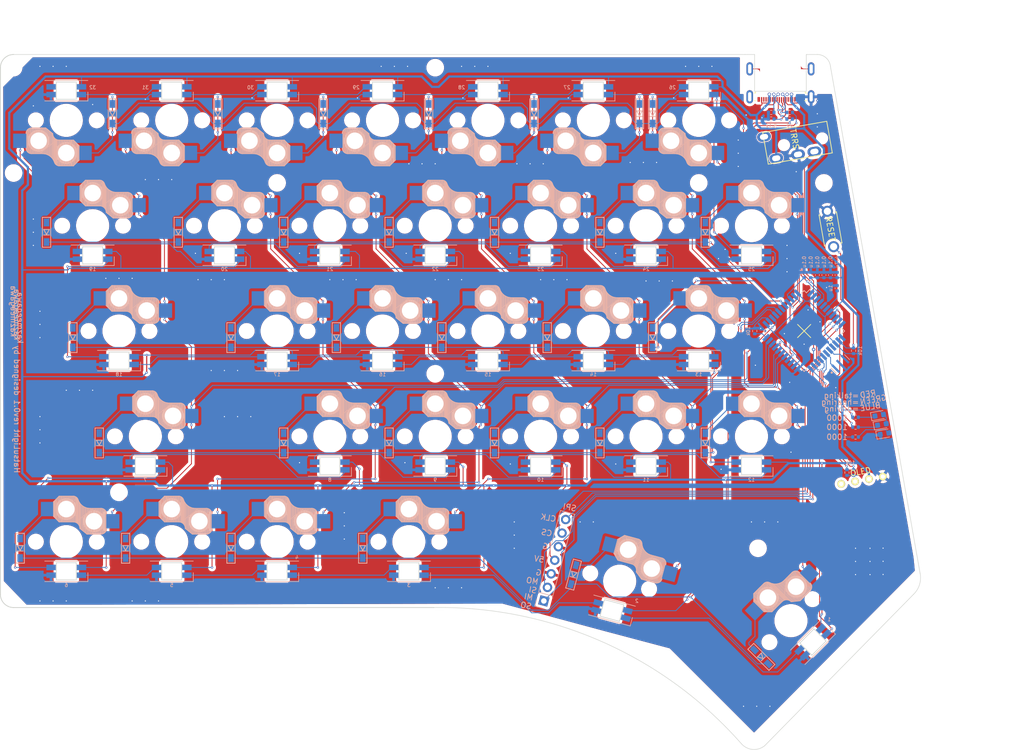
<source format=kicad_pcb>
(kicad_pcb (version 20211014) (generator pcbnew)
  (title_block (title "HatsuLight69") (date "2023-01-02") (rev "0.1") (company "kazmeegawa"))
  (layers (0 "F.Cu" signal) (31 "B.Cu" signal) (34 "B.Paste" user) (35 "F.Paste" user) (36 "B.SilkS" user "B.Silkscreen") (37 "F.SilkS" user "F.Silkscreen") (38 "B.Mask" user) (39 "F.Mask" user) (44 "Edge.Cuts" user))
  (net 0 "")
  (net 1 "Net-(C1-Pad1)")
  (net 2 "GND")
  (net 3 "Net-(C2-Pad2)")
  (net 4 "VCC")
  (net 5 "Net-(D1-Pad1)")
  (net 6 "Net-(D2-Pad1)")
  (net 7 "Net-(D3-Pad2)")
  (net 8 "ROW0")
  (net 9 "Net-(D4-Pad2)")
  (net 10 "Net-(D5-Pad2)")
  (net 11 "Net-(D6-Pad2)")
  (net 12 "Net-(D7-Pad2)")
  (net 13 "Net-(D8-Pad2)")
  (net 14 "Net-(D9-Pad2)")
  (net 15 "Net-(D10-Pad2)")
  (net 16 "ROW1")
  (net 17 "Net-(D11-Pad2)")
  (net 18 "Net-(D12-Pad2)")
  (net 19 "Net-(D13-Pad2)")
  (net 20 "Net-(D14-Pad2)")
  (net 21 "Net-(D15-Pad2)")
  (net 22 "Net-(D16-Pad2)")
  (net 23 "Net-(D17-Pad2)")
  (net 24 "Net-(D18-Pad2)")
  (net 25 "ROW2")
  (net 26 "Net-(D19-Pad2)")
  (net 27 "Net-(D20-Pad2)")
  (net 28 "Net-(D21-Pad2)")
  (net 29 "Net-(D22-Pad2)")
  (net 30 "Net-(D23-Pad2)")
  (net 31 "Net-(D24-Pad2)")
  (net 32 "Net-(D25-Pad2)")
  (net 33 "ROW3")
  (net 34 "Net-(D26-Pad2)")
  (net 35 "Net-(D27-Pad2)")
  (net 36 "Net-(D28-Pad2)")
  (net 37 "Net-(D29-Pad2)")
  (net 38 "Net-(D30-Pad2)")
  (net 39 "Net-(D31-Pad2)")
  (net 40 "Net-(D32-Pad2)")
  (net 41 "Net-(D33-Pad2)")
  (net 42 "ROW4")
  (net 43 "Net-(D34-Pad2)")
  (net 44 "Net-(D35-Pad2)")
  (net 45 "Net-(D36-Pad1)")
  (net 46 "Net-(D37-Pad1)")
  (net 47 "Net-(D38-Pad1)")
  (net 48 "Net-(D39-Pad1)")
  (net 49 "LED")
  (net 50 "Net-(D41-Pad1)")
  (net 51 "Net-(D42-Pad1)")
  (net 52 "Net-(D43-Pad1)")
  (net 53 "Net-(D44-Pad1)")
  (net 54 "Net-(D45-Pad1)")
  (net 55 "Net-(D46-Pad1)")
  (net 56 "Net-(D47-Pad1)")
  (net 57 "Net-(D48-Pad1)")
  (net 58 "Net-(D50-Pad1)")
  (net 59 "Net-(D51-Pad1)")
  (net 60 "Net-(D52-Pad1)")
  (net 61 "Net-(D53-Pad1)")
  (net 62 "Net-(D54-Pad1)")
  (net 63 "Net-(D55-Pad1)")
  (net 64 "Net-(D56-Pad1)")
  (net 65 "Net-(D57-Pad1)")
  (net 66 "Net-(D58-Pad1)")
  (net 67 "Net-(D59-Pad1)")
  (net 68 "Net-(D60-Pad1)")
  (net 69 "Net-(D62-Pad1)")
  (net 70 "Net-(D63-Pad1)")
  (net 71 "Net-(D64-Pad1)")
  (net 72 "Net-(D65-Pad1)")
  (net 73 "Net-(D66-Pad1)")
  (net 74 "Net-(D40-Pad1)")
  (net 76 "Net-(D50-Pad3)")
  (net 77 "Net-(D62-Pad3)")
  (net 79 "Net-(J1-PadA5)")
  (net 80 "Net-(J1-PadA6)")
  (net 81 "Net-(J1-PadA7)")
  (net 87 "Net-(J1-PadB5)")
  (net 91 "SCL")
  (net 92 "SDA")
  (net 93 "MISO")
  (net 94 "MOSI")
  (net 95 "NCS")
  (net 96 "SCLK")
  (net 97 "/MCU/D-")
  (net 98 "/MCU/D+")
  (net 99 "Net-(R5-Pad2)")
  (net 100 "Net-(R6-Pad2)")
  (net 101 "Net-(R7-Pad1)")
  (net 102 "Net-(R8-Pad2)")
  (net 103 "COL0")
  (net 104 "COL1")
  (net 105 "COL2")
  (net 106 "COL3")
  (net 107 "COL4")
  (net 108 "COL5")
  (net 109 "COL6")
  (net 112 "/MCU/XTAL1")
  (net 113 "/MCU/XTAL2")
  (net 114 "DATA")
  (footprint "kbd:ChocV1_V2_Hotswap" (layer "F.Cu") (at 135.7313 41.67191)
    (fp_text reference "SW6")
    (fp_text value "SW_PUSH-kbd" hide)
  )
  (footprint "kbd:ChocV1_V2_Hotswap_2u" (layer "F.Cu") (at 190.50005 132.15941 -135)
    (fp_text reference "SW33")
    (fp_text value "SW_PUSH-kbd" hide)
  )
  (footprint "" (layer "F.Cu") (at 50.006292 32.146875)
    (fp_text reference "")
    (fp_text value "")
  )
  (footprint "kbd:ChocV1_V2_Hotswap" (layer "F.Cu") (at 164.3063 98.82191 180)
    (fp_text reference "SW26")
    (fp_text value "SW_PUSH-kbd" hide)
  )
  (footprint "kbd:ChocV1_V2_Hotswap" (layer "F.Cu") (at 173.8313 79.77191 180)
    (fp_text reference "SW21")
    (fp_text value "SW_PUSH-kbd" hide)
  )
  (footprint "" (layer "F.Cu") (at 196.45329 52.982857)
    (fp_text reference "")
    (fp_text value "")
  )
  (footprint "kbd:ChocV1_V2_Hotswap" (layer "F.Cu") (at 154.7813 79.77191 180)
    (fp_text reference "SW20")
    (fp_text value "SW_PUSH-kbd" hide)
  )
  (footprint "HatsuLight69:HRS_CX70M-24P1" (layer "F.Cu") (at 188.595 32.146982 180)
    (fp_text reference "J1")
    (fp_text value "USB_C_Receptacle")
    (fp_line (start 4.67 -4.26875) (end 4.67 2.38125) (layer "Edge.Cuts") (width 0.1))
    (fp_line (start -4.67 -4.26875) (end 4.67 -4.26875) (layer "Edge.Cuts") (width 0.1))
    (fp_line (start 4.67 2.38125) (end 6.4 2.38125) (layer "Edge.Cuts") (width 0.1))
    (fp_line (start -4.67 2.38125) (end -4.67 -4.26875) (layer "Edge.Cuts") (width 0.1))
  )
  (footprint "kbd:ChocV1_V2_Hotswap" (layer "F.Cu") (at 59.5313 117.87191 180)
    (fp_text reference "SW28")
    (fp_text value "SW_PUSH-kbd" hide)
  )
  (footprint "" (layer "F.Cu") (at 126.206356 32.146875)
    (fp_text reference "")
    (fp_text value "")
  )
  (footprint "kbd:ChocV1_V2_Hotswap" (layer "F.Cu") (at 97.6313 41.67191)
    (fp_text reference "SW4")
    (fp_text value "SW_PUSH-kbd" hide)
  )
  (footprint "kbd:ChocV1_V2_Hotswap" (layer "F.Cu") (at 145.2563 98.82191 180)
    (fp_text reference "SW25")
    (fp_text value "SW_PUSH-kbd" hide)
  )
  (footprint "kbd:ChocV1_V2_Hotswap" (layer "F.Cu") (at 107.1563 60.72191 180)
    (fp_text reference "SW11")
    (fp_text value "SW_PUSH-kbd" hide)
  )
  (footprint "kbd:ChocV1_V2_Hotswap" (layer "F.Cu") (at 126.2063 60.72191 180)
    (fp_text reference "SW12")
    (fp_text value "SW_PUSH-kbd" hide)
  )
  (footprint "kbd:ChocV1_V2_Hotswap" (layer "F.Cu") (at 78.5813 117.87191 180)
    (fp_text reference "SW29")
    (fp_text value "SW_PUSH-kbd" hide)
  )
  (footprint "kbd:ChocV1_V2_Hotswap" (layer "F.Cu") (at 97.6313 117.87191 180)
    (fp_text reference "SW30")
    (fp_text value "SW_PUSH-kbd" hide)
  )
  (footprint "" (layer "F.Cu") (at 50.006292 51.196875)
    (fp_text reference "")
    (fp_text value "")
  )
  (footprint "kbd:ChocV1_V2_Hotswap" (layer "F.Cu") (at 59.5313 41.67191)
    (fp_text reference "SW2")
    (fp_text value "SW_PUSH-kbd" hide)
  )
  (footprint "" (layer "F.Cu") (at 126.206356 87.511011)
    (fp_text reference "")
    (fp_text value "")
  )
  (footprint "kbd:ChocV1_V2_Hotswap" (layer "F.Cu") (at 183.3563 98.82191 180)
    (fp_text reference "SW27")
    (fp_text value "SW_PUSH-kbd" hide)
  )
  (footprint "kbd:ChocV1_V2_Hotswap_1.5u" (layer "F.Cu") (at 64.2938 60.72191 180)
    (fp_text reference "SW9" hide)
    (fp_text value "SW_PUSH-kbd" hide)
  )
  (footprint "kbd:ChocV1_V2_Hotswap" (layer "F.Cu") (at 97.6313 79.77191 180)
    (fp_text reference "SW17")
    (fp_text value "SW_PUSH-kbd" hide)
  )
  (footprint "kbd:ChocV1_V2_Hotswap" (layer "F.Cu") (at 135.7313 79.77191 180)
    (fp_text reference "SW19")
    (fp_text value "SW_PUSH-kbd" hide)
  )
  (footprint "kbd:ChocV1_V2_Hotswap" (layer "F.Cu") (at 173.8313 41.67191)
    (fp_text reference "SW8")
    (fp_text value "SW_PUSH-kbd" hide)
  )
  (footprint "kbd:ChocV1_V2_Hotswap" (layer "F.Cu") (at 183.3563 60.72191 180)
    (fp_text reference "SW15")
    (fp_text value "SW_PUSH-kbd" hide)
  )
  (footprint "MountingHole:MountingHole_2.2mm_M2" (layer "F.Cu") (at 97.631332 52.982857)
    (fp_text reference "REF**" hide)
    (fp_text value "MountingHole_2.2mm_M2" hide)
  )
  (footprint "kbd:ChocV1_V2_Hotswap" (layer "F.Cu") (at 88.1063 60.72191 180)
    (fp_text reference "SW10")
    (fp_text value "SW_PUSH-kbd" hide)
  )
  (footprint "kbd:ResetSW_1side" (layer "F.Cu") (at 197.644016 61.317319 100)
    (fp_text reference "SW1" hide)
    (fp_text value "SW_PUSH")
  )
  (footprint "kbd:ChocV1_V2_Hotswap_2u" (layer "F.Cu") (at 69.0563 79.77191 180)
    (fp_text reference "SW16")
    (fp_text value "SW_PUSH-kbd" hide)
  )
  (footprint "kbd:OLED_v2" (layer "F.Cu") (at 203.341907 106.757517 10)
    (fp_text reference "J3")
    (fp_text value "I2C" hide)
  )
  (footprint "MountingHole:MountingHole_2.2mm_M2" (layer "F.Cu") (at 69.056308 108.942279)
    (fp_text reference "REF**" hide)
    (fp_text value "MountingHole_2.2mm_M2" hide)
  )
  (footprint "kbd:ChocV1_V2_Hotswap" (layer "F.Cu") (at 145.2563 60.72191 180)
    (fp_text reference "SW13")
    (fp_text value "SW_PUSH-kbd" hide)
  )
  (footprint "kbd:ChocV1_V2_Hotswap" (layer "F.Cu") (at 126.2063 98.82191 180)
    (fp_text reference "SW24")
    (fp_text value "SW_PUSH-kbd" hide)
  )
  (footprint "kbd:ChocV1_V2_Hotswap" (layer "F.Cu") (at 154.7813 41.67191)
    (fp_text reference "SW7")
    (fp_text value "SW_PUSH-kbd" hide)
  )
  (footprint "kbd:ChocV1_V2_Hotswap" (layer "F.Cu") (at 78.5813 41.67191)
    (fp_text reference "SW3")
    (fp_text value "SW_PUSH-kbd" hide)
  )
  (footprint "kbd:ChocV1_V2_Hotswap_2.5u" (layer "F.Cu") (at 73.818812 98.82191 180)
    (fp_text reference "SW22")
    (fp_text value "SW_PUSH-kbd" hide)
  )
  (footprint "kbd:ChocV1_V2_Hotswap" (layer "F.Cu") (at 159.5438 125.01566 165)
    (fp_text reference "SW32")
    (fp_text value "SW_PUSH-kbd" hide)
  )
  (footprint "kbd:ChocV1_V2_Hotswap" (layer "F.Cu") (at 116.6813 79.77191 180)
    (fp_text reference "SW18")
    (fp_text value "SW_PUSH-kbd" hide)
  )
  (footprint "kbd:ChocV1_V2_Hotswap" (layer "F.Cu") (at 116.6813 41.67191)
    (fp_text reference "SW5")
    (fp_text value "SW_PUSH-kbd" hide)
  )
  (footprint "MountingHole:MountingHole_2.2mm_M2" (layer "F.Cu") (at 173.831396 52.982857)
    (fp_text reference "REF**" hide)
    (fp_text value "MountingHole_2.2mm_M2" hide)
  )
  (footprint "kbd:ChocV1_V2_Hotswap" (layer "F.Cu") (at 164.3063 60.72191 180)
    (fp_text reference "SW14")
    (fp_text value "SW_PUSH-kbd" hide)
  )
  (footprint "MountingHole:MountingHole_2.2mm_M2" (layer "F.Cu") (at 184.54703 119.0626)
    (fp_text reference "REF**" hide)
    (fp_text value "MountingHole_2.2mm_M2" hide)
  )
  (footprint "kbd:ChocV1_V2_Hotswap_1.5u" (layer "F.Cu") (at 121.4438 117.87191 180)
    (fp_text reference "SW31" hide)
    (fp_text value "SW_PUSH-kbd" hide)
  )
  (footprint "kbd:ChocV1_V2_Hotswap" (layer "F.Cu") (at 107.1563 98.82191 180)
    (fp_text reference "SW23")
    (fp_text value "SW_PUSH-kbd" hide)
  )
  (footprint "kbd:MJ-4PP-9_1side" (layer "F.Cu") (at 197.613604 44.67377 -80)
    (fp_text reference "J2")
    (fp_text value "MJ-4PP-9" hide)
  )
  (footprint "kbd:D3_SMD_v2" (layer "B.Cu") (at 113.10957 119.06268 90)
    (fp_text reference "D33")
    (fp_text value "D_Small" hide)
  )
  (footprint "Capacitor_SMD:C_0402_1005Metric" (layer "B.Cu") (at 197.644016 69.651701 90)
    (fp_text reference "C6" hide)
    (fp_text value "0.1u")
  )
  (footprint "kbd:D3_SMD_v2" (layer "B.Cu") (at 144.065846 40.481364 90)
    (fp_text reference "D8")
    (fp_text value "D_Small" hide)
  )
  (footprint "Resistor_SMD:R_0402_1005Metric" (layer "B.Cu") (at 186.928125 40.243125 180)
    (fp_text reference "R2" hide)
    (fp_text value "5.1k")
  )
  (footprint "Capacitor_SMD:C_0402_1005Metric" (layer "B.Cu") (at 198.834642 69.651701 90)
    (fp_text reference "C7" hide)
    (fp_text value "4.7u")
  )
  (footprint "kbd:YS-SK6812MINI-E" (layer "B.Cu") (at 107.15644 104.179855 180)
    (fp_text reference "D43")
    (fp_text value "SK6812MINI" hide)
    (fp_line (start -1.8 1.55) (end -1.8 -1.55) (layer "Edge.Cuts") (width 0.12))
    (fp_line (start -1.8 -1.55) (end 1.8 -1.55) (layer "Edge.Cuts") (width 0.12))
    (fp_line (start 1.8 1.55) (end -1.8 1.55) (layer "Edge.Cuts") (width 0.12))
    (fp_line (start 1.8 -1.55) (end 1.8 1.55) (layer "Edge.Cuts") (width 0.12))
  )
  (footprint "LED_SMD:LED_0603_1608Metric" (layer "B.Cu") (at 207.406875 98.345625 10)
    (fp_text reference "D3")
    (fp_text value "BLUE")
  )
  (footprint "kbd:YS-SK6812MINI-E" (layer "B.Cu") (at 88.106424 66.079823 180)
    (fp_text reference "D55")
    (fp_text value "SK6812MINI" hide)
    (fp_line (start 1.8 -1.55) (end 1.8 1.55) (layer "Edge.Cuts") (width 0.12))
    (fp_line (start -1.8 -1.55) (end 1.8 -1.55) (layer "Edge.Cuts") (width 0.12))
    (fp_line (start 1.8 1.55) (end -1.8 1.55) (layer "Edge.Cuts") (width 0.12))
    (fp_line (start -1.8 1.55) (end -1.8 -1.55) (layer "Edge.Cuts") (width 0.12))
  )
  (footprint "kbd:YS-SK6812MINI-E" (layer "B.Cu") (at 78.581416 36.314173 180)
    (fp_text reference "D66")
    (fp_text value "SK6812MINI" hide)
    (fp_line (start -1.8 -1.55) (end 1.8 -1.55) (layer "Edge.Cuts") (width 0.12))
    (fp_line (start -1.8 1.55) (end -1.8 -1.55) (layer "Edge.Cuts") (width 0.12))
    (fp_line (start 1.8 1.55) (end -1.8 1.55) (layer "Edge.Cuts") (width 0.12))
    (fp_line (start 1.8 -1.55) (end 1.8 1.55) (layer "Edge.Cuts") (width 0.12))
  )
  (footprint "kbd:D3_SMD_v2" (layer "B.Cu") (at 165.497114 40.481364 90)
    (fp_text reference "D10")
    (fp_text value "D_Small" hide)
  )
  (footprint "Resistor_SMD:R_0402_1005Metric" (layer "B.Cu") (at 201.811207 83.3439 90)
    (fp_text reference "R6" hide)
    (fp_text value "10k")
  )
  (footprint "kbd:D3_SMD_v2" (layer "B.Cu") (at 175.022122 61.912632 90)
    (fp_text reference "D17")
    (fp_text value "D_Small" hide)
  )
  (footprint "kbd:YS-SK6812MINI-E" (layer "B.Cu") (at 64.293904 66.079823 180)
    (fp_text reference "D54")
    (fp_text value "SK6812MINI" hide)
    (fp_line (start 1.8 -1.55) (end 1.8 1.55) (layer "Edge.Cuts") (width 0.12))
    (fp_line (start -1.8 -1.55) (end 1.8 -1.55) (layer "Edge.Cuts") (width 0.12))
    (fp_line (start 1.8 1.55) (end -1.8 1.55) (layer "Edge.Cuts") (width 0.12))
    (fp_line (start -1.8 1.55) (end -1.8 -1.55) (layer "Edge.Cuts") (width 0.12))
  )
  (footprint "Resistor_SMD:R_0402_1005Metric" (layer "B.Cu") (at 202.168125 97.155 180)
    (fp_text reference "R8" hide)
    (fp_text value "1000")
  )
  (footprint "kbd:YS-SK6812MINI-E" (layer "B.Cu") (at 158.1468 130.31791 165)
    (fp_text reference "D37")
    (fp_text value "SK6812MINI" hide)
    (fp_line (start -1.8 -1.55) (end 1.8 -1.55) (layer "Edge.Cuts") (width 0.12))
    (fp_line (start 1.8 1.55) (end -1.8 1.55) (layer "Edge.Cuts") (width 0.12))
    (fp_line (start -1.8 1.55) (end -1.8 -1.55) (layer "Edge.Cuts") (width 0.12))
    (fp_line (start 1.8 -1.55) (end 1.8 1.55) (layer "Edge.Cuts") (width 0.12))
  )
  (footprint "kbd:D3_SMD_v2" (layer "B.Cu") (at 65.48453 100.012664 90)
    (fp_text reference "D24")
    (fp_text value "D_Small" hide)
  )
  (footprint "Resistor_SMD:R_0402_1005Metric" (layer "B.Cu") (at 201.811207 105.370481 -90)
    (fp_text reference "R10")
    (fp_text value "10k")
  )
  (footprint "kbd:D3_SMD_v2" (layer "B.Cu") (at 117.872074 61.912632 90)
    (fp_text reference "D14")
    (fp_text value "D_Small" hide)
  )
  (footprint "kbd:D3_SMD_v2" (layer "B.Cu") (at 175.022122 100.012664 90)
    (fp_text reference "D29")
    (fp_text value "D_Small" hide)
  )
  (footprint "kbd:D3_SMD_v2" (layer "B.Cu") (at 108.347066 80.962648 90)
    (fp_text reference "D20")
    (fp_text value "D_Small" hide)
  )
  (footprint "kbd:D3_SMD_v2" (layer "B.Cu") (at 67.865782 40.481364 90)
    (fp_text reference "D4")
    (fp_text value "D_Small" hide)
  )
  (footprint "kbd:D3_SMD_v2" (layer "B.Cu") (at 155.972106 100.012664 90)
    (fp_text reference "D28")
    (fp_text value "D_Small" hide)
  )
  (footprint "kbd:YS-SK6812MINI-E" (layer "B.Cu") (at 135.731464 36.314173 180)
    (fp_text reference "D63")
    (fp_text value "SK6812MINI" hide)
    (fp_line (start -1.8 1.55) (end -1.8 -1.55) (layer "Edge.Cuts") (width 0.12))
    (fp_line (start 1.8 1.55) (end -1.8 1.55) (layer "Edge.Cuts") (width 0.12))
    (fp_line (start 1.8 -1.55) (end 1.8 1.55) (layer "Edge.Cuts") (width 0.12))
    (fp_line (start -1.8 -1.55) (end 1.8 -1.55) (layer "Edge.Cuts") (width 0.12))
  )
  (footprint "kbd:D3_SMD_v2" (layer "B.Cu") (at 117.872074 100.012664 90)
    (fp_text reference "D26")
    (fp_text value "D_Small" hide)
  )
  (footprint "kbd:D3_SMD_v2" (layer "B.Cu") (at 185.142443 138.708009 135)
    (fp_text reference "D35")
    (fp_text value "D_Small" hide)
  )
  (footprint "Resistor_SMD:R_0402_1005Metric" (layer "B.Cu") (at 200.620581 105.370481 -90)
    (fp_text reference "R11")
    (fp_text value "10k")
  )
  (footprint "kbd:YS-SK6812MINI-E" (layer "B.Cu") (at 154.78148 36.314173 180)
    (fp_text reference "D62")
    (fp_text value "SK6812MINI" hide)
    (fp_line (start -1.8 1.55) (end -1.8 -1.55) (layer "Edge.Cuts") (width 0.12))
    (fp_line (start 1.8 1.55) (end -1.8 1.55) (layer "Edge.Cuts") (width 0.12))
    (fp_line (start 1.8 -1.55) (end 1.8 1.55) (layer "Edge.Cuts") (width 0.12))
    (fp_line (start -1.8 -1.55) (end 1.8 -1.55) (layer "Edge.Cuts") (width 0.12))
  )
  (footprint "kbd:YS-SK6812MINI-E" (layer "B.Cu") (at 59.5314 123.229871 180)
    (fp_text reference "D41")
    (fp_text value "SK6812MINI" hide)
    (fp_line (start -1.8 -1.55) (end 1.8 -1.55) (layer "Edge.Cuts") (width 0.12))
    (fp_line (start -1.8 1.55) (end -1.8 -1.55) (layer "Edge.Cuts") (width 0.12))
    (fp_line (start 1.8 -1.55) (end 1.8 1.55) (layer "Edge.Cuts") (width 0.12))
    (fp_line (start 1.8 1.55) (end -1.8 1.55) (layer "Edge.Cuts") (width 0.12))
  )
  (footprint "kbd:YS-SK6812MINI-E" (layer "B.Cu") (at 135.731464 85.129839 180)
    (fp_text reference "D50")
    (fp_text value "SK6812MINI" hide)
    (fp_line (start -1.8 -1.55) (end 1.8 -1.55) (layer "Edge.Cuts") (width 0.12))
    (fp_line (start 1.8 -1.55) (end 1.8 1.55) (layer "Edge.Cuts") (width 0.12))
    (fp_line (start 1.8 1.55) (end -1.8 1.55) (layer "Edge.Cuts") (width 0.12))
    (fp_line (start -1.8 1.55) (end -1.8 -1.55) (layer "Edge.Cuts") (width 0.12))
  )
  (footprint "kbd:YS-SK6812MINI-E" (layer "B.Cu") (at 59.5314 36.314173 180)
    (fp_text reference "D67")
    (fp_text value "SK6812MINI" hide)
    (fp_line (start 1.8 1.55) (end -1.8 1.55) (layer "Edge.Cuts") (width 0.12))
    (fp_line (start 1.8 -1.55) (end 1.8 1.55) (layer "Edge.Cuts") (width 0.12))
    (fp_line (start -1.8 1.55) (end -1.8 -1.55) (layer "Edge.Cuts") (width 0.12))
    (fp_line (start -1.8 -1.55) (end 1.8 -1.55) (layer "Edge.Cuts") (width 0.12))
  )
  (footprint "kbd:D3_SMD_v2" (layer "B.Cu") (at 136.92209 100.012664 90)
    (fp_text reference "D27")
    (fp_text value "D_Small" hide)
  )
  (footprint "kbd:D3_SMD_v2" (layer "B.Cu") (at 136.92209 61.912632 90)
    (fp_text reference "D15")
    (fp_text value "D_Small" hide)
  )
  (footprint "HatsuLight69:OSC_CSTNE16M0V530000R0" (layer "B.Cu") (at 199.429955 85.725152 45)
    (fp_text reference "X1" hide)
    (fp_text value "CSTNE16M0V530000R0")
  )
  (footprint "kbd:YS-SK6812MINI-E" (layer "B.Cu") (at 164.306488 66.079823 180)
    (fp_text reference "D59")
    (fp_text value "SK6812MINI" hide)
    (fp_line (start 1.8 -1.55) (end 1.8 1.55) (layer "Edge.Cuts") (width 0.12))
    (fp_line (start -1.8 1.55) (end -1.8 -1.55) (layer "Edge.Cuts") (width 0.12))
    (fp_line (start 1.8 1.55) (end -1.8 1.55) (layer "Edge.Cuts") (width 0.12))
    (fp_line (start -1.8 -1.55) (end 1.8 -1.55) (layer "Edge.Cuts") (width 0.12))
  )
  (footprint "Resistor_SMD:R_0402_1005Metric" (layer "B.Cu") (at 183.951817 79.772022 90)
    (fp_text reference "R7" hide)
    (fp_text value "10k")
  )
  (footprint "Resistor_SMD:R_0402_1005Metric" (layer "B.Cu") (at 190.261875 40.243125)
    (fp_text reference "R4" hide)
    (fp_text value "22")
  )
  (footprint "Capacitor_SMD:C_0402_1005Metric" (layer "B.Cu") (at 198.834642 72.032953 -90)
    (fp_text reference "C2" hide)
    (fp_text value "1u")
  )
  (footprint "kbd:YS-SK6812MINI-E" (layer "B.Cu") (at 97.631432 123.229871 180)
    (fp_text reference "D39")
    (fp_text value "SK6812MINI" hide)
    (fp_line (start 1.8 -1.55) (end 1.8 1.55) (layer "Edge.Cuts") (width 0.12))
    (fp_line (start -1.8 1.55) (end -1.8 -1.55) (layer "Edge.Cuts") (width 0.12))
    (fp_line (start 1.8 1.55) (end -1.8 1.55) (layer "Edge.Cuts") (width 0.12))
    (fp_line (start -1.8 -1.55) (end 1.8 -1.55) (layer "Edge.Cuts") (width 0.12))
  )
  (footprint "kbd:D3_SMD_v2" (layer "B.Cu") (at 127.397082 80.962648 90)
    (fp_text reference "D21")
    (fp_text value "D_Small" hide)
  )
  (footprint "Package_QFP:TQFP-44_10x10mm_P0.8mm" (layer "B.Cu") (at 192.881512 79.772022 -135)
    (fp_text reference "U1")
    (fp_text value "ATMEGA32U4")
  )
  (footprint "kbd:D3_SMD_v2" (layer "B.Cu") (at 125.01583 40.481364 90)
    (fp_text reference "D7")
    (fp_text value "D_Small" hide)
  )
  (footprint "kbd:D3_SMD_v2" (layer "B.Cu") (at 70.247034 119.06268 90)
    (fp_text reference "D31")
    (fp_text value "D_Small" hide)
  )
  (footprint "kbd:D3_SMD_v2" (layer "B.Cu") (at 146.447098 80.962648 90)
    (fp_text reference "D22")
    (fp_text value "D_Small" hide)
  )
  (footprint "kbd:D3_SMD_v2" (layer "B.Cu") (at 89.29705 80.962648 90)
    (fp_text reference "D19")
    (fp_text value "D_Small" hide)
  )
  (footprint "kbd:YS-SK6812MINI-E" (layer "B.Cu") (at 107.15644 66.079823 180)
    (fp_text reference "D56")
    (fp_text value "SK6812MINI" hide)
    (fp_line (start 1.8 -1.55) (end 1.8 1.55) (layer "Edge.Cuts") (width 0.12))
    (fp_line (start -1.8 -1.55) (end 1.8 -1.55) (layer "Edge.Cuts") (width 0.12))
    (fp_line (start 1.8 1.55) (end -1.8 1.55) (layer "Edge.Cuts") (width 0.12))
    (fp_line (start -1.8 1.55) (end -1.8 -1.55) (layer "Edge.Cuts") (width 0.12))
  )
  (footprint "kbd:YS-SK6812MINI-E" (layer "B.Cu") (at 145.256472 66.079823 180)
    (fp_text reference "D58")
    (fp_text value "SK6812MINI" hide)
    (fp_line (start -1.8 -1.55) (end 1.8 -1.55) (layer "Edge.Cuts") (width 0.12))
    (fp_line (start 1.8 1.55) (end -1.8 1.55) (layer "Edge.Cuts") (width 0.12))
    (fp_line (start 1.8 -1.55) (end 1.8 1.55) (layer "Edge.Cuts") (width 0.12))
    (fp_line (start -1.8 1.55) (end -1.8 -1.55) (layer "Edge.Cuts") (width 0.12))
  )
  (footprint "kbd:D3_SMD_v2" (layer "B.Cu") (at 60.722026 80.962648 90)
    (fp_text reference "D18")
    (fp_text value "D_Small" hide)
  )
  (footprint "kbd:YS-SK6812MINI-E" (layer "B.Cu") (at 183.356504 104.179855 180)
    (fp_text reference "D47")
    (fp_text value "SK6812MINI" hide)
    (fp_line (start 1.8 1.55) (end -1.8 1.55) (layer "Edge.Cuts") (width 0.12))
    (fp_line (start 1.8 -1.55) (end 1.8 1.55) (layer "Edge.Cuts") (width 0.12))
    (fp_line (start -1.8 1.55) (end -1.8 -1.55) (layer "Edge.Cuts") (width 0.12))
    (fp_line (start -1.8 -1.55) (end 1.8 -1.55) (layer "Edge.Cuts") (width 0.12))
  )
  (footprint "kbd:D3_SMD_v2" (layer "B.Cu") (at 165.497114 80.962648 90)
    (fp_text reference "D23")
    (fp_text value "D_Small" hide)
  )
  (footprint "Resistor_SMD:R_0402_1005Metric" (layer "B.Cu") (at 190.261875 41.43375)
    (fp_text reference "R3" hide)
    (fp_text value "22")
  )
  (footprint "kbd:D3_SMD_v2" (layer "B.Cu") (at 155.972106 61.912632 90)
    (fp_text reference "D16")
    (fp_text value "D_Small" hide)
  )
  (footprint "kbd:D3_SMD_v2" (layer "B.Cu") (at 98.822058 100.012664 90)
    (fp_text reference "D25")
    (fp_text value "D_Small" hide)
  )
  (footprint "kbd:YS-SK6812MINI-E" (layer "B.Cu") (at 78.581416 123.229871 180)
    (fp_text reference "D40")
    (fp_text value "SK6812MINI" hide)
    (fp_line (start -1.8 -1.55) (end 1.8 -1.55) (layer "Edge.Cuts") (width 0.12))
    (fp_line (start -1.8 1.55) (end -1.8 -1.55) (layer "Edge.Cuts") (width 0.12))
    (fp_line (start 1.8 -1.55) (end 1.8 1.55) (layer "Edge.Cuts") (width 0.12))
    (fp_line (start 1.8 1.55) (end -1.8 1.55) (layer "Edge.Cuts") (width 0.12))
  )
  (footprint "Resistor_SMD:R_0402_1005Metric" (layer "B.Cu") (at 202.168125 95.369061 180)
    (fp_text reference "R5" hide)
    (fp_text value "1000")
  )
  (footprint "kbd:YS-SK6812MINI-E" (layer "B.Cu") (at 97.631432 36.314173 180)
    (fp_text reference "D65")
    (fp_text value "SK6812MINI" hide)
    (fp_line (start 1.8 -1.55) (end 1.8 1.55) (layer "Edge.Cuts") (width 0.12))
    (fp_line (start -1.8 1.55) (end -1.8 -1.55) (layer "Edge.Cuts") (width 0.12))
    (fp_line (start 1.8 1.55) (end -1.8 1.55) (layer "Edge.Cuts") (width 0.12))
    (fp_line (start -1.8 -1.55) (end 1.8 -1.55) (layer "Edge.Cuts") (width 0.12))
  )
  (footprint "kbd:D3_SMD_v2" (layer "B.Cu") (at 89.29705 119.06268 90)
    (fp_text reference "D32")
    (fp_text value "D_Small" hide)
  )
  (footprint "kbd:YS-SK6812MINI-E" (layer "B.Cu") (at 194.4688 136.03291 -135)
    (fp_text reference "D36")
    (fp_text value "SK6812MINI" hide)
    (fp_line (start -1.8 -1.55) (end 1.8 -1.55) (layer "Edge.Cuts") (width 0.12))
    (fp_line (start 1.8 -1.55) (end 1.8 1.55) (layer "Edge.Cuts") (width 0.12))
    (fp_line (start 1.8 1.55) (end -1.8 1.55) (layer "Edge.Cuts") (width 0.12))
    (fp_line (start -1.8 1.55) (end -1.8 -1.55) (layer "Edge.Cuts") (width 0.12))
  )
  (footprint "kbd:D3_SMD_v2" (layer "B.Cu") (at 79.772042 61.912632 90)
    (fp_text reference "D12")
    (fp_text value "D_Small" hide)
  )
  (footprint "kbd:D3_SMD_v2" (layer "B.Cu") (at 86.915798 40.481364 90)
    (fp_text reference "D5")
    (fp_text value "D_Small" hide)
  )
  (footprint "kbd:D3_SMD_v2" (layer "B.Cu") (at 151.209602 123.825184 75)
    (fp_text reference "D34")
    (fp_text value "D_Small" hide)
  )
  (footprint "Capacitor_SMD:C_0402_1005Metric" (layer "B.Cu") (at 195.262764 69.651701 90)
    (fp_text reference "C4" hide)
    (fp_text value "0.1u")
  )
  (footprint "kbd:YS-SK6812MINI-E" (layer "B.Cu") (at 164.306488 104.179855 180)
    (fp_text reference "D46")
    (fp_text value "SK6812MINI" hide)
    (fp_line (start 1.8 1.55) (end -1.8 1.55) (layer "Edge.Cuts") (width 0.12))
    (fp_line (start 1.8 -1.55) (end 1.8 1.55) (layer "Edge.Cuts") (width 0.12))
    (fp_line (start -1.8 1.55) (end -1.8 -1.55) (layer "Edge.Cuts") (width 0.12))
    (fp_line (start -1.8 -1.55) (end 1.8 -1.55) (layer "Edge.Cuts") (width 0.12))
  )
  (footprint "kbd:YS-SK6812MINI-E" (layer "B.Cu") (at 121.4438 123.229871 180)
    (fp_text reference "D38")
    (fp_text value "SK6812MINI" hide)
    (fp_line (start -1.8 -1.55) (end 1.8 -1.55) (layer "Edge.Cuts") (width 0.12))
    (fp_line (start 1.8 1.55) (end -1.8 1.55) (layer "Edge.Cuts") (width 0.12))
    (fp_line (start -1.8 1.55) (end -1.8 -1.55) (layer "Edge.Cuts") (width 0.12))
    (fp_line (start 1.8 -1.55) (end 1.8 1.55) (layer "Edge.Cuts") (width 0.12))
  )
  (footprint "kbd:YS-SK6812MINI-E" (layer "B.Cu") (at 145.256472 104.179855 180)
    (fp_text reference "D45")
    (fp_text value "SK6812MINI" hide)
    (fp_line (start 1.8 1.55) (end -1.8 1.55) (layer "Edge.Cuts") (width 0.12))
    (fp_line (start 1.8 -1.55) (end 1.8 1.55) (layer "Edge.Cuts") (width 0.12))
    (fp_line (start -1.8 -1.55) (end 1.8 -1.55) (layer "Edge.Cuts") (width 0.12))
    (fp_line (start -1.8 1.55) (end -1.8 -1.55) (layer "Edge.Cuts") (width 0.12))
  )
  (footprint "kbd:YS-SK6812MINI-E" (layer "B.Cu") (at 73.818912 104.179855 180)
    (fp_text reference "D42")
    (fp_text value "SK6812MINI" hide)
    (fp_line (start 1.8 -1.55) (end 1.8 1.55) (layer "Edge.Cuts") (width 0.12))
    (fp_line (start 1.8 1.55) (end -1.8 1.55) (layer "Edge.Cuts") (width 0.12))
    (fp_line (start -1.8 1.55) (end -1.8 -1.55) (layer "Edge.Cuts") (width 0.12))
    (fp_line (start -1.8 -1.55) (end 1.8 -1.55) (layer "Edge.Cuts") (width 0.12))
  )
  (footprint "Resistor_SMD:R_0402_1005Metric" (layer "B.Cu") (at 186.928125 41.43375 180)
    (fp_text reference "R1" hide)
    (fp_text value "5.1k")
  )
  (footprint "kbd:YS-SK6812MINI-E" (layer "B.Cu") (at 97.631432 85.129839 180)
    (fp_text reference "D52")
    (fp_text value "SK6812MINI" hide)
    (fp_line (start -1.8 -1.55) (end 1.8 -1.55) (layer "Edge.Cuts") (width 0.12))
    (fp_line (start 1.8 -1.55) (end 1.8 1.55) (layer "Edge.Cuts") (width 0.12))
    (fp_line (start -1.8 1.55) (end -1.8 -1.55) (layer "Edge.Cuts") (width 0.12))
    (fp_line (start 1.8 1.55) (end -1.8 1.55) (layer "Edge.Cuts") (width 0.12))
  )
  (footprint "Capacitor_SMD:C_0402_1005Metric" (layer "B.Cu") (at 192.881512 69.651701 90)
    (fp_text reference "C1" hide)
    (fp_text value "0.1u")
  )
  (footprint "kbd:YS-SK6812MINI-E" (layer "B.Cu") (at 126.206456 66.079823 180)
    (fp_text reference "D57")
    (fp_text value "SK6812MINI" hide)
    (fp_line (start -1.8 -1.55) (end 1.8 -1.55) (layer "Edge.Cuts") (width 0.12))
    (fp_line (start -1.8 1.55) (end -1.8 -1.55) (layer "Edge.Cuts") (width 0.12))
    (fp_line (start 1.8 1.55) (end -1.8 1.55) (layer "Edge.Cuts") (width 0.12))
    (fp_line (start 1.8 -1.55) (end 1.8 1.55) (layer "Edge.Cuts") (width 0.12))
  )
  (footprint "kbd:YS-SK6812MINI-E" (layer "B.Cu") (at 173.831496 85.129839 180)
    (fp_text reference "D48")
    (fp_text value "SK6812MINI" hide)
    (fp_line (start -1.8 1.55) (end -1.8 -1.55) (layer "Edge.Cuts") (width 0.12))
    (fp_line (start 1.8 1.55) (end -1.8 1.55) (layer "Edge.Cuts") (width 0.12))
    (fp_line (start -1.8 -1.55) (end 1.8 -1.55) (layer "Edge.Cuts") (width 0.12))
    (fp_line (start 1.8 -1.55) (end 1.8 1.55) (layer "Edge.Cuts") (width 0.12))
  )
  (footprint "kbd:YS-SK6812MINI-E" (layer "B.Cu") (at 69.056408 85.129839 180)
    (fp_text reference "D53")
    (fp_text value "SK6812MINI" hide)
    (fp_line (start -1.8 1.55) (end -1.8 -1.55) (layer "Edge.Cuts") (width 0.12))
    (fp_line (start 1.8 -1.55) (end 1.8 1.55) (layer "Edge.Cuts") (width 0.12))
    (fp_line (start -1.8 -1.55) (end 1.8 -1.55) (layer "Edge.Cuts") (width 0.12))
    (fp_line (start 1.8 1.55) (end -1.8 1.55) (layer "Edge.Cuts") (width 0.12))
  )
  (footprint "kbd:D3_SMD_v2" (layer "B.Cu") (at 98.822058 61.912632 90)
    (fp_text reference "D13")
    (fp_text value "D_Small" hide)
  )
  (footprint "kbd:D3_SMD_v2" (layer "B.Cu") (at 51.197018 119.06268 90)
    (fp_text reference "D30")
    (fp_text value "D_Small" hide)
  )
  (footprint "kbd:YS-SK6812MINI-E" (layer "B.Cu") (at 173.831496 36.314173 180)
    (fp_text reference "D61")
    (fp_text value "SK6812MINI" hide)
    (fp_line (start 1.8 1.55) (end -1.8 1.55) (layer "Edge.Cuts") (width 0.12))
    (fp_line (start -1.8 -1.55) (end 1.8 -1.55) (layer "Edge.Cuts") (width 0.12))
    (fp_line (start 1.8 -1.55) (end 1.8 1.55) (layer "Edge.Cuts") (width 0.12))
    (fp_line (start -1.8 1.55) (end -1.8 -1.55) (layer "Edge.Cuts") (width 0.12))
  )
  (footprint "LED_SMD:LED_0603_1608Metric" (layer "B.Cu") (at 206.454375 95.011875 10)
    (fp_text reference "D1")
    (fp_text value "RED")
  )
  (footprint "Capacitor_SMD:C_0402_1005Metric" (layer "B.Cu") (at 194.072138 69.651701 90)
    (fp_text reference "C3" hide)
    (fp_text value "0.1u")
  )
  (footprint "kbd:YS-SK6812MINI-E" (layer "B.Cu") (at 126.206456 104.179855 180)
    (fp_text reference "D44")
    (fp_text value "SK6812MINI" hide)
    (fp_line (start 1.8 -1.55) (end 1.8 1.55) (layer "Edge.Cuts") (width 0.12))
    (fp_line (start 1.8 1.55) (end -1.8 1.55) (layer "Edge.Cuts") (width 0.12))
    (fp_line (start -1.8 1.55) (end -1.8 -1.55) (layer "Edge.Cuts") (width 0.12))
    (fp_line (start -1.8 -1.55) (end 1.8 -1.55) (layer "Edge.Cuts") (width 0.12))
  )
  (footprint "kbd:D3_SMD_v2" (layer "B.Cu") (at 55.959522 61.912632 90)
    (fp_text reference "D11")
    (fp_text value "D_Small" hide)
  )
  (footprint "Capacitor_SMD:C_0402_1005Metric" (layer "B.Cu") (at 196.45339 69.651701 90)
    (fp_text reference "C5" hide)
    (fp_text value "0.1u")
  )
  (footprint "kbd:YS-SK6812MINI-E" (layer "B.Cu") (at 116.681448 85.129839 180)
    (fp_text reference "D51")
    (fp_text value "SK6812MINI" hide)
    (fp_line (start -1.8 1.55) (end -1.8 -1.55) (layer "Edge.Cuts") (width 0.12))
    (fp_line (start 1.8 1.55) (end -1.8 1.55) (layer "Edge.Cuts") (width 0.12))
    (fp_line (start 1.8 -1.55) (end 1.8 1.55) (layer "Edge.Cuts") (width 0.12))
    (fp_line (start -1.8 -1.55) (end 1.8 -1.55) (layer "Edge.Cuts") (width 0.12))
  )
  (footprint "kbd:YS-SK6812MINI-E" (layer "B.Cu") (at 116.681448 36.314173 180)
    (fp_text reference "D64")
    (fp_text value "SK6812MINI" hide)
    (fp_line (start 1.8 -1.55) (end 1.8 1.55) (layer "Edge.Cuts") (width 0.12))
    (fp_line (start 1.8 1.55) (end -1.8 1.55) (layer "Edge.Cuts") (width 0.12))
    (fp_line (start -1.8 1.55) (end -1.8 -1.55) (layer "Edge.Cuts") (width 0.12))
    (fp_line (start -1.8 -1.55) (end 1.8 -1.55) (layer "Edge.Cuts") (width 0.12))
  )
  (footprint "Connector_PinHeader_2.54mm:PinHeader_1x07_P2.54mm_Vertical" (layer "B.Cu") (at 145.837183 128.5875 -15)
    (fp_text reference "J4" hide)
    (fp_text value "SPI")
  )
  (footprint "LED_SMD:LED_0603_1608Metric" (layer "B.Cu") (at 206.930625 96.67875 10)
    (fp_text reference "D2")
    (fp_text value "GREEN")
  )
  (footprint "Resistor_SMD:R_0402_1005Metric" (layer "B.Cu") (at 202.168125 98.940939)
    (fp_text reference "R9" hide)
    (fp_text value "1000")
  )
  (footprint "kbd:D3_SMD_v2" (layer "B.Cu") (at 105.965814 40.481364 90)
    (fp_text reference "D6")
    (fp_text value "D_Small" hide)
  )
  (footprint "kbd:D3_SMD_v2" (layer "B.Cu") (at 163.115862 40.481364 90)
    (fp_text reference "D9")
    (fp_text value "D_Small" hide)
  )
  (footprint "kbd:YS-SK6812MINI-E" (layer "B.Cu") (at 154.78148 85.129839 180)
    (fp_text reference "D49")
    (fp_text value "SK6812MINI" hide)
    (fp_line (start 1.8 -1.55) (end 1.8 1.55) (layer "Edge.Cuts") (width 0.12))
    (fp_line (start 1.8 1.55) (end -1.8 1.55) (layer "Edge.Cuts") (width 0.12))
    (fp_line (start -1.8 -1.55) (end 1.8 -1.55) (layer "Edge.Cuts") (width 0.12))
    (fp_line (start -1.8 1.55) (end -1.8 -1.55) (layer "Edge.Cuts") (width 0.12))
  )
  (footprint "kbd:YS-SK6812MINI-E" (layer "B.Cu") (at 183.356504 66.079823 180)
    (fp_text reference "D60")
    (fp_text value "SK6812MINI" hide)
    (fp_line (start -1.8 1.55) (end -1.8 -1.55) (layer "Edge.Cuts") (width 0.12))
    (fp_line (start 1.8 -1.55) (end 1.8 1.55) (layer "Edge.Cuts") (width 0.12))
    (fp_line (start -1.8 -1.55) (end 1.8 -1.55) (layer "Edge.Cuts") (width 0.12))
    (fp_line (start 1.8 1.55) (end -1.8 1.55) (layer "Edge.Cuts") (width 0.12))
  )
  (gr_line (start 191.690886 78.581396) (end 194.072138 80.962648) (layer "F.SilkS") (width 0.15))
  (gr_line (start 191.690886 80.962648) (end 194.072138 78.581396) (layer "F.SilkS") (width 0.15))
  (gr_line (start 195.2625 29.765625) (end 193.265 29.765732) (layer "Edge.Cuts") (width 0.1))
  (gr_arc (start 125.968125 129.778125) (mid 156.464366 136.004822) (end 181.553285 154.425969) (layer "Edge.Cuts") (width 0.1))
  (gr_line (start 197.631932 31.909932) (end 213.83625 123.586875) (layer "Edge.Cuts") (width 0.1))
  (gr_arc (start 47.625 32.14691) (mid 48.322442 30.463087) (end 50.00625 29.76561) (layer "Edge.Cuts") (width 0.15))
  (gr_arc (start 195.2625 29.765625) (mid 196.860331 30.381291) (end 197.631932 31.909932) (layer "Edge.Cuts") (width 0.1))
  (gr_arc (start 213.83625 123.586875) (mid 213.72795 125.644066) (end 212.645625 127.396875) (layer "Edge.Cuts") (width 0.1))
  (gr_line (start 50.0063 129.778125) (end 125.968125 129.778125) (layer "Edge.Cuts") (width 0.15))
  (gr_line (start 185.7375 154.78125) (end 212.645625 127.396875) (layer "Edge.Cuts") (width 0.1))
  (gr_line (start 182.195 29.765732) (end 50.00625 29.76561) (layer "Edge.Cuts") (width 0.1))
  (gr_arc (start 185.737499 154.781249) (mid 183.574497 155.438553) (end 181.553285 154.425969) (layer "Edge.Cuts") (width 0.1))
  (gr_arc (start 50.0063 129.778125) (mid 48.32252 129.080666) (end 47.625085 127.396875) (layer "Edge.Cuts") (width 0.15))
  (gr_line (start 47.625085 127.396875) (end 47.625 32.14691) (layer "Edge.Cuts") (width 0.15))
  (gr_text "4" (at 101.203125 120.729375) (layer "B.SilkS") (effects (font (size 0.640654 0.640654) (thickness 0.1016)) (justify mirror)))
  (gr_text "28" (at 130.96875 35.71875) (layer "B.SilkS") (effects (font (size 0.640654 0.640654) (thickness 0.1016)) (justify mirror)))
  (gr_text "kazmeegawa" (at 50.006392 76.200144 270) (layer "B.SilkS") (effects (font (size 1 1)) (justify mirror)))
  (gr_text "CS" (at 147.399375 116.443125 -10) (layer "B.SilkS") (effects (font (size 1 1)) (justify left mirror)))
  (gr_text "20" (at 88.10625 68.58) (layer "B.SilkS") (effects (font (size 0.640654 0.640654) (thickness 0.1016)) (justify mirror)))
  (gr_text "0.1u" (at 196.45339 67.270449 90) (layer "B.SilkS") (effects (font (size 0.640654 0.640654) (thickness 0.1016)) (justify mirror)))
  (gr_text "27" (at 150.01875 35.71875) (layer "B.SilkS") (effects (font (size 0.640654 0.640654) (thickness 0.1016)) (justify mirror)))
  (gr_text "14" (at 154.78125 87.63) (layer "B.SilkS") (effects (font (size 0.640654 0.640654) (thickness 0.1016)) (justify mirror)))
  (gr_text "22" (at 126.20625 68.58) (layer "B.SilkS") (effects (font (size 0.640654 0.640654) (thickness 0.1016)) (justify mirror)))
  (gr_text "10k" (at 203.001833 83.3439 90) (layer "B.SilkS") (effects (font (size 0.640654 0.640654) (thickness 0.1016)) (justify mirror)))
  (gr_text "G" (at 145.494375 123.586875 -10) (layer "B.SilkS") (effects (font (size 1 1)) (justify left mirror)))
  (gr_text "23" (at 145.25625 68.58) (layer "B.SilkS") (effects (font (size 0.640654 0.640654) (thickness 0.1016)) (justify mirror)))
  (gr_text "11" (at 164.30625 106.68) (layer "B.SilkS") (effects (font (size 0.640654 0.640654) (thickness 0.1016)) (justify mirror)))
  (gr_text "0.1u" (at 192.881512 67.270449 90) (layer "B.SilkS") (effects (font (size 0.640654 0.640654) (thickness 0.1016)) (justify mirror)))
  (gr_text "22" (at 190.261875 42.709689) (layer "B.SilkS") (effects (font (size 0.640654 0.640654) (thickness 0.1016)) (justify mirror)))
  (gr_text "15" (at 135.73125 87.63) (layer "B.SilkS") (effects (font (size 0.640654 0.640654) (thickness 0.1016)) (justify mirror)))
  (gr_text "5V" (at 145.970625 121.205625 -10) (layer "B.SilkS") (effects (font (size 1 1)) (justify left mirror)))
  (gr_text "24" (at 164.30625 68.58) (layer "B.SilkS") (effects (font (size 0.640654 0.640654) (thickness 0.1016)) (justify mirror)))
  (gr_text "31" (at 73.81875 35.71875) (layer "B.SilkS") (effects (font (size 0.640654 0.640654) (thickness 0.1016)) (justify mirror)))
  (gr_text "10k" (at 201.215894 103.584542) (layer "B.SilkS") (effects (font (size 0.640654 0.640654) (thickness 0.1016)) (justify mirror)))
  (gr_text "16" (at 116.68125 87.63) (layer "B.SilkS") (effects (font (size 0.640654 0.640654) (thickness 0.1016)) (justify mirror)))
  (gr_text "6" (at 59.53125 125.73) (layer "B.SilkS") (effects (font (size 0.640654 0.640654) (thickness 0.1016)) (justify mirror)))
  (gr_text "kazmeegawa" (at 50.601705 76.795457 270) (layer "B.SilkS") (effects (font (size 1 1)) (justify mirror)))
  (gr_text "17" (at 97.63125 87.63) (layer "B.SilkS") (effects (font (size 0.640654 0.640654) (thickness 0.1016)) (justify mirror)))
  (gr_text "1" (at 197.405625 131.92125) (layer "B.SilkS") (effects (font (size 0.640654 0.640654) (thickness 0.1016)) (justify mirror)))
  (gr_text "13" (at 173.83125 87.63) (layer "B.SilkS") (effects (font (size 0.640654 0.640654) (thickness 0.1016)) (justify mirror)))
  (gr_text "25" (at 183.35625 68.58) (layer "B.SilkS") (effects (font (size 0.640654 0.640654) (thickness 0.1016)) (justify mirror)))
  (gr_text "18" (at 69.05625 87.63) (layer "B.SilkS") (effects (font (size 0.640654 0.640654) (thickness 0.1016)) (justify mirror)))
  (gr_text "9" (at 126.20625 106.68) (layer "B.SilkS") (effects (font (size 0.640654 0.640654) (thickness 0.1016)) (justify mirror)))
  (gr_text "19" (at 64.29375 68.58) (layer "B.SilkS") (effects (font (size 0.640654 0.640654) (thickness 0.1016)) (justify mirror)))
  (gr_text "0.1u" (at 194.072138 67.270449 90) (layer "B.SilkS") (effects (font (size 0.640654 0.640654) (thickness 0.1016)) (justify mirror)))
  (gr_text "30" (at 92.830284 35.733767) (layer "B.SilkS") (effects (font (size 0.640654 0.640654) (thickness 0.1016)) (justify mirror)))
  (gr_text "32" (at 64.29375 35.71875) (layer "B.SilkS") (effects (font (size 0.640654 0.640654) (thickness 0.1016)) (justify mirror)))
  (gr_text "G" (at 146.685 118.824375 -10) (layer "B.SilkS") (effects (font (size 1 1)) (justify left mirror)))
  (gr_text "=talking" (at 202.8825 91.44) (layer "B.SilkS") (effects (font (size 1 1)) (justify left mirror)))
  (gr_text "=hearing" (at 202.8825 92.630625) (layer "B.SilkS") (effects (font (size 1 1)) (justify left mirror)))
  (gr_text "HatsuLight rev0.1" (at 50.601705 98.822038 270) (layer "B.SilkS") (effects (font (size 1 1)) (justify mirror)))
  (gr_text "SPI" (at 150.495 111.680625 -10) (layer "B.SilkS") (effects (font (size 1 1)) (justify mirror)))
  (gr_text "MI\nSO" (at 143.8275 128.825625 -10) (layer "B.SilkS") (effects (font (size 1 1)) (justify left mirror)))
  (gr_text "10k" (at 182.761191 79.772022 90) (layer "B.SilkS") (effects (font (size 0.640654 0.640654) (thickness 0.1016)) (justify mirror)))
  (gr_text "10" (at 145.25625 106.68) (layer "B.SilkS") (effects (font (size 0.640654 0.640654) (thickness 0.1016)) (justify mirror)))
  (gr_text "0.1u" (at 197.644016 67.270449 90) (layer "B.SilkS") (effects (font (size 0.640654 0.640654) (thickness 0.1016)) (justify mirror)))
  (gr_text "CLK" (at 148.11375 113.82375 -10) (layer "B.SilkS") (effects (font (size 1 1)) (justify left mirror)))
  (gr_text "4.7u" (at 198.834642 67.270449 90) (layer "B.SilkS") (effects (font (size 0.640654 0.640654) (thickness 0.1016)) (justify mirror)))
  (gr_text "21" (at 107.15625 68.58) (layer "B.SilkS") (effects (font (size 0.640654 0.640654) (thickness 0.1016)) (justify mirror)))
  (gr_text "=driving" (at 202.8825 93.82125) (layer "B.SilkS") (effects (font (size 1 1)) (justify left mirror)))
  (gr_text "1u" (at 197.644016 72.032953 90) (layer "B.SilkS") (effects (font (size 0.640654 0.640654) (thickness 0.1016)) (justify mirror)))
  (gr_text "3" (at 121.44375 125.73) (layer "B.SilkS") (effects (font (size 0.640654 0.640654) (thickness 0.1016)) (justify mirror)))
  (gr_text "5" (at 78.58125 125.73) (layer "B.SilkS") (effects (font (size 0.640654 0.640654) (thickness 0.1016)) (justify mirror)))
  (gr_text "12" (at 183.35625 106.68) (layer "B.SilkS") (effects (font (size 0.640654 0.640654) (thickness 0.1016)) (justify mirror)))
  (gr_text "7" (at 73.81875 106.68) (layer "B.SilkS") (effects (font (size 0.640654 0.640654) (thickness 0.1016)) (justify mirror)))
  (gr_text "8" (at 107.15625 106.68) (layer "B.SilkS") (effects (font (size 0.640654 0.640654) (thickness 0.1016)) (justify mirror)))
  (gr_text "26" (at 169.06875 35.71875) (layer "B.SilkS") (effects (font (size 0.640654 0.640654) (thickness 0.1016)) (justify mirror)))
  (gr_text "kazmeegawa" (at 51.197018 77.39077 270) (layer "B.SilkS") (effects (font (size 1 1)) (justify mirror)))
  (gr_text "29" (at 111.91875 35.71875) (layer "B.SilkS") (effects (font (size 0.640654 0.640654) (thickness 0.1016)) (justify mirror)))
  (gr_text "2" (at 162.639375 128.5875) (layer "B.SilkS") (effects (font (size 0.640654 0.640654) (thickness 0.1016)) (justify mirror)))
  (gr_text "designed by" (at 50.601705 86.915778 270) (layer "B.SilkS") (effects (font (size 1 1)) (justify mirror)))
  (gr_text "MO\nSI" (at 144.78 125.968125 -10) (layer "B.SilkS") (effects (font (size 1 1)) (justify left mirror)))
  (gr_text "0.1u" (at 195.262764 67.270449 90) (layer "B.SilkS") (effects (font (size 0.640654 0.640654) (thickness 0.1016)) (justify mirror)))
  (gr_text "5.1k" (at 186.928125 42.709689) (layer "B.SilkS") (effects (font (size 0.640654 0.640654) (thickness 0.1016)) (justify mirror)))
  (target plus (at 59.5313 41.67191) (size 5) (width 0.1) (layer "Edge.Cuts"))
  (target plus (at 59.5313 41.67191) (size 5) (width 0.1) (layer "Edge.Cuts"))
  (segment (start 190.503457 74.044457) (end 190.54806 74.044457) (width 0.1524) (layer "B.Cu") (net 1))
  (segment (start 189.865 73.406) (end 190.503457 74.044457) (width 0.1524) (layer "B.Cu") (net 1))
  (segment (start 189.865 73.148213) (end 189.865 73.406) (width 0.1524) (layer "B.Cu") (net 1))
  (segment (start 192.881512 70.131701) (end 189.865 73.148213) (width 0.1524) (layer "B.Cu") (net 1))
  (segment (start 192.244588 74.610838) (end 193.595625 75.961875) (width 0.1524) (layer "F.Cu") (net 2))
  (segment (start 185.2514 38.544332) (end 185.2514 38.824225) (width 0.1524) (layer "F.Cu") (net 2))
  (segment (start 186.395 37.890732) (end 186.395 38.487932) (width 0.1524) (layer "F.Cu") (net 2))
  (segment (start 185.195 38.487932) (end 185.195 37.890732) (width 0.1524) (layer "F.Cu") (net 2))
  (segment (start 191.995 38.487932) (end 191.995 37.890732) (width 0.1524) (layer "F.Cu") (net 2))
  (segment (start 185.2514 38.824225) (end 184.785 39.290625) (width 0.1524) (layer "F.Cu") (net 2))
  (segment (start 191.995 38.6425) (end 192.405 39.0525) (width 0.1524) (layer "F.Cu") (net 2))
  (segment (start 191.9386 38.544332) (end 191.995 38.487932) (width 0.1524) (layer "F.Cu") (net 2))
  (segment (start 190.8514 38.544332) (end 191.9386 38.544332) (width 0.1524) (layer "F.Cu") (net 2))
  (segment (start 191.995 38.487932) (end 191.995 38.6425) (width 0.1524) (layer "F.Cu") (net 2))
  (segment (start 190.795 38.487932) (end 190.8514 38.544332) (width 0.1524) (layer "F.Cu") (net 2))
  (segment (start 190.795 37.890732) (end 190.795 38.487932) (width 0.1524) (layer "F.Cu") (net 2))
  (segment (start 185.2514 38.544332) (end 185.195 38.487932) (width 0.1524) (layer "F.Cu") (net 2))
  (segment (start 186.395 38.487932) (end 186.3386 38.544332) (width 0.1524) (layer "F.Cu") (net 2))
  (segment (start 186.3386 38.544332) (end 185.2514 38.544332) (width 0.1524) (layer "F.Cu") (net 2))
  (via (at 128.5875 126.20625) (size 0.4) (drill 0.2) (layers "F.Cu" "B.Cu") (net 2))
  (via (at 198.59625 90.01125) (size 0.4) (drill 0.2) (layers "F.Cu" "B.Cu") (net 2))
  (via (at 107.15625 70.485) (size 0.4) (drill 0.2) (layers "F.Cu" "B.Cu") (net 2))
  (via (at 59.53125 90.4875) (size 0.4) (drill 0.2) (layers "F.Cu" "B.Cu") (net 2))
  (via (at 173.83125 31.90875) (size 0.4) (drill 0.2) (layers "F.Cu" "B.Cu") (net 2))
  (via (at 183.35625 114.3) (size 0.4) (drill 0.2) (layers "F.Cu" "B.Cu") (net 2))
  (via (at 120.9675 65.7225) (size 0.4) (drill 0.2) (layers "F.Cu" "B.Cu") (net 2))
  (via (at 54.76875 31.90875) (size 0.4) (drill 0.2) (layers "F.Cu" "B.Cu") (net 2))
  (via (at 53.578125 39.0525) (size 0.4) (drill 0.2) (layers "F.Cu" "B.Cu") (net 2))
  (via (at 131.206875 37.62375) (size 0.4) (drill 0.2) (layers "F.Cu" "B.Cu") (net 2))
  (via (at 143.35125 49.53) (size 0.4) (drill 0.2) (layers "F.Cu" "B.Cu") (net 2))
  (via (at 118.824375 31.90875) (size 0.4) (drill 0.2) (layers "F.Cu" "B.Cu") (net 2))
  (via (at 121.205625 31.90875) (size 0.4) (drill 0.2) (layers "F.Cu" "B.Cu") (net 2))
  (via (at 85.725 70.485) (size 0.4) (drill 0.2) (layers "F.Cu" "B.Cu") (net 2))
  (via (at 76.2 128.5875) (size 0.4) (drill 0.2) (layers "F.Cu" "B.Cu") (net 2))
  (via (at 190.261875 89.05875) (size 0.4) (drill 0.2) (layers "F.Cu" "B.Cu") (net 2))
  (via (at 116.443125 31.90875) (size 0.4) (drill 0.2) (layers "F.Cu" "B.Cu") (net 2))
  (via (at 196.929375 71.91375) (size 0.4) (drill 0.2) (layers "F.Cu" "B.Cu") (net 2))
  (via (at 71.4375 70.246875) (size 0.4) (drill 0.2) (layers "F.Cu" "B.Cu") (net 2))
  (via (at 88.10625 95.25) (size 0.4) (drill 0.2) (layers "F.Cu" "B.Cu") (net 2))
  (via (at 195.2625 38.1) (size 0.4) (drill 0.2) (layers "F.Cu" "B.Cu") (net 2))
  (via (at 140.49375 116.68125) (size 0.4) (drill 0.2) (layers "F.Cu" "B.Cu") (net 2))
  (via (at 59.53125 31.90875) (size 0.4) (drill 0.2) (layers "F.Cu" "B.Cu") (net 2))
  (via (at 139.779375 103.8225) (size 0.4) (drill 0.2) (layers "F.Cu" "B.Cu") (net 2))
  (via (at 130.96875 126.20625) (size 0.4) (drill 0.2) (layers "F.Cu" "B.Cu") (net 2))
  (via (at 145.25625 70.485) (size 0.4) (drill 0.2) (layers "F.Cu" "B.Cu") (net 2))
  (via (at 57.15 128.5875) (size 0.4) (drill 0.2) (layers "F.Cu" "B.Cu") (net 2))
  (via (at 109.5375 70.485) (size 0.4) (drill 0.2) (layers "F.Cu" "B.Cu") (net 2))
  (via (at 54.76875 128.5875) (size 0.4) (drill 0.2) (layers "F.Cu" "B.Cu") (net 2))
  (via (at 163.83 49.291875) (size 0.4) (drill 0.2) (layers "F.Cu" "B.Cu") (net 2))
  (via (at 54.76875 100.0125) (size 0.4) (drill 0.2) (layers "F.Cu" "B.Cu") (net 2))
  (via (at 186.69 147.6375) (size 0.4) (drill 0.2) (layers "F.Cu" "B.Cu") (net 2))
  (via (at 161.44875 49.291875) (size 0.4) (drill 0.2) (layers "F.Cu" "B.Cu") (net 2))
  (via (at 189.785625 64.29375) (size 0.4) (drill 0.2) (layers "F.Cu" "B.Cu") (net 2))
  (via (at 140.49375 114.3) (size 0.4) (drill 0.2) (layers "F.Cu" "B.Cu") (net 2))
  (via (at 147.6375 70.485) (size 0.4) (drill 0.2) (layers "F.Cu" "B.Cu") (net 2))
  (via (at 192.244588 74.610838) (size 0.4) (drill 0.2) (layers "F.Cu" "B.Cu") (net 2))
  (via (at 54.76875 76.2) (size 0.4) (drill 0.2) (layers "F.Cu" "B.Cu") (net 2))
  (via (at 76.2 52.3875) (size 0.4) (drill 0.2) (layers "F.Cu" "B.Cu") (net 2))
  (via (at 111.91875 70.485) (size 0.4) (drill 0.2) (layers "F.Cu" "B.Cu") (net 2))
  (via (at 53.578125 61.9125) (size 0.4) (drill 0.2) (layers "F.Cu" "B.Cu") (net 2))
  (via (at 189.785625 69.05625) (size 0.4) (drill 0.2) (layers "F.Cu" "B.Cu") (net 2))
  (via (at 93.106875 37.62375) (size 0.4) (drill 0.2) (layers "F.Cu" "B.Cu") (net 2))
  (via (at 53.578125 64.29375) (size 0.4) (drill 0.2) (layers "F.Cu" "B.Cu") (net 2))
  (via (at 53.578125 59.53125) (size 0.4) (drill 0.2) (layers "F.Cu" "B.Cu") (net 2))
  (via (at 154.78125 114.3) (size 0.4) (drill 0.2) (layers "F.Cu" "B.Cu") (net 2))
  (via (at 73.81875 52.3875) (size 0.4) (drill 0.2) (layers "F.Cu" "B.Cu") (net 2))
  (via (at 195.73875 78.105) (size 0.4) (drill 0.2) (layers "F.Cu" "B.Cu") (net 2))
  (via (at 54.76875 80.9625) (size 0.4) (drill 0.2) (layers "F.Cu" "B.Cu") (net 2))
  (via (at 185.26125 41.195625) (size 0.4) (drill 0.2) (layers "F.Cu" "B.Cu") (net 2))
  (via (at 177.879375 104.775) (size 0.4) (drill 0.2) (layers "F.Cu" "B.Cu") (net 2))
  (via (at 189.309375 80.248125) (size 0.4) (drill 0.2) (layers "F.Cu" "B.Cu") (net 2))
  (via (at 150.01875 70.485) (size 0.4) (drill 0.2) (layers "F.Cu" "B.Cu") (net 2))
  (via (at 64.29375 38.814375) (size 0.4) (drill 0.2) (layers "F.Cu" "B.Cu") (net 2))
  (via (at 69.05625 70.246875) (size 0.4) (drill 0.2) (layers "F.Cu" "B.Cu") (net 2))
  (via (at 202.168125 119.0625) (size 0.4) (drill 0.2) (layers "F.Cu" "B.Cu") (net 2))
  (via (at 101.679375 65.7225) (size 0.4) (drill 0.2) (layers "F.Cu" "B.Cu") (net 2))
  (via (at 181.9275 147.6375) (size 0.4) (drill 0.2) (layers "F.Cu" "B.Cu") (net 2))
  (via (at 130.96875 31.90875) (size 0.4) (drill 0.2) (layers "F.Cu" "B.Cu") (net 2))
  (via (at 101.679375 103.584375) (size 0.4) (drill 0.2) (layers "F.Cu" "B.Cu") (net 2))
  (via (at 195.2625 40.48125) (size 0.4) (drill 0.2) (layers "F.Cu" "B.Cu") (net 2))
  (via (at 130.96875 70.485) (size 0.4) (drill 0.2) (layers "F.Cu" "B.Cu") (net 2))
  (via (at 207.150512 121.421771) (size 0.4) (drill 0.2) (layers "F.Cu" "B.Cu") (net 2))
  (via (at 169.06875 70.723125) (size 0.4) (drill 0.2) (layers "F.Cu" "B.Cu") (net 2))
  (via (at 85.725 86.915625) (size 0.4) (drill 0.2) (layers "F.Cu" "B.Cu") (net 2))
  (via (at 109.775625 115.014375) (size 0.4) (drill 0.2) (layers "F.Cu" "B.Cu") (net 2))
  (via (at 140.49375 119.0625) (size 0.4) (drill 0.2) (layers "F.Cu" "B.Cu") (net 2))
  (via (at 145.7325 49.53) (size 0.4) (drill 0.2) (layers "F.Cu" "B.Cu") (net 2))
  (via (at 190.5 101.679375) (size 0.4) (drill 0.2) (layers "F.Cu" "B.Cu") (net 2))
  (via (at 120.729375 103.584375) (size 0.4) (drill 0.2) (layers "F.Cu" "B.Cu") (net 2))
  (via (at 54.76875 95.25) (size 0.4) (drill 0.2) (layers "F.Cu" "B.Cu") (net 2))
  (via (at 176.2125 31.90875) (size 0.4) (drill 0.2) (layers "F.Cu" "B.Cu") (net 2))
  (via (at 204.7875 121.44375) (size 0.4) (drill 0.2) (layers "F.Cu" "B.Cu") (net 2))
  (via (at 207.150512 119.040521) (size 0.4) (drill 0.2) (layers "F.Cu" "B.Cu") (net 2))
  (via (at 180.975 47.625) (size 0.4) (drill 0.2) (layers "F.Cu" "B.Cu") (net 2))
  (via (at 90.4875 86.915625) (size 0.4) (drill 0.2) (layers "F.Cu" "B.Cu") (net 2))
  (via (at 73.81875 128.5875) (size 0.4) (drill 0.2) (layers "F.Cu" "B.Cu") (net 2))
  (via (at 78.58125 52.3875) (size 0.4) (drill 0.2) (layers "F.Cu" "B.Cu") (net 2))
  (via (at 207.150512 123.803021) (size 0.4) (drill 0.2) (layers "F.Cu" "B.Cu") (net 2))
  (via (at 171.45 31.90875) (size 0.4) (drill 0.2) (layers "F.Cu" "B.Cu") (net 2))
  (via (at 54.76875 78.58125) (size 0.4) (drill 0.2) (layers "F.Cu" "B.Cu") (net 2))
  (via (at 152.4 114.3) (size 0.4) (drill 0.2) (layers "F.Cu" "B.Cu") (net 2))
  (via (at 83.34375 70.485) (size 0.4) (drill 0.2) (layers "F.Cu" "B.Cu") (net 2))
  (via (at 185.7375 114.3) (size 0.4) (drill 0.2) (layers "F.Cu" "B.Cu") (net 2))
  (via (at 195.2625 42.8625) (size 0.4) (drill 0.2) (layers "F.Cu" "B.Cu") (net 2))
  (via (at 202.168125 121.44375) (size 0.4) (drill 0.2) (layers "F.Cu" "B.Cu") (net 2))
  (via (at 88.10625 86.915625) (size 0.4) (drill 0.2) (layers "F.Cu" "B.Cu") (net 2))
  (via (at 189.785625 66.675) (size 0.4) (drill 0.2) (layers "F.Cu" "B.Cu") (net 2))
  (via (at 182.40375 40.719375) (size 0.4) (drill 0.2) (layers "F.Cu" "B.Cu") (net 2))
  (via (at 204.7875 123.825) (size 0.4) (drill 0.2) (layers "F.Cu" "B.Cu") (net 2))
  (via (at 178.59375 65.008125) (size 0.4) (drill 0.2) (layers "F.Cu" "B.Cu") (net 2))
  (via (at 128.5875 70.485) (size 0.4) (drill 0.2) (layers "F.Cu" "B.Cu") (net 2))
  (via (at 121.44375 49.53) (size 0.4) (drill 0.2) (layers "F.Cu" "B.Cu") (net 2))
  (via (at 90.4875 95.25) (size 0.4) (drill 0.2) (layers "F.Cu" "B.Cu") (net 2))
  (via (at 150.256875 37.62375) (size 0.4) (drill 0.2) (layers "F.Cu" "B.Cu") (net 2))
  (via (at 135.73125 31.90875) (size 0.4) (drill 0.2) (layers "F.Cu" "B.Cu") (net 2))
  (via (at 109.775625 112.633125) (size 0.4) (drill 0.2) (layers "F.Cu" "B.Cu") (net 2))
  (via (at 158.829375 65.7225) (size 0.4) (drill 0.2) (layers "F.Cu" "B.Cu") (net 2))
  (via (at 140.97 49.53) (size 0.4) (drill 0.2) (layers "F.Cu" "B.Cu") (net 2))
  (via (at 185.023125 79.295625) (size 0.4) (drill 0.2) (layers "F.Cu" "B.Cu") (net 2))
  (via (at 166.6875 70.723125) (size 0.4) (drill 0.2) (layers "F.Cu" "B.Cu") (net 2))
  (via (at 82.8675 65.7225) (size 0.4) (drill 0.2) (layers "F.Cu" "B.Cu") (net 2))
  (via (at 184.30875 147.6375) (size 0.4) (drill 0.2) (layers "F.Cu" "B.Cu") (net 2))
  (via (at 166.21125 49.291875) (size 0.4) (drill 0.2) (layers "F.Cu" "B.Cu") (net 2))
  (via (at 204.7875 119.0625) (size 0.4) (drill 0.2) (layers "F.Cu" "B.Cu") (net 2))
  (via (at 61.9125 90.4875) (size 0.4) (drill 0.2) (layers "F.Cu" "B.Cu") (net 2))
  (via (at 139.779375 65.7225) (size 0.4) (drill 0.2) (layers "F.Cu" "B.Cu") (net 2))
  (via (at 64.29375 90.4875) (size 0.4) (drill 0.2) (layers "F.Cu" "B.Cu") (net 2))
  (via (at 169.306875 37.62375) (size 0.4) (drill 0.2) (layers "F.Cu" "B.Cu") (net 2))
  (via (at 126.20625 126.20625) (size 0.4) (drill 0.2) (layers "F.Cu" "B.Cu") (net 2))
  (via (at 112.156875 37.62375) (size 0.4) (drill 0.2) (layers "F.Cu" "B.Cu") (net 2))
  (via (at 184.070625 85.963125) (size 0.4) (drill 0.2) (layers "F.Cu" "B.Cu") (net 2))
  (via (at 66.675 70.246875) (size 0.4) (drill 0.2) (layers "F.Cu" "B.Cu") (net 2))
  (via (at 193.595625 75.961875) (size 0.4) (drill 0.2) (layers "F.Cu" "B.Cu") (net 2))
  (via (at 71.4375 128.5875) (size 0.4) (drill 0.2) (layers "F.Cu" "B.Cu") (net 2))
  (via (at 180.975 45.24375) (size 0.4) (drill 0.2) (layers "F.Cu" "B.Cu") (net 2))
  (via (at 73.81875 37.861875) (size 0.4) (drill 0.2) (layers "F.Cu" "B.Cu") (net 2))
  (via (at 123.825 49.53) (size 0.4) (drill 0.2) (layers "F.Cu" "B.Cu") (net 2))
  (via (at 126.20625 49.53) (size 0.4) (drill 0.2) (layers "F.Cu" "B.Cu") (net 2))
  (via (at 158.829375 103.8225) (size 0.4) (drill 0.2) (layers "F.Cu" "B.Cu") (net 2))
  (via (at 164.30625 70.723125) (size 0.4) (drill 0.2) (layers "F.Cu" "B.Cu") (net 2))
  (via (at 133.35 31.90875) (size 0.4) (drill 0.2) (layers "F.Cu" "B.Cu") (net 2))
  (via (at 59.53125 128.5875) (size 0.4) (drill 0.2) (layers "F.Cu" "B.Cu") (net 2))
  (via (at 177.403125 66.675) (size 0.4) (drill 0.2) (layers "F.Cu" "B.Cu") (net 2))
  (via (at 88.10625 70.485) (size 0.4) (drill 0.2) (layers "F.Cu" "B.Cu") (net 2))
  (via (at 54.76875 97.63125) (size 0.4) (drill 0.2) (layers "F.Cu" "B.Cu") (net 2))
  (via (at 180.975 50.00625) (size 0.4) (drill 0.2) (layers "F.Cu" "B.Cu") (net 2))
  (via (at 192.88125 82.153125) (size 0.4) (drill 0.2) (layers "F.Cu" "B.Cu") (net 2))
  (via (at 126.20625 70.485) (size 0.4) (drill 0.2) (layers "F.Cu" "B.Cu") (net 2))
  (via (at 202.168125 123.825) (size 0.4) (drill 0.2) (layers "F.Cu" "B.Cu") (net 2))
  (via (at 109.775625 117.395625) (size 0.4) (drill 0.2) (layers "F.Cu" "B.Cu") (net 2))
  (via (at 191.4525 50.95875) (size 0.4) (drill 0.2) (layers "F.Cu" "B.Cu") (net 2))
  (via (at 57.15 31.90875) (size 0.4) (drill 0.2) (layers "F.Cu" "B.Cu") (net 2))
  (via (at 92.86875 95.25) (size 0.4) (drill 0.2) (layers "F.Cu" "B.Cu") (net 2))
  (via (at 188.11875 114.3) (size 0.4) (drill 0.2) (layers "F.Cu" "B.Cu") (net 2))
  (segment (start 197.64375 71.675625) (end 197.766422 71.552953) (width 0.1524) (layer "B.Cu") (net 2))
  (segment (start 75.831416 37.014173) (end 74.666452 37.014173) (width 0.1524) (layer "B.Cu") (net 2))
  (segment (start 93.716452 37.014173) (end 93.106875 37.62375) (width 0.1524) (layer "B.Cu") (net 2))
  (segment (start 185.975625 77.390625) (end 185.26125 77.390625) (width 0.1524) (layer "B.Cu") (net 2))
  (segment (start 152.03148 37.014173) (end 150.866452 37.014173) (width 0.1524) (layer "B.Cu") (net 2))
  (segment (start 150.866452 37.014173) (end 150.256875 37.62375) (width 0.1524) (layer "B.Cu") (net 2))
  (segment (start 132.981464 37.014173) (end 131.816452 37.014173) (width 0.1524) (layer "B.Cu") (net 2))
  (segment (start 112.766452 37.014173) (end 112.156875 37.62375) (width 0.1524) (layer "B.Cu") (net 2))
  (segment (start 198.043392 82.67116) (end 197.92366 82.67116) (width 0.1524) (layer "B.Cu") (net 2))
  (segment (start 197.64375 73.878413) (end 197.64375 71.675625) (width 0.1524) (layer "B.Cu") (net 2))
  (segment (start 169.916452 37.014173) (end 169.306875 37.62375) (width 0.1524) (layer "B.Cu") (net 2))
  (segment (start 191.113745 73.479995) (end 192.244588 74.610838) (width 0.1524) (layer "B.Cu") (net 2))
  (segment (start 197.766422 71.552953) (end 198.834642 71.552953) (width 0.1524) (layer "B.Cu") (net 2))
  (segment (start 131.816452 37.014173) (end 131.206875 37.62375) (width 0.1524) (layer "B.Cu") (net 2))
  (segment (start 185.26125 77.390625) (end 183.951817 78.700058) (width 0.1524) (layer "B.Cu") (net 2))
  (segment (start 113.931448 37.014173) (end 112.766452 37.014173) (width 0.1524) (layer "B.Cu") (net 2))
  (segment (start 94.881432 37.014173) (end 93.716452 37.014173) (width 0.1524) (layer "B.Cu") (net 2))
  (segment (start 191.113745 73.478772) (end 191.113745 73.479995) (width 0.1524) (layer "B.Cu") (net 2))
  (segment (start 186.588262 78.004255) (end 186.588262 78.003262) (width 0.1524) (layer "B.Cu") (net 2))
  (segment (start 196.346335 75.175828) (end 197.64375 73.878413) (width 0.1524) (layer "B.Cu") (net 2))
  (segment (start 186.588262 78.003262) (end 185.975625 77.390625) (width 0.1524) (layer "B.Cu") (net 2))
  (segment (start 74.666452 37.014173) (end 73.81875 37.861875) (width 0.1524) (layer "B.Cu") (net 2))
  (segment (start 171.081496 37.014173) (end 169.916452 37.014173) (width 0.1524) (layer "B.Cu") (net 2))
  (segment (start 197.92366 82.67116) (end 197.1675 81.915) (width 0.1524) (layer "B.Cu") (net 2))
  (segment (start 183.951817 78.700058) (end 183.951817 79.262022) (width 0.1524) (layer "B.Cu") (net 2))
  (segment (start 198.834642 72.512953) (end 198.834642 73.818892) (width 0.1524) (layer "B.Cu") (net 3))
  (segment (start 198.834642 73.818892) (end 196.912021 75.741513) (width 0.1524) (layer "B.Cu") (net 3))
  (segment (start 189.595 37.890732) (end 189.595 38.487932) (width 0.1524) (layer "F.Cu") (net 4))
  (segment (start 196.093438 130.96875) (end 196.093438 103.6716) (width 0.1524) (layer "F.Cu") (net 4))
  (segment (start 171.75 127.900227) (end 178.827701 120.822526) (width 0.1524) (layer "F.Cu") (net 4))
  (segment (start 112.5 104.71875) (end 112.5 107.71875) (width 0.1524) (layer "F.Cu") (net 4))
  (segment (start 189.9562 38.849132) (end 191.011007 38.849132) (width 0.1524) (layer "F.Cu") (net 4))
  (segment (start 74.0625 87.28125) (end 74.0625 84.156328) (width 0.2) (layer "F.Cu") (net 4))
  (segment (start 187.2338 38.849132) (end 186.178993 38.849132) (width 0.1524) (layer "F.Cu") (net 4))
  (segment (start 135 107.921426) (end 135.206638 107.714788) (width 0.1524) (layer "F.Cu") (net 4))
  (segment (start 85.875 122.53125) (end 85.875 107.71875) (width 0.1524) (layer "F.Cu") (net 4))
  (segment (start 178.827701 106.7747) (end 178.704401 106.6514) (width 0.1524) (layer "F.Cu") (net 4))
  (segment (start 187.595 37.890732) (end 187.595 38.487932) (width 0.1524) (layer "F.Cu") (net 4))
  (segment (start 105 122.53125) (end 105 107.71875) (width 0.1524) (layer "F.Cu") (net 4))
  (segment (start 66.75 122.53125) (end 66.75 106.96875) (width 0.1524) (layer "F.Cu") (net 4))
  (segment (start 135 122.53125) (end 135 107.921426) (width 0.1524) (layer "F.Cu") (net 4))
  (segment (start 189.595 38.487932) (end 189.9562 38.849132) (width 0.1524) (layer "F.Cu") (net 4))
  (segment (start 178.827701 120.822526) (end 178.827701 106.7747) (width 0.1524) (layer "F.Cu") (net 4))
  (segment (start 150 104.15625) (end 150 107.69565) (width 0.1524) (layer "F.Cu") (net 4))
  (segment (start 171.75 128.2917) (end 171.75 127.900227) (width 0.1524) (layer "F.Cu") (net 4))
  (segment (start 131.25 104.34375) (end 131.25 107.625) (width 0.1524) (layer "F.Cu") (net 4))
  (segment (start 186.178993 38.849132) (end 185.7375 39.290625) (width 0.1524) (layer "F.Cu") (net 4))
  (segment (start 74.0625 84.156328) (end 74.093789 84.125039) (width 0.2) (layer "F.Cu") (net 4))
  (segment (start 131.25 107.625) (end 131.34375 107.71875) (width 0.1524) (layer "F.Cu") (net 4))
  (segment (start 146.959384 110.736266) (end 149.98845 107.7072) (width 0.1524) (layer "F.Cu") (net 4))
  (segment (start 146.959384 120.377145) (end 146.959384 110.736266) (width 0.1524) (layer "F.Cu") (net 4))
  (segment (start 66.75 106.96875) (end 66.77355 106.9452) (width 0.1524) (layer "F.Cu") (net 4))
  (segment (start 187.595 38.487932) (end 187.2338 38.849132) (width 0.1524) (layer "F.Cu") (net 4))
  (segment (start 191.011007 38.849132) (end 191.4525 39.290625) (width 0.1524) (layer "F.Cu") (net 4))
  (segment (start 150 107.69565) (end 149.98845 107.7072) (width 0.1524) (layer "F.Cu") (net 4))
  (segment (start 147.809384 121.227145) (end 146.959384 120.377145) (width 0.1524) (layer "F.Cu") (net 4))
  (segment (start 136.756354 107.720546) (end 136.7697 107.7072) (width 0.1524) (layer "F.Cu") (net 4))
  (via (at 196.093438 103.6716) (size 0.4) (drill 0.2) (layers "F.Cu" "B.Cu") (net 4))
  (via (at 136.7697 107.7072) (size 0.4) (drill 0.2) (layers "F.Cu" "B.Cu") (net 4))
  (via (at 74.093789 84.125039) (size 0.4) (drill 0.2) (layers "F.Cu" "B.Cu") (net 4))
  (via (at 112.5 107.71875) (size 0.4) (drill 0.2) (layers "F.Cu" "B.Cu") (net 4))
  (via (at 135 122.53125) (size 0.4) (drill 0.2) (layers "F.Cu" "B.Cu") (net 4))
  (via (at 74.0625 87.28125) (size 0.4) (drill 0.2) (layers "F.Cu" "B.Cu") (net 4))
  (via (at 66.77355 106.9452) (size 0.4) (drill 0.2) (layers "F.Cu" "B.Cu") (net 4))
  (via (at 131.25 104.34375) (size 0.4) (drill 0.2) (layers "F.Cu" "B.Cu") (net 4))
  (via (at 185.7375 39.290625) (size 0.4) (drill 0.2) (layers "F.Cu" "B.Cu") (net 4))
  (via (at 178.704401 106.6514) (size 0.4) (drill 0.2) (layers "F.Cu" "B.Cu") (net 4))
  (via (at 85.875 122.53125) (size 0.4) (drill 0.2) (layers "F.Cu" "B.Cu") (net 4))
  (via (at 131.34375 107.71875) (size 0.4) (drill 0.2) (layers "F.Cu" "B.Cu") (net 4))
  (via (at 150 104.15625) (size 0.4) (drill 0.2) (layers "F.Cu" "B.Cu") (net 4))
  (via (at 196.093438 130.96875) (size 0.4) (drill 0.2) (layers "F.Cu" "B.Cu") (net 4))
  (via (at 105 122.53125) (size 0.4) (drill 0.2) (layers "F.Cu" "B.Cu") (net 4))
  (via (at 66.75 122.53125) (size 0.4) (drill 0.2) (layers "F.Cu" "B.Cu") (net 4))
  (via (at 171.75 128.2917) (size 0.4) (drill 0.2) (layers "F.Cu" "B.Cu") (net 4))
  (via (at 191.4525 39.290625) (size 0.4) (drill 0.2) (layers "F.Cu" "B.Cu") (net 4))
  (via (at 85.875 107.71875) (size 0.4) (drill 0.2) (layers "F.Cu" "B.Cu") (net 4))
  (via (at 135.206638 107.714788) (size 0.4) (drill 0.2) (layers "F.Cu" "B.Cu") (net 4))
  (via (at 112.5 104.71875) (size 0.4) (drill 0.2) (layers "F.Cu" "B.Cu") (net 4))
  (via (at 105 107.71875) (size 0.4) (drill 0.2) (layers "F.Cu" "B.Cu") (net 4))
  (via (at 149.98845 107.7072) (size 0.4) (drill 0.2) (layers "F.Cu" "B.Cu") (net 4))
  (segment (start 202.6875 85.92) (end 199.786875 88.820625) (width 0.4) (layer "B.Cu") (net 4))
  (segment (start 133.13655 107.7072) (end 136.7697 107.7072) (width 0.4) (layer "B.Cu") (net 4))
  (segment (start 119.431448 33.756052) (end 119.4375 33.75) (width 0.1524) (layer "B.Cu") (net 4))
  (segment (start 199.600451 70.118299) (end 199.875 69.84375) (width 0.1524) (layer "B.Cu") (net 4))
  (segment (start 119.431448 84.429839) (end 119.431448 83.525198) (width 0.1524) (layer "B.Cu") (net 4))
  (segment (start 199.868299 70.131701) (end 199.875 70.125) (width 0.1524) (layer "B.Cu") (net 4))
  (segment (start 51.5625 54.375) (end 51.5625 68.71875) (width 0.4) (layer "B.Cu") (net 4))
  (segment (start 138.481464 35.614173) (end 138.481464 33.762714) (width 0.1524) (layer "B.Cu") (net 4))
  (segment (start 62.2814 33.81235) (end 62.34375 33.75) (width 0.1524) (layer "B.Cu") (net 4))
  (segment (start 52.59375 53.34375) (end 51.5625 54.375) (width 0.4) (layer "B.Cu") (net 4))
  (segment (start 131.34375 107.71875) (end 133.125 107.71875) (width 0.4) (layer "B.Cu") (net 4))
  (segment (start 186.34235 68.4514) (end 187.6425 67.15125) (width 0.2) (layer "B.Cu") (net 4))
  (segment (start 187.299823 65.379823) (end 186.106504 65.379823) (width 0.2) (layer "B.Cu") (net 4))
  (segment (start 128.956456 65.379823) (end 130.536073 65.379823) (width 0.1524) (layer "B.Cu") (net 4))
  (segment (start 100.381432 33.818932) (end 100.3125 33.75) (width 0.1524) (layer "B.Cu") (net 4))
  (segment (start 187.5282 79.9338) (end 187.452 80.01) (width 0.1524) (layer "B.Cu") (net 4))
  (segment (start 187.3758 80.0862) (end 187.2996 80.01) (width 0.1524) (layer "B.Cu") (net 4))
  (segment (start 100.381432 83.506432) (end 100.125 83.25) (width 0.1524) (layer "B.Cu") (net 4))
  (segment (start 111.906211 84.125039) (end 100.686232 84.125039) (width 0.1524) (layer "B.Cu") (net 4))
  (segment (start 199.875 74.25) (end 200.0625 74.4375) (width 0.4) (layer "B.Cu") (net 4))
  (segment (start 157.53148 84.429839) (end 157.53148 83.56273) (width 0.1524) (layer "B.Cu") (net 4))
  (segment (start 131.25 68.4375) (end 131.2361 68.4514) (width 0.1524) (layer "B.Cu") (net 4))
  (segment (start 150 68.4375) (end 149.9861 68.4514) (width 0.1524) (layer "B.Cu") (net 4))
  (segment (start 109.90644 65.379823) (end 111.786073 65.379823) (width 0.1524) (layer "B.Cu") (net 4))
  (segment (start 148.006472 65.379823) (end 149.286073 65.379823) (width 0.1524) (layer "B.Cu") (net 4))
  (segment (start 168.75 106.59375) (end 168.69235 106.6514) (width 0.1524) (layer "B.Cu") (net 4))
  (segment (start 49.21875 40.3125) (end 49.21875 46.78125) (width 0.4) (layer "B.Cu") (net 4))
  (segment (start 202.6875 83.53125) (end 202.6875 83.90625) (width 0.4) (layer "B.Cu") (net 4))
  (segment (start 131.8125 83.25) (end 130.937461 84.125039) (width 0.1524) (layer "B.Cu") (net 4))
  (segment (start 178.114173 35.614173) (end 178.125 35.625) (width 0.1524) (layer "B.Cu") (net 4))
  (segment (start 192.024 85.1916) (end 192.024 84.7344) (width 0.1524) (layer "B.Cu") (net 4))
  (segment (start 199.786875 100.726875) (end 202.40625 103.34625) (width 0.4) (layer "B.Cu") (net 4))
  (segment (start 75.53895 106.9452) (end 76.3125 107.71875) (width 0.4) (layer "B.Cu") (net 4))
  (segment (start 199.875 69.84375) (end 199.875 70.125) (width 0.4) (layer "B.Cu") (net 4))
  (segment (start 200.357503 83.8539) (end 201.811207 83.8539) (width 0.1524) (layer "B.Cu") (net 4))
  (segment (start 168.261105 103.479855) (end 168.75 103.96875) (width 0.1524) (layer "B.Cu") (net 4))
  (segment (start 190.595 36.965732) (end 190.595 38.433125) (width 0.4) (layer "B.Cu") (net 4))
  (segment (start 191.4525 39.290625) (end 192.88125 40.719375) (width 0.4) (layer "B.Cu") (net 4))
  (segment (start 196.453125 47.863125) (end 193.3087 51.00755) (width 0.4) (layer "B.Cu") (net 4))
  (segment (start 130.937461 84.125039) (end 119.736248 84.125039) (width 0.1524) (layer "B.Cu") (net 4))
  (segment (start 76.568912 103.479855) (end 77.979855 103.479855) (width 0.1524) (layer "B.Cu") (net 4))
  (segment (start 194.649279 73.478772) (end 194.592828 73.478772) (width 0.1524) (layer "B.Cu") (net 4))
  (segment (start 186.106504 103.479855) (end 189.855405 103.479855) (width 0.1524) (layer "B.Cu") (net 4))
  (segment (start 198.609077 82.105474) (end 196.670505 80.166902) (width 0.1524) (layer "B.Cu") (net 4))
  (segment (start 55.78125 33.75) (end 49.21875 40.3125) (width 0.4) (layer "B.Cu") (net 4))
  (segment (start 157.53148 35.614173) (end 157.53148 33.81227) (width 0.1524) (layer "B.Cu") (net 4))
  (segment (start 78.75 107.625) (end 78.65625 107.71875) (width 0.1524) (layer "B.Cu") (net 4))
  (segment (start 92.7986 68.4514) (end 112.5139 68.4514) (width 0.2) (layer "B.Cu") (net 4))
  (segment (start 157.53148 33.81227) (end 157.59375 33.75) (width 0.1524) (layer "B.Cu") (net 4))
  (segment (start 186.022576 78.732976) (end 186.022576 78.56994) (width 0.1524) (layer "B.Cu") (net 4))
  (segment (start 138.481464 83.543964) (end 138.1875 83.25) (width 0.1524) (layer "B.Cu") (net 4))
  (segment (start 202.36485 83.8539) (end 202.36485 83.86485) (width 0.1524) (layer "B.Cu") (net 4))
  (segment (start 111.786073 65.379823) (end 112.5139 66.10765) (width 0.1524) (layer "B.Cu") (net 4))
  (segment (start 77.979855 103.479855) (end 78.75 104.25) (width 0.1524) (layer "B.Cu") (net 4))
  (segment (start 92.8125 68.4375) (end 92.7986 68.4514) (width 0.1524) (layer "B.Cu") (net 4))
  (segment (start 112.5139 66.10765) (end 112.5139 68.4514) (width 0.1524) (layer "B.Cu") (net 4))
  (segment (start 92.8125 66.28125) (end 92.8125 68.4375) (width 0.1524) (layer "B.Cu") (net 4))
  (segment (start 169.19735 68.4514) (end 186.34235 68.4514) (width 0.2) (layer "B.Cu") (net 4))
  (segment (start 185.086526 43.164026) (end 187.817224 43.164026) (width 0.4) (layer "B.Cu") (net 4))
  (segment (start 204.592613 105.532613) (end 204.592613 106.536984) (width 0.4) (layer "B.Cu") (net 4))
  (segment (start 168.75 103.96875) (end 168.75 106.59375) (width 0.1524) (layer "B.Cu") (net 4))
  (segment (start 199.600451 70.131701) (end 199.875 70.40625) (width 0.1524) (layer "B.Cu") (net 4))
  (segment (start 100.3125 33.75) (end 81.375 33.75) (width 0.4) (layer "B.Cu") (net 4))
  (segment (start 202.7316 103.6716) (end 204.592613 105.532613) (width 0.4) (layer "B.Cu") (net 4))
  (segment (start 105 107.71875) (end 112.5 107.71875) (width 0.4) (layer "B.Cu") (net 4))
  (segment (start 196.670505 80.166902) (end 196.670505 77.1144) (width 0.1524) (layer "B.Cu") (net 4))
  (segment (start 51.5625 88.03125) (end 51.5625 105.46875) (width 0.4) (layer "B.Cu") (net 4))
  (segment (start 62.2814 122.529871) (end 66.748621 122.529871) (width 0.1524) (layer "B.Cu") (net 4))
  (segment (start 62.2814 35.614173) (end 62.2814 33.81235) (width 0.1524) (layer "B.Cu") (net 4))
  (segment (start 169.96875 83.25) (end 169.093711 84.125039) (width 0.1524) (layer "B.Cu") (net 4))
  (segment (start 187.6425 67.15125) (end 187.6425 65.7225) (width 0.2) (layer "B.Cu") (net 4))
  (segment (start 81.331416 35.614173) (end 81.331416 33.793584) (width 0.1524) (layer "B.Cu") (net 4))
  (segment (start 53.03895 106.9452) (end 66.77355 106.9452) (width 0.4) (layer "B.Cu") (net 4))
  (segment (start 176.581496 35.614173) (end 178.114173 35.614173) (width 0.1524) (layer "B.Cu") (net 4))
  (segment (start 197.817801 76.307199) (end 199.6875 74.4375) (width 0.1524) (layer "B.Cu") (net 4))
  (segment (start 148.006472 103.479855) (end 149.323605 103.479855) (width 0.1524) (layer "B.Cu") (net 4))
  (segment (start 193.3087 61.8637) (end 199.875 68.43) (width 0.4) (layer "B.Cu") (net 4))
  (segment (start 187.452 80.1624) (end 187.3758 80.0862) (width 0.1524) (layer "B.Cu") (net 4))
  (segment (start 119.431448 83.525198) (end 119.15625 83.25) (width 0.1524) (layer "B.Cu") (net 4))
  (segment (start 85.873621 122.529871) (end 85.875 122.53125) (width 0.1524) (layer "B.Cu") (net 4))
  (segment (start 178.125 34.6875) (end 177.1875 33.75) (width 0.4) (layer "B.Cu") (net 4))
  (segment (start 109.90644 103.479855) (end 111.261105 103.479855) (width 0.1524) (layer "B.Cu") (net 4))
  (segment (start 131.2361 68.4514) (end 149.9861 68.4514) (width 0.2) (layer "B.Cu") (net 4))
  (segment (start 202.36485 83.8539) (end 202.6875 83.53125) (width 0.1524) (layer "B.Cu") (net 4))
  (segment (start 201.811207 83.8539) (end 202.36485 83.8539) (width 0.1524) (layer "B.Cu") (net 4))
  (segment (start 193.0908 74.3712) (end 187.5282 79.9338) (width 0.1524) (layer "B.Cu") (net 4))
  (segment (start 196.453125 46.735901) (end 196.453125 47.863125) (width 0.4) (layer "B.Cu") (net 4))
  (segment (start 131.25 66.09375) (end 131.25 68.4375) (width 0.1524) (layer "B.Cu") (net 4))
  (segment (start 119.15625 83.25) (end 112.78125 83.25) (width 0.1524) (layer "B.Cu") (net 4))
  (segment (start 112.5139 68.4514) (end 131.2361 68.4514) (width 0.2) (layer "B.Cu") (net 4))
  (segment (start 198.834642 70.131701) (end 199.600451 70.131701) (width 0.1524) (layer "B.Cu") (net 4))
  (segment (start 207.706161 96.542002) (end 207.706161 95.351377) (width 0.1524) (layer "B.Cu") (net 4))
  (segment (start 187.6425 65.7225) (end 187.299823 65.379823) (width 0.2) (layer "B.Cu") (net 4))
  (segment (start 202.6875 84.1875) (end 202.6875 85.92) (width 0.4) (layer "B.Cu") (net 4))
  (segment (start 90.856424 65.379823) (end 91.911073 65.379823) (width 0.1524) (layer "B.Cu") (net 4))
  (segment (start 72.111208 84.125039) (end 71.806408 84.429839) (width 0.1524) (layer "B.Cu") (net 4))
  (segment (start 187.5282 79.9338) (end 187.3758 80.0862) (width 0.1524) (layer "B.Cu") (net 4))
  (segment (start 100.381432 122.529871) (end 104.998621 122.529871) (width 0.1524) (layer "B.Cu") (net 4))
  (segment (start 178.125 35.625) (end 183.219375 40.719375) (width 0.4) (layer "B.Cu") (net 4))
  (segment (start 187.834745 43.181547) (end 187.817224 43.164026) (width 0.4) (layer "B.Cu") (net 4))
  (segment (start 149.9861 68.4514) (end 169.19735 68.4514) (width 0.2) (layer "B.Cu") (net 4))
  (segment (start 138.1875 83.25) (end 131.8125 83.25) (width 0.1524) (layer "B.Cu") (net 4))
  (segment (start 66.748621 122.529871) (end 66.75 122.53125) (width 0.1524) (layer "B.Cu") (net 4))
  (segment (start 167.056488 65.379823) (end 168.249823 65.379823) (width 0.1524) (layer "B.Cu") (net 4))
  (segment (start 138.481464 84.429839) (end 138.481464 83.543964) (width 0.1524) (layer "B.Cu") (net 4))
  (segment (start 100.381432 84.429839) (end 100.381432 83.506432) (width 0.1524) (layer "B.Cu") (net 4))
  (segment (start 149.98845 107.7072) (end 153.4803 107.7072) (width 0.4) (layer "B.Cu") (net 4))
  (segment (start 191.67943 72.95983) (end 191.67943 72.913086) (width 0.1524) (layer "B.Cu") (net 4))
  (segment (start 49.21875 46.78125) (end 52.59375 50.15625) (width 0.4) (layer "B.Cu") (net 4))
  (segment (start 51.5625 88.03125) (end 73.3125 88.03125) (width 0.2) (layer "B.Cu") (net 4))
  (segment (start 157.53148 83.56273) (end 157.21875 83.25) (width 0.1524) (layer "B.Cu") (net 4))
  (segment (start 60.09375 68.4514) (end 69.3889 68.4514) (width 0.2) (layer "B.Cu") (net 4))
  (segment (start 187.452 80.01) (end 187.452 80.1624) (width 0.1524) (layer "B.Cu") (net 4))
  (segment (start 186.595 36.965732) (end 186.595 38.433125) (width 0.4) (layer "B.Cu") (net 4))
  (segment (start 119.736248 84.125039) (end 119.431448 84.429839) (width 0.1524) (layer "B.Cu") (net 4))
  (segment (start 138.786503 84.1248) (end 138.481464 84.429839) (width 0.1524) (layer "B.Cu") (net 4))
  (segment (start 195.918369 131.143819) (end 196.093438 130.96875) (width 0.1524) (layer "B.Cu") (net 4))
  (segment (start 168.249823 65.379823) (end 169.19735 66.32735) (width 0.1524) (layer "B.Cu") (net 4))
  (segment (start 202.36485 83.86485) (end 202.6875 84.1875) (width 0.1524) (layer "B.Cu") (net 4))
  (segment (start 74.093789 84.125039) (end 72.111208 84.125039) (width 0.1524) (layer "B.Cu") (net 4))
  (segment (start 111.261105 103.479855) (end 112.5 104.71875) (width 0.1524) (layer "B.Cu") (net 4))
  (segment (start 138.46875 33.75) (end 128.71875 33.75) (width 0.4) (layer "B.Cu") (net 4))
  (segment (start 78.65625 107.71875) (end 85.875 107.71875) (width 0.4) (layer "B.Cu") (net 4))
  (segment (start 202.6875 83.90625) (end 202.6875 84.1875) (width 0.4) (layer "B.Cu") (net 4))
  (segment (start 130.536073 65.379823) (end 131.25 66.09375) (width 0.1524) (layer "B.Cu") (net 4))
  (segment (start 76.3125 107.71875) (end 78.65625 107.71875) (width 0.4) (layer "B.Cu") (net 4))
  (segment (start 198.609077 82.105474) (end 200.357503 83.8539) (width 0.1524) (layer "B.Cu") (net 4))
  (segment (start 169.688186 130.353514) (end 171.75 128.2917) (width 0.1524) (layer "B.Cu") (net 4))
  (segment (start 192.024 84.7344) (end 187.452 80.1624) (width 0.1524) (layer "B.Cu") (net 4))
  (segment (start 197.477706 76.307199) (end 197.817801 76.307199) (width 0.1524) (layer "B.Cu") (net 4))
  (segment (start 93.65625 83.25) (end 92.781211 84.125039) (width 0.1524) (layer "B.Cu") (net 4))
  (segment (start 51.5625 68.71875) (end 59.8264 68.71875) (width 0.2) (layer "B.Cu") (net 4))
  (segment (start 68.567323 65.379823) (end 69.3889 66.2014) (width 0.1524) (layer "B.Cu") (net 4))
  (segment (start 201.658125 98.940939) (end 199.905939 98.940939) (width 0.1524) (layer "B.Cu") (net 4))
  (segment (start 78.75 104.25) (end 78.75 107.625) (width 0.1524) (layer "B.Cu") (net 4))
  (segment (start 154.5361 106.6514) (end 168.69235 106.6514) (width 0.4) (layer "B.Cu") (net 4))
  (segment (start 202.0809 103.6716) (end 202.7316 103.6716) (width 0.4) (layer "B.Cu") (net 4))
  (segment (start 169.093711 84.125039) (end 157.83628 84.125039) (width 0.1524) (layer "B.Cu") (net 4))
  (segment (start 207.706161 95.351377) (end 207.229911 94.875127) (width 0.1524) (layer "B.Cu") (net 4))
  (segment (start 194.072138 70.131701) (end 195.262764 70.131701) (width 0.1524) (layer "B.Cu") (net 4))
  (segment (start 189.855405 103.479855) (end 190.04715 103.6716) (width 0.1524) (layer "B.Cu") (net 4))
  (segment (start 112.78125 83.25) (end 111.906211 84.125039) (width 0.1524) (layer "B.Cu") (net 4))
  (segment (start 66.77355 106.9452) (end 75.53895 106.9452) (width 0.4) (layer "B.Cu") (net 4))
  (segment (start 199.6875 74.4375) (end 200.0625 74.4375) (width 0.1524) (layer "B.Cu") (net 4))
  (segment (start 51.5625 68.71875) (end 51.5625 88.03125) (width 0.4) (layer "B.Cu") (net 4))
  (segment (start 199.786875 98.821875) (end 199.786875 100.726875) (width 0.4) (layer "B.Cu") (net 4))
  (segment (start 202.40625 103.34625) (end 202.7316 103.6716) (width 0.4) (layer "B.Cu") (net 4))
  (segment (start 81.331416 33.793584) (end 81.375 33.75) (width 0.1524) (layer "B.Cu") (net 4))
  (segment (start 136.7697 107.7072) (end 149.98845 107.7072) (width 0.4) (layer "B.Cu") (net 4))
  (segment (start 184.30875 40.719375) (end 184.30875 42.38625) (width 0.4) (layer "B.Cu") (net 4))
  (segment (start 199.6875 74.4375) (end 199.875 74.25) (width 0.1524) (layer "B.Cu") (net 4))
  (segment (start 150.0627 84.1248) (end 138.786503 84.1248) (width 0.1524) (layer "B.Cu") (net 4))
  (segment (start 200.620581 105.880481) (end 201.811207 105.880481) (width 0.1524) (layer "B.Cu") (net 4))
  (segment (start 126.84375 35.625) (end 125.625 35.625) (width 0.4) (layer "B.Cu") (net 4))
  (segment (start 196.670505 77.1144) (end 197.477706 76.307199) (width 0.1524) (layer "B.Cu") (net 4))
  (segment (start 157.83628 84.125039) (end 157.53148 84.429839) (width 0.1524) (layer "B.Cu") (net 4))
  (segment (start 128.71875 33.75) (end 126.84375 35.625) (width 0.4) (layer "B.Cu") (net 4))
  (segment (start 196.45339 70.131701) (end 197.644016 70.131701) (width 0.1524) (layer "B.Cu") (net 4))
  (segment (start 193.0908 74.3712) (end 191.67943 72.95983) (width 0.1524) (layer "B.Cu") (net 4))
  (segment (start 138.481464 33.762714) (end 138.46875 33.75) (width 0.1524) (layer "B.Cu") (net 4))
  (segment (start 183.219375 40.719375) (end 184.30875 40.719375) (width 0.4) (layer "B.Cu") (net 4))
  (segment (start 207.229911 94.875127) (end 206.414159 94.059375) (width 0.1524) (layer "B.Cu") (net 4))
  (segment (start 176.25 83.25) (end 169.96875 83.25) (width 0.1524) (layer "B.Cu") (net 4))
  (segment (start 202.63515 83.8539) (end 202.6875 83.90625) (width 0.1524) (layer "B.Cu") (net 4))
  (segment (start 190.04715 103.6716) (end 202.0809 103.6716) (width 0.4) (layer "B.Cu") (net 4))
  (segment (start 157.59375 33.75) (end 138.46875 33.75) (width 0.4) (layer "B.Cu") (net 4))
  (segment (start 196.4436 77.1144) (end 196.670505 77.1144) (width 0.1524) (layer "B.Cu") (net 4))
  (segment (start 190.595 38.433125) (end 191.4525 39.290625) (width 0.4) (layer "B.Cu") (net 4))
  (segment (start 52.59375 50.15625) (end 52.59375 53.34375) (width 0.4) (layer "B.Cu") (net 4))
  (segment (start 202.36485 83.8539) (end 202.63515 83.8539) (width 0.1524) (layer "B.Cu") (net 4))
  (segment (start 69.3889 68.4514) (end 92.7986 68.4514) (width 0.2) (layer "B.Cu") (net 4))
  (segment (start 153.4803 107.7072) (end 154.5361 106.6514) (width 0.4) (layer "B.Cu") (net 4))
  (segment (start 150.9375 83.25) (end 150.0627 84.1248) (width 0.1524) (layer "B.Cu") (net 4))
  (segment (start 191.150328 86.065272) (end 192.024 85.1916) (width 0.1524) (layer "B.Cu") (net 4))
  (segment (start 81.331416 122.529871) (end 85.873621 122.529871) (width 0.1524) (layer "B.Cu") (net 4))
  (segment (start 193.7004 74.3712) (end 193.0908 74.3712) (width 0.1524) (layer "B.Cu") (net 4))
  (segment (start 100.125 83.25) (end 93.65625 83.25) (width 0.1524) (layer "B.Cu") (net 4))
  (segment (start 124.1938 122.529871) (end 134.998621 122.529871) (width 0.1524) (layer "B.Cu") (net 4))
  (segment (start 199.905939 98.940939) (end 199.786875 98.821875) (width 0.1524) (layer "B.Cu") (net 4))
  (segment (start 167.056488 103.479855) (end 168.261105 103.479855) (width 0.1524) (layer "B.Cu") (net 4))
  (segment (start 123.75 33.75) (end 119.4375 33.75) (width 0.4) (layer "B.Cu") (net 4))
  (segment (start 192.88125 40.719375) (end 192.88125 43.164026) (width 0.4) (layer "B.Cu") (net 4))
  (segment (start 199.600451 70.131701) (end 199.868299 70.131701) (width 0.1524) (layer "B.Cu") (net 4))
  (segment (start 119.431448 35.614173) (end 119.431448 33.756052) (width 0.1524) (layer "B.Cu") (net 4))
  (segment (start 112.5 107.71875) (end 131.34375 107.71875) (width 0.4) (layer "B.Cu") (net 4))
  (segment (start 187.817224 43.164026) (end 192.88125 43.164026) (width 0.4) (layer "B.Cu") (net 4))
  (segment (start 59.8264 68.71875) (end 60.09375 68.4514) (width 0.2) (layer "B.Cu") (net 4))
  (segment (start 194.592828 73.478772) (end 193.7004 74.3712) (width 0.1524) (layer "B.Cu") (net 4))
  (segment (start 157.21875 83.25) (end 150.9375 83.25) (width 0.1524) (layer "B.Cu") (net 4))
  (segment (start 186.595 38.433125) (end 185.7375 39.290625) (width 0.4) (layer "B.Cu") (net 4))
  (segment (start 201.811207 105.880481) (end 202.502081 105.880481) (width 0.1524) (layer "B.Cu") (net 4))
  (segment (start 202.6875 77.0625) (end 202.6875 83.53125) (width 0.4) (layer "B.Cu") (net 4))
  (segment (start 192.88125 43.164026) (end 196.453125 46.735901) (width 0.4) (layer "B.Cu") (net 4))
  (segment (start 81.375 33.75) (end 62.34375 33.75) (width 0.4) (layer "B.Cu") (net 4))
  (segment (start 199.786875 94.059375) (end 199.786875 98.821875) (width 0.4) (layer "B.Cu") (net 4))
  (segment (start 67.043904 65.379823) (end 68.567323 65.379823) (width 0.1524) (layer "B.Cu") (net 4))
  (segment (start 206.414159 94.059375) (end 199.786875 94.059375) (width 0.1524) (layer "B.Cu") (net 4))
  (segment (start 125.625 35.625) (end 123.75 33.75) (width 0.4) (layer "B.Cu") (net 4))
  (segment (start 134.998621 122.529871) (end 135 122.53125) (width 0.1524) (layer "B.Cu") (net 4))
  (segment (start 128.956456 103.479855) (end 130.386105 103.479855) (width 0.1524) (layer "B.Cu") (net 4))
  (segment (start 100.686232 84.125039) (end 100.381432 84.429839) (width 0.1524) (layer "B.Cu") (net 4))
  (segment (start 91.911073 65.379823) (end 92.8125 66.28125) (width 0.1524) (layer "B.Cu") (net 4))
  (segment (start 202.0809 103.6716) (end 202.40625 103.34625) (width 0.4) (layer "B.Cu") (net 4))
  (segment (start 195.918369 133.593392) (end 195.918369 131.143819) (width 0.1524) (layer "B.Cu") (net 4))
  (segment (start 176.581496 84.429839) (end 176.581496 83.581496) (width 0.1524) (layer "B.Cu") (net 4))
  (segment (start 199.875 68.43) (end 199.875 69.84375) (width 0.4) (layer "B.Cu") (net 4))
  (segment (start 199.786875 88.820625) (end 199.786875 94.059375) (width 0.4) (layer "B.Cu") (net 4))
  (segment (start 200.0625 74.4375) (end 202.6875 77.0625) (width 0.4) (layer "B.Cu") (net 4))
  (segment (start 187.06735 106.6514) (end 190.04715 103.6716) (width 0.4) (layer "B.Cu") (net 4))
  (segment (start 199.875 70.40625) (end 199.875 74.25) (width 0.4) (layer "B.Cu") (net 4))
  (segment (start 169.19735 66.32735) (end 169.19735 68.4514) (width 0.1524) (layer "B.Cu") (net 4))
  (segment (start 199.875 70.125) (end 199.875 70.40625) (width 0.4) (layer "B.Cu") (net 4))
  (segment (start 149.286073 65.379823) (end 150 66.09375) (width 0.1524) (layer "B.Cu") (net 4))
  (segment (start 184.30875 42.38625) (end 185.086526 43.164026) (width 0.4) (layer "B.Cu") (net 4))
  (segment (start 193.7004 74.3712) (end 196.4436 77.1144) (width 0.1524) (layer "B.Cu") (net 4))
  (segment (start 178.125 35.625) (end 178.125 34.6875) (width 0.4) (layer "B.Cu") (net 4))
  (segment (start 119.4375 33.75) (end 100.3125 33.75) (width 0.4) (layer "B.Cu") (net 4))
  (segment (start 193.3087 51.00755) (end 193.3087 61.8637) (width 0.4) (layer "B.Cu") (net 4))
  (segment (start 133.125 107.71875) (end 133.13655 107.7072) (width 0.4) (layer "B.Cu") (net 4))
  (segment (start 85.875 107.71875) (end 105 107.71875) (width 0.4) (layer "B.Cu") (net 4))
  (segment (start 187.2996 80.01) (end 186.022576 78.732976) (width 0.1524) (layer "B.Cu") (net 4))
  (segment (start 177.1875 33.75) (end 157.59375 33.75) (width 0.4) (layer "B.Cu") (net 4))
  (segment (start 195.262764 70.131701) (end 196.45339 70.131701) (width 0.1524) (layer "B.Cu") (net 4))
  (segment (start 187.834745 48.530443) (end 187.834745 43.181547) (width 0.4) (layer "B.Cu") (net 4))
  (segment (start 176.581496 83.581496) (end 176.25 83.25) (width 0.1524) (layer "B.Cu") (net 4))
  (segment (start 197.644016 70.131701) (end 198.834642 70.131701) (width 0.1524) (layer "B.Cu") (net 4))
  (segment (start 62.34375 33.75) (end 55.78125 33.75) (width 0.4) (layer "B.Cu") (net 4))
  (segment (start 100.381432 35.614173) (end 100.381432 33.818932) (width 0.1524) (layer "B.Cu") (net 4))
  (segment (start 104.998621 122.529871) (end 105 122.53125) (width 0.1524) (layer "B.Cu") (net 4))
  (segment (start 199.600451 70.118299) (end 199.600451 70.131701) (width 0.1524) (layer "B.Cu") (net 4))
  (segment (start 191.113745 86.065272) (end 191.150328 86.065272) (width 0.1524) (layer "B.Cu") (net 4))
  (segment (start 150 66.09375) (end 150 68.4375) (width 0.1524) (layer "B.Cu") (net 4))
  (segment (start 185.7375 39.290625) (end 184.30875 40.719375) (width 0.4) (layer "B.Cu") (net 4))
  (segment (start 92.781211 84.125039) (end 74.093789 84.125039) (width 0.1524) (layer "B.Cu") (net 4))
  (segment (start 168.69235 106.6514) (end 187.06735 106.6514) (width 0.4) (layer "B.Cu") (net 4))
  (segment (start 73.3125 88.03125) (end 74.0625 87.28125) (width 0.2) (layer "B.Cu") (net 4))
  (segment (start 160.984269 130.353514) (end 169.688186 130.353514) (width 0.1524) (layer "B.Cu") (net 4))
  (segment (start 130.386105 103.479855) (end 131.25 104.34375) (width 0.1524) (layer "B.Cu") (net 4))
  (segment (start 187.452 80.01) (end 187.2996 80.01) (width 0.1524) (layer "B.Cu") (net 4))
  (segment (start 69.3889 66.2014) (end 69.3889 68.4514) (width 0.1524) (layer "B.Cu") (net 4))
  (segment (start 149.323605 103.479855) (end 150 104.15625) (width 0.1524) (layer "B.Cu") (net 4))
  (segment (start 51.5625 105.46875) (end 53.03895 106.9452) (width 0.4) (layer "B.Cu") (net 4))
  (segment (start 202.678125 95.369061) (end 205.458401 95.369061) (width 0.1524) (layer "B.Cu") (net 5))
  (segment (start 205.458401 95.369061) (end 205.678839 95.148623) (width 0.1524) (layer "B.Cu") (net 5))
  (segment (start 205.815587 97.155) (end 206.155089 96.815498) (width 0.1524) (layer "B.Cu") (net 6))
  (segment (start 202.678125 97.155) (end 205.815587 97.155) (width 0.1524) (layer "B.Cu") (net 6))
  (segment (start 202.678125 98.940939) (end 203.987814 97.63125) (width 0.1524) (layer "B.Cu") (net 7))
  (segment (start 203.987814 97.63125) (end 207.604784 97.63125) (width 0.1524) (layer "B.Cu") (net 7))
  (segment (start 207.604784 97.63125) (end 208.182411 98.208877) (width 0.1524) (layer "B.Cu") (net 7))
  (segment (start 184.0737 51.5112) (end 188.387823 51.5112) (width 0.1524) (layer "F.Cu") (net 8))
  (segment (start 192.013 55.136377) (end 192.013 74.237) (width 0.1524) (layer "F.Cu") (net 8))
  (segment (start 184.0737 51.5112) (end 181.9275 49.365) (width 0.1524) (layer "F.Cu") (net 8))
  (segment (start 188.387823 51.5112) (end 192.013 55.136377) (width 0.1524) (layer "F.Cu") (net 8))
  (segment (start 181.9275 49.291875) (end 181.9275 43.100625) (width 0.1524) (layer "F.Cu") (net 8))
  (segment (start 181.9275 49.365) (end 181.9275 49.291875) (width 0.1524) (layer "F.Cu") (net 8))
  (segment (start 192.013 74.237) (end 190.78125 75.46875) (width 0.1524) (layer "F.Cu") (net 8))
  (via (at 190.78125 75.46875) (size 0.4) (drill 0.2) (layers "F.Cu" "B.Cu") (net 8))
  (via (at 181.9275 43.100625) (size 0.4) (drill 0.2) (layers "F.Cu" "B.Cu") (net 8))
  (segment (start 122.8725 38.57625) (end 123.825 39.52875) (width 0.1524) (layer "B.Cu") (net 8))
  (segment (start 124.409489 42.256364) (end 125.01583 42.256364) (width 0.1524) (layer "B.Cu") (net 8))
  (segment (start 107.048011 42.256364) (end 110.728125 38.57625) (width 0.1524) (layer "B.Cu") (net 8))
  (segment (start 83.105625 38.57625) (end 85.725 41.195625) (width 0.1524) (layer "B.Cu") (net 8))
  (segment (start 86.071364 42.256364) (end 86.915798 42.256364) (width 0.1524) (layer "B.Cu") (net 8))
  (segment (start 166.6875 40.48125) (end 168.5925 38.57625) (width 0.1524) (layer "B.Cu") (net 8))
  (segment (start 91.678125 38.57625) (end 103.8225 38.57625) (width 0.1524) (layer "B.Cu") (net 8))
  (segment (start 123.825 39.52875) (end 123.825 41.671875) (width 0.1524) (layer "B.Cu") (net 8))
  (segment (start 104.775 39.52875) (end 104.775 41.91) (width 0.1524) (layer "B.Cu") (net 8))
  (segment (start 166.341136 42.256364) (end 166.6875 41.91) (width 0.1524) (layer "B.Cu") (net 8))
  (segment (start 103.8225 38.57625) (end 104.775 39.52875) (width 0.1524) (layer "B.Cu") (net 8))
  (segment (start 190.78125 75.46875) (end 190.78125 75.409018) (width 0.1524) (layer "B.Cu") (net 8))
  (segment (start 86.915798 42.256364) (end 87.998011 42.256364) (width 0.1524) (layer "B.Cu") (net 8))
  (segment (start 148.828125 38.57625) (end 160.9725 38.57625) (width 0.1524) (layer "B.Cu") (net 8))
  (segment (start 145.148011 42.256364) (end 148.828125 38.57625) (width 0.1524) (layer "B.Cu") (net 8))
  (segment (start 72.628125 38.57625) (end 83.105625 38.57625) (width 0.1524) (layer "B.Cu") (net 8))
  (segment (start 141.9225 38.57625) (end 142.875 39.52875) (width 0.1524) (layer "B.Cu") (net 8))
  (segment (start 168.5925 38.57625) (end 178.63875 38.57625) (width 0.1524) (layer "B.Cu") (net 8))
  (segment (start 85.725 41.91) (end 86.071364 42.256364) (width 0.1524) (layer "B.Cu") (net 8))
  (segment (start 105.121364 42.256364) (end 105.965814 42.256364) (width 0.1524) (layer "B.Cu") (net 8))
  (segment (start 67.865782 42.256364) (end 68.948011 42.256364) (width 0.1524) (layer "B.Cu") (net 8))
  (segment (start 190.78125 75.409018) (end 189.982374 74.610142) (width 0.1524) (layer "B.Cu") (net 8))
  (segment (start 87.998011 42.256364) (end 91.678125 38.57625) (width 0.1524) (layer "B.Cu") (net 8))
  (segment (start 161.925 39.52875) (end 161.925 41.671875) (width 0.1524) (layer "B.Cu") (net 8))
  (segment (start 161.925 41.671875) (end 162.509489 42.256364) (width 0.1524) (layer "B.Cu") (net 8))
  (segment (start 104.775 41.91) (end 105.121364 42.256364) (width 0.1524) (layer "B.Cu") (net 8))
  (segment (start 181.9275 43.100625) (end 181.9275 41.865) (width 0.1524) (layer "B.Cu") (net 8))
  (segment (start 125.01583 42.256364) (end 126.098011 42.256364) (width 0.1524) (layer "B.Cu") (net 8))
  (segment (start 129.778125 38.57625) (end 141.9225 38.57625) (width 0.1524) (layer "B.Cu") (net 8))
  (segment (start 105.965814 42.256364) (end 107.048011 42.256364) (width 0.1524) (layer "B.Cu") (net 8))
  (segment (start 68.948011 42.256364) (end 72.628125 38.57625) (width 0.1524) (layer "B.Cu") (net 8))
  (segment (start 142.875 41.671875) (end 143.459489 42.256364) (width 0.1524) (layer "B.Cu") (net 8))
  (segment (start 85.725 41.195625) (end 85.725 41.91) (width 0.1524) (layer "B.Cu") (net 8))
  (segment (start 165.497114 42.256364) (end 166.341136 42.256364) (width 0.1524) (layer "B.Cu") (net 8))
  (segment (start 163.115862 42.256364) (end 165.497114 42.256364) (width 0.1524) (layer "B.Cu") (net 8))
  (segment (start 143.459489 42.256364) (end 144.065846 42.256364) (width 0.1524) (layer "B.Cu") (net 8))
  (segment (start 110.728125 38.57625) (end 122.8725 38.57625) (width 0.1524) (layer "B.Cu") (net 8))
  (segment (start 123.825 41.671875) (end 124.409489 42.256364) (width 0.1524) (layer "B.Cu") (net 8))
  (segment (start 160.9725 38.57625) (end 161.925 39.52875) (width 0.1524) (layer "B.Cu") (net 8))
  (segment (start 142.875 39.52875) (end 142.875 41.671875) (width 0.1524) (layer "B.Cu") (net 8))
  (segment (start 126.098011 42.256364) (end 129.778125 38.57625) (width 0.1524) (layer "B.Cu") (net 8))
  (segment (start 162.509489 42.256364) (end 163.115862 42.256364) (width 0.1524) (layer "B.Cu") (net 8))
  (segment (start 181.9275 41.865) (end 178.63875 38.57625) (width 0.1524) (layer "B.Cu") (net 8))
  (segment (start 166.6875 41.91) (end 166.6875 40.48125) (width 0.1524) (layer "B.Cu") (net 8))
  (segment (start 144.065846 42.256364) (end 145.148011 42.256364) (width 0.1524) (layer "B.Cu") (net 8))
  (segment (start 67.865625 43.815) (end 67.865625 37.442273) (width 0.1524) (layer "F.Cu") (net 9))
  (via (at 67.865625 37.442273) (size 0.4) (drill 0.2) (layers "F.Cu" "B.Cu") (net 9))
  (via (at 67.865625 43.815) (size 0.4) (drill 0.2) (layers "F.Cu" "B.Cu") (net 9))
  (segment (start 67.865625 37.442273) (end 67.865625 38.706207) (width 0.1524) (layer "B.Cu") (net 9))
  (segment (start 62.8313 47.57191) (end 65.29934 47.57191) (width 0.1524) (layer "B.Cu") (net 9))
  (segment (start 67.865625 45.005625) (end 67.865625 43.815) (width 0.1524) (layer "B.Cu") (net 9))
  (segment (start 65.29934 47.57191) (end 67.865625 45.005625) (width 0.1524) (layer "B.Cu") (net 9))
  (segment (start 67.865625 38.706207) (end 67.865782 38.706364) (width 0.1524) (layer "B.Cu") (net 9))
  (segment (start 86.915625 43.815) (end 86.915625 37.442273) (width 0.1524) (layer "F.Cu") (net 10))
  (via (at 86.915625 43.815) (size 0.4) (drill 0.2) (layers "F.Cu" "B.Cu") (net 10))
  (via (at 86.915625 37.442273) (size 0.4) (drill 0.2) (layers "F.Cu" "B.Cu") (net 10))
  (segment (start 86.915625 38.706191) (end 86.915798 38.706364) (width 0.1524) (layer "B.Cu") (net 10))
  (segment (start 81.8813 47.57191) (end 84.34934 47.57191) (width 0.1524) (layer "B.Cu") (net 10))
  (segment (start 84.34934 47.57191) (end 86.915625 45.005625) (width 0.1524) (layer "B.Cu") (net 10))
  (segment (start 86.915625 45.005625) (end 86.915625 43.815) (width 0.1524) (layer "B.Cu") (net 10))
  (segment (start 86.915625 37.442273) (end 86.915625 38.706191) (width 0.1524) (layer "B.Cu") (net 10))
  (segment (start 105.965625 43.815) (end 105.965625 37.442273) (width 0.1524) (layer "F.Cu") (net 11))
  (via (at 105.965625 37.442273) (size 0.4) (drill 0.2) (layers "F.Cu" "B.Cu") (net 11))
  (via (at 105.965625 43.815) (size 0.4) (drill 0.2) (layers "F.Cu" "B.Cu") (net 11))
  (segment (start 103.161215 47.57191) (end 105.965625 44.7675) (width 0.1524) (layer "B.Cu") (net 11))
  (segment (start 105.965625 37.442273) (end 105.965625 38.706175) (width 0.1524) (layer "B.Cu") (net 11))
  (segment (start 105.965625 38.706175) (end 105.965814 38.706364) (width 0.1524) (layer "B.Cu") (net 11))
  (segment (start 100.9313 47.57191) (end 103.161215 47.57191) (width 0.1524) (layer "B.Cu") (net 11))
  (segment (start 105.965625 44.7675) (end 105.965625 43.815) (width 0.1524) (layer "B.Cu") (net 11))
  (segment (start 125.015625 43.576875) (end 125.015625 37.442273) (width 0.1524) (layer "F.Cu") (net 12))
  (via (at 125.015625 37.442273) (size 0.4) (drill 0.2) (layers "F.Cu" "B.Cu") (net 12))
  (via (at 125.015625 43.576875) (size 0.4) (drill 0.2) (layers "F.Cu" "B.Cu") (net 12))
  (segment (start 122.687465 47.57191) (end 125.015625 45.24375) (width 0.1524) (layer "B.Cu") (net 12))
  (segment (start 125.015625 45.24375) (end 125.015625 43.576875) (width 0.1524) (layer "B.Cu") (net 12))
  (segment (start 125.015625 38.706159) (end 125.01583 38.706364) (width 0.1524) (layer "B.Cu") (net 12))
  (segment (start 125.015625 37.442273) (end 125.015625 38.706159) (width 0.1524) (layer "B.Cu") (net 12))
  (segment (start 119.9813 47.57191) (end 122.687465 47.57191) (width 0.1524) (layer "B.Cu") (net 12))
  (segment (start 144.065625 43.815) (end 144.065625 37.442273) (width 0.1524) (layer "F.Cu") (net 13))
  (via (at 144.065625 37.442273) (size 0.4) (drill 0.2) (layers "F.Cu" "B.Cu") (net 13))
  (via (at 144.065625 43.815) (size 0.4) (drill 0.2) (layers "F.Cu" "B.Cu") (net 13))
  (segment (start 139.0313 47.57191) (end 140.54684 47.57191) (width 0.1524) (layer "B.Cu") (net 13))
  (segment (start 140.54684 47.57191) (end 144.065625 44.053125) (width 0.1524) (layer "B.Cu") (net 13))
  (segment (start 144.065625 44.053125) (end 144.065625 43.815) (width 0.1524) (layer "B.Cu") (net 13))
  (segment (start 144.065625 38.706143) (end 144.065846 38.706364) (width 0.1524) (layer "B.Cu") (net 13))
  (segment (start 144.065625 37.442273) (end 144.065625 38.706143) (width 0.1524) (layer "B.Cu") (net 13))
  (segment (start 163.115625 43.815) (end 163.115625 37.442273) (width 0.1524) (layer "F.Cu") (net 14))
  (via (at 163.115625 37.442273) (size 0.4) (drill 0.2) (layers "F.Cu" "B.Cu") (net 14))
  (via (at 163.115625 43.815) (size 0.4) (drill 0.2) (layers "F.Cu" "B.Cu") (net 14))
  (segment (start 160.54934 47.57191) (end 163.115625 45.005625) (width 0.1524) (layer "B.Cu") (net 14))
  (segment (start 163.115625 37.442273) (end 163.115625 38.706127) (width 0.1524) (layer "B.Cu") (net 14))
  (segment (start 163.115625 45.005625) (end 163.115625 43.815) (width 0.1524) (layer "B.Cu") (net 14))
  (segment (start 163.115625 38.706127) (end 163.115862 38.706364) (width 0.1524) (layer "B.Cu") (net 14))
  (segment (start 158.0813 47.57191) (end 160.54934 47.57191) (width 0.1524) (layer "B.Cu") (net 14))
  (segment (start 165.496875 43.815) (end 165.496875 37.442273) (width 0.1524) (layer "F.Cu") (net 15))
  (via (at 165.496875 43.815) (size 0.4) (drill 0.2) (layers "F.Cu" "B.Cu") (net 15))
  (via (at 165.496875 37.442273) (size 0.4) (drill 0.2) (layers "F.Cu" "B.Cu") (net 15))
  (segment (start 165.5313 43.849425) (end 165.496875 43.815) (width 0.1524) (layer "B.Cu") (net 15))
  (segment (start 165.5313 45.37191) (end 165.5313 43.849425) (width 0.1524) (layer "B.Cu") (net 15))
  (segment (start 165.496875 38.706125) (end 165.497114 38.706364) (width 0.1524) (layer "B.Cu") (net 15))
  (segment (start 165.496875 37.442273) (end 165.496875 38.706125) (width 0.1524) (layer "B.Cu") (net 15))
  (segment (start 186.5625 74.34375) (end 175.96875 63.75) (width 0.1524) (layer "F.Cu") (net 16))
  (segment (start 188.625 74.34375) (end 186.5625 74.34375) (width 0.1524) (layer "F.Cu") (net 16))
  (via (at 175.96875 63.75) (size 0.4) (drill 0.2) (layers "F.Cu" "B.Cu") (net 16))
  (via (at 188.625 74.34375) (size 0.4) (drill 0.2) (layers "F.Cu" "B.Cu") (net 16))
  (segment (start 189.416689 75.175828) (end 189.416689 75.135439) (width 0.1524) (layer "B.Cu") (net 16))
  (segment (start 175.96875 63.75) (end 175.08449 63.75) (width 0.1524) (layer "B.Cu") (net 16))
  (segment (start 136.92209 63.687632) (end 155.972106 63.687632) (width 0.1524) (layer "B.Cu") (net 16))
  (segment (start 55.959522 63.687632) (end 79.772042 63.687632) (width 0.1524) (layer "B.Cu") (net 16))
  (segment (start 155.972106 63.687632) (end 175.022122 63.687632) (width 0.1524) (layer "B.Cu") (net 16))
  (segment (start 79.772042 63.687632) (end 98.822058 63.687632) (width 0.1524) (layer "B.Cu") (net 16))
  (segment (start 189.416689 75.135439) (end 188.625 74.34375) (width 0.1524) (layer "B.Cu") (net 16))
  (segment (start 98.822058 63.687632) (end 117.872074 63.687632) (width 0.1524) (layer "B.Cu") (net 16))
  (segment (start 117.872074 63.687632) (end 136.92209 63.687632) (width 0.1524) (layer "B.Cu") (net 16))
  (segment (start 175.08449 63.75) (end 175.022122 63.687632) (width 0.1524) (layer "B.Cu") (net 16))
  (segment (start 55.959522 59.856188) (end 55.959522 60.137632) (width 0.1524) (layer "B.Cu") (net 17))
  (segment (start 60.9938 54.82191) (end 55.959522 59.856188) (width 0.1524) (layer "B.Cu") (net 17))
  (segment (start 79.772042 59.856168) (end 84.8063 54.82191) (width 0.1524) (layer "B.Cu") (net 18))
  (segment (start 79.772042 60.137632) (end 79.772042 59.856168) (width 0.1524) (layer "B.Cu") (net 18))
  (segment (start 98.822058 60.137632) (end 98.822058 59.856152) (width 0.1524) (layer "B.Cu") (net 19))
  (segment (start 98.822058 59.856152) (end 103.8563 54.82191) (width 0.1524) (layer "B.Cu") (net 19))
  (segment (start 117.872074 59.856136) (end 122.9063 54.82191) (width 0.1524) (layer "B.Cu") (net 20))
  (segment (start 117.872074 60.137632) (end 117.872074 59.856136) (width 0.1524) (layer "B.Cu") (net 20))
  (segment (start 136.92209 60.137632) (end 136.92209 59.85612) (width 0.1524) (layer "B.Cu") (net 21))
  (segment (start 136.92209 59.85612) (end 141.9563 54.82191) (width 0.1524) (layer "B.Cu") (net 21))
  (segment (start 155.972106 60.137632) (end 155.972106 59.856104) (width 0.1524) (layer "B.Cu") (net 22))
  (segment (start 155.972106 59.856104) (end 161.0063 54.82191) (width 0.1524) (layer "B.Cu") (net 22))
  (segment (start 175.022122 59.856088) (end 180.0563 54.82191) (width 0.1524) (layer "B.Cu") (net 23))
  (segment (start 175.022122 60.137632) (end 175.022122 59.856088) (width 0.1524) (layer "B.Cu") (net 23))
  (segment (start 60.722026 79.187648) (end 60.722026 78.906184) (width 0.1524) (layer "B.Cu") (net 24))
  (segment (start 60.722026 78.906184) (end 65.7563 73.87191) (width 0.1524) (layer "B.Cu") (net 24))
  (segment (start 166.5 77.625) (end 173.4375 70.6875) (width 0.1524) (layer "F.Cu") (net 25))
  (segment (start 166.5 82.6875) (end 166.5 77.625) (width 0.1524) (layer "F.Cu") (net 25))
  (via (at 173.4375 70.6875) (size 0.4) (drill 0.2) (layers "F.Cu" "B.Cu") (net 25))
  (via (at 166.5 82.6875) (size 0.4) (drill 0.2) (layers "F.Cu" "B.Cu") (net 25))
  (segment (start 89.29705 82.737648) (end 108.347066 82.737648) (width 0.1524) (layer "B.Cu") (net 25))
  (segment (start 165.497114 82.737648) (end 166.449852 82.737648) (width 0.1524) (layer "B.Cu") (net 25))
  (segment (start 108.347066 82.737648) (end 127.397082 82.737648) (width 0.1524) (layer "B.Cu") (net 25))
  (segment (start 166.449852 82.737648) (end 166.5 82.6875) (width 0.1524) (layer "B.Cu") (net 25))
  (segment (start 183.79699 70.6875) (end 188.851003 75.741513) (width 0.1524) (layer "B.Cu") (net 25))
  (segment (start 127.397082 82.737648) (end 146.447098 82.737648) (width 0.1524) (layer "B.Cu") (net 25))
  (segment (start 60.722026 82.737648) (end 89.29705 82.737648) (width 0.1524) (layer "B.Cu") (net 25))
  (segment (start 173.4375 70.6875) (end 183.79699 70.6875) (width 0.1524) (layer "B.Cu") (net 25))
  (segment (start 146.447098 82.737648) (end 165.497114 82.737648) (width 0.1524) (layer "B.Cu") (net 25))
  (segment (start 89.29705 78.90616) (end 89.29705 79.187648) (width 0.1524) (layer "B.Cu") (net 26))
  (segment (start 94.3313 73.87191) (end 89.29705 78.90616) (width 0.1524) (layer "B.Cu") (net 26))
  (segment (start 108.347066 79.187648) (end 108.347066 78.906144) (width 0.1524) (layer "B.Cu") (net 27))
  (segment (start 108.347066 78.906144) (end 113.3813 73.87191) (width 0.1524) (layer "B.Cu") (net 27))
  (segment (start 127.397082 79.187648) (end 127.397082 78.906128) (width 0.1524) (layer "B.Cu") (net 28))
  (segment (start 127.397082 78.906128) (end 132.4313 73.87191) (width 0.1524) (layer "B.Cu") (net 28))
  (segment (start 146.447098 79.187648) (end 146.447098 78.906112) (width 0.1524) (layer "B.Cu") (net 29))
  (segment (start 146.447098 78.906112) (end 151.4813 73.87191) (width 0.1524) (layer "B.Cu") (net 29))
  (segment (start 165.497114 78.906096) (end 170.5313 73.87191) (width 0.1524) (layer "B.Cu") (net 30))
  (segment (start 165.497114 79.187648) (end 165.497114 78.906096) (width 0.1524) (layer "B.Cu") (net 30))
  (segment (start 65.48453 98.237664) (end 65.48453 97.956192) (width 0.1524) (layer "B.Cu") (net 31))
  (segment (start 65.48453 97.956192) (end 70.518812 92.92191) (width 0.1524) (layer "B.Cu") (net 31))
  (segment (start 98.822058 98.237664) (end 98.822058 97.956152) (width 0.1524) (layer "B.Cu") (net 32))
  (segment (start 98.822058 97.956152) (end 103.8563 92.92191) (width 0.1524) (layer "B.Cu") (net 32))
  (segment (start 181.03125 83.625) (end 181.03125 78.75) (width 0.1524) (layer "F.Cu") (net 33))
  (segment (start 176.3268 88.3125) (end 180.8268 83.8125) (width 0.1524) (layer "F.Cu") (net 33))
  (segment (start 180.8268 83.8125) (end 180.84375 83.8125) (width 0.1524) (layer "F.Cu") (net 33))
  (segment (start 176.3268 101.59545) (end 176.3268 88.3125) (width 0.1524) (layer "F.Cu") (net 33))
  (segment (start 176.4501 101.71875) (end 176.3268 101.59545) (width 0.1524) (layer "F.Cu") (net 33))
  (segment (start 180.84375 83.8125) (end 181.03125 83.625) (width 0.1524) (layer "F.Cu") (net 33))
  (via (at 181.03125 78.75) (size 0.4) (drill 0.2) (layers "F.Cu" "B.Cu") (net 33))
  (via (at 176.4501 101.71875) (size 0.4) (drill 0.2) (layers "F.Cu" "B.Cu") (net 33))
  (segment (start 181.59375 78.1875) (end 181.03125 78.75) (width 0.1524) (layer "B.Cu") (net 33))
  (segment (start 65.48453 101.787664) (end 98.822058 101.787664) (width 0.1524) (layer "B.Cu") (net 33))
  (segment (start 186.1875 75.46875) (end 183.46875 78.1875) (width 0.1524) (layer "B.Cu") (net 33))
  (segment (start 98.822058 101.787664) (end 117.872074 101.787664) (width 0.1524) (layer "B.Cu") (net 33))
  (segment (start 155.972106 101.787664) (end 175.022122 101.787664) (width 0.1524) (layer "B.Cu") (net 33))
  (segment (start 176.381186 101.787664) (end 176.4501 101.71875) (width 0.1524) (layer "B.Cu") (net 33))
  (segment (start 136.92209 101.787664) (end 155.972106 101.787664) (width 0.1524) (layer "B.Cu") (net 33))
  (segment (start 175.022122 101.787664) (end 176.381186 101.787664) (width 0.1524) (layer "B.Cu") (net 33))
  (segment (start 187.446869 75.46875) (end 186.1875 75.46875) (width 0.1524) (layer "B.Cu") (net 33))
  (segment (start 188.285318 76.307199) (end 187.446869 75.46875) (width 0.1524) (layer "B.Cu") (net 33))
  (segment (start 117.872074 101.787664) (end 136.92209 101.787664) (width 0.1524) (layer "B.Cu") (net 33))
  (segment (start 183.46875 78.1875) (end 181.59375 78.1875) (width 0.1524) (layer "B.Cu") (net 33))
  (segment (start 117.872074 98.237664) (end 117.872074 97.956136) (width 0.1524) (layer "B.Cu") (net 34))
  (segment (start 117.872074 97.956136) (end 122.9063 92.92191) (width 0.1524) (layer "B.Cu") (net 34))
  (segment (start 136.92209 98.237664) (end 136.92209 97.95612) (width 0.1524) (layer "B.Cu") (net 35))
  (segment (start 136.92209 97.95612) (end 141.9563 92.92191) (width 0.1524) (layer "B.Cu") (net 35))
  (segment (start 155.972106 97.956104) (end 161.0063 92.92191) (width 0.1524) (layer "B.Cu") (net 36))
  (segment (start 155.972106 98.237664) (end 155.972106 97.956104) (width 0.1524) (layer "B.Cu") (net 36))
  (segment (start 175.022122 97.956088) (end 180.0563 92.92191) (width 0.1524) (layer "B.Cu") (net 37))
  (segment (start 175.022122 98.237664) (end 175.022122 97.956088) (width 0.1524) (layer "B.Cu") (net 37))
  (segment (start 56.2313 111.97191) (end 51.197018 117.006192) (width 0.1524) (layer "B.Cu") (net 38))
  (segment (start 51.197018 117.006192) (end 51.197018 117.28768) (width 0.1524) (layer "B.Cu") (net 38))
  (segment (start 70.247034 117.28768) (end 70.247034 117.006176) (width 0.1524) (layer "B.Cu") (net 39))
  (segment (start 70.247034 117.006176) (end 75.2813 111.97191) (width 0.1524) (layer "B.Cu") (net 39))
  (segment (start 89.29705 117.28768) (end 89.29705 117.00616) (width 0.1524) (layer "B.Cu") (net 40))
  (segment (start 89.29705 117.00616) (end 94.3313 111.97191) (width 0.1524) (layer "B.Cu") (net 40))
  (segment (start 113.10957 117.28768) (end 113.10957 117.00614) (width 0.1524) (layer "B.Cu") (net 41))
  (segment (start 113.10957 117.00614) (end 118.1438 111.97191) (width 0.1524) (layer "B.Cu") (net 41))
  (segment (start 181.45935 79.332274) (end 181.45935 83.627952) (width 0.1524) (layer "F.Cu") (net 42))
  (segment (start 179.132501 85.954801) (end 181.45935 83.627952) (width 0.1524) (layer "F.Cu") (net 42))
  (segment (start 179.132501 85.954801) (end 179.132501 121.148749) (width 0.1524) (layer "F.Cu") (net 42))
  (segment (start 179.132501 121.148749) (end 172.391025 127.890225) (width 0.1524) (layer "F.Cu") (net 42))
  (via (at 181.45935 79.332274) (size 0.4) (drill 0.2) (layers "F.Cu" "B.Cu") (net 42))
  (via (at 172.391025 127.890225) (size 0.4) (drill 0.2) (layers "F.Cu" "B.Cu") (net 42))
  (segment (start 186.75 75.9375) (end 187.685384 76.872884) (width 0.1524) (layer "B.Cu") (net 42))
  (segment (start 183.524802 78.5625) (end 186.149802 75.9375) (width 0.1524) (layer "B.Cu") (net 42))
  (segment (start 150.750198 125.539702) (end 150.750198 126.189177) (width 0.1524) (layer "B.Cu") (net 42))
  (segment (start 134.17268 120.83768) (end 113.10957 120.83768) (width 0.1524) (layer "B.Cu") (net 42))
  (segment (start 181.45935 78.8844) (end 181.45935 79.332274) (width 0.1524) (layer "B.Cu") (net 42))
  (segment (start 184.463924 139.963124) (end 186.397558 139.963124) (width 0.1524) (layer "B.Cu") (net 42))
  (segment (start 172.391025 127.890225) (end 184.463924 139.963124) (width 0.1524) (layer "B.Cu") (net 42))
  (segment (start 186.75 75.9375) (end 186.149802 75.9375) (width 0.1524) (layer "B.Cu") (net 42))
  (segment (start 155.410102 125.539702) (end 157.734 127.8636) (width 0.1524) (layer "B.Cu") (net 42))
  (segment (start 181.78125 78.5625) (end 181.45935 78.8844) (width 0.1524) (layer "B.Cu") (net 42))
  (segment (start 51.197018 120.83768) (end 70.247034 120.83768) (width 0.1524) (layer "B.Cu") (net 42))
  (segment (start 146.685 130.254375) (end 143.589375 130.254375) (width 0.1524) (layer "B.Cu") (net 42))
  (segment (start 157.734 127.8636) (end 172.3644 127.8636) (width 0.1524) (layer "B.Cu") (net 42))
  (segment (start 150.750198 125.539702) (end 155.410102 125.539702) (width 0.1524) (layer "B.Cu") (net 42))
  (segment (start 150.750198 126.189177) (end 146.685 130.254375) (width 0.1524) (layer "B.Cu") (net 42))
  (segment (start 183.524802 78.5625) (end 181.78125 78.5625) (width 0.1524) (layer "B.Cu") (net 42))
  (segment (start 187.719632 76.872884) (end 187.685384 76.872884) (width 0.1524) (layer "B.Cu") (net 42))
  (segment (start 172.3644 127.8636) (end 172.391025 127.890225) (width 0.1524) (layer "B.Cu") (net 42))
  (segment (start 143.589375 130.254375) (end 134.17268 120.83768) (width 0.1524) (layer "B.Cu") (net 42))
  (segment (start 70.247034 120.83768) (end 89.29705 120.83768) (width 0.1524) (layer "B.Cu") (net 42))
  (segment (start 89.29705 120.83768) (end 113.10957 120.83768) (width 0.1524) (layer "B.Cu") (net 42))
  (segment (start 151.669006 122.110666) (end 154.235206 122.110666) (width 0.1524) (layer "B.Cu") (net 43))
  (segment (start 154.235206 122.110666) (end 157.883277 118.462595) (width 0.1524) (layer "B.Cu") (net 43))
  (segment (start 183.994668 130.320932) (end 183.994668 134.978532) (width 0.1524) (layer "B.Cu") (net 44))
  (segment (start 182.88 136.0932) (end 182.88 136.445566) (width 0.1524) (layer "B.Cu") (net 44))
  (segment (start 183.994668 134.978532) (end 182.88 136.0932) (width 0.1524) (layer "B.Cu") (net 44))
  (segment (start 182.88 136.445566) (end 183.887328 137.452894) (width 0.1524) (layer "B.Cu") (net 44))
  (segment (start 185.4708 141.4272) (end 175.74941 131.70581) (width 0.1524) (layer "B.Cu") (net 45))
  (segment (start 188.084561 141.4272) (end 185.4708 141.4272) (width 0.1524) (layer "B.Cu") (net 45))
  (segment (start 175.74941 131.70581) (end 160.621923 131.70581) (width 0.1524) (layer "B.Cu") (net 45))
  (segment (start 192.029282 137.482479) (end 188.084561 141.4272) (width 0.1524) (layer "B.Cu") (net 45))
  (segment (start 155.671677 128.93001) (end 148.485615 128.93001) (width 0.1524) (layer "B.Cu") (net 46))
  (segment (start 148.485615 128.93001) (end 146.685 130.730625) (width 0.1524) (layer "B.Cu") (net 46))
  (segment (start 146.685 130.730625) (end 143.634573 130.730625) (width 0.1524) (layer "B.Cu") (net 46))
  (segment (start 136.833819 123.929871) (end 124.1938 123.929871) (width 0.1524) (layer "B.Cu") (net 46))
  (segment (start 143.634573 130.730625) (end 136.833819 123.929871) (width 0.1524) (layer "B.Cu") (net 46))
  (segment (start 118.6938 122.529871) (end 118.3438 122.529871) (width 0.1524) (layer "B.Cu") (net 47))
  (segment (start 118.3438 122.529871) (end 116.9438 123.929871) (width 0.1524) (layer "B.Cu") (net 47))
  (segment (start 116.9438 123.929871) (end 100.381432 123.929871) (width 0.1524) (layer "B.Cu") (net 47))
  (segment (start 93.131432 123.929871) (end 81.331416 123.929871) (width 0.1524) (layer "B.Cu") (net 48))
  (segment (start 94.531432 122.529871) (end 93.131432 123.929871) (width 0.1524) (layer "B.Cu") (net 48))
  (segment (start 94.881432 122.529871) (end 94.531432 122.529871) (width 0.1524) (layer "B.Cu") (net 48))
  (segment (start 195.665338 131.352838) (end 197.90625 133.59375) (width 0.1524) (layer "F.Cu") (net 49))
  (segment (start 195.665338 87.102838) (end 195.665338 131.352838) (width 0.1524) (layer "F.Cu") (net 49))
  (segment (start 195.46875 86.90625) (end 195.665338 87.102838) (width 0.1524) (layer "F.Cu") (net 49))
  (via (at 197.90625 133.59375) (size 0.4) (drill 0.2) (layers "F.Cu" "B.Cu") (net 49))
  (via (at 195.46875 86.90625) (size 0.4) (drill 0.2) (layers "F.Cu" "B.Cu") (net 49))
  (segment (start 197.897909 133.59375) (end 196.908318 134.583341) (width 0.1524) (layer "B.Cu") (net 49))
  (segment (start 197.90625 133.59375) (end 197.897909 133.59375) (width 0.1524) (layer "B.Cu") (net 49))
  (segment (start 194.649279 86.065272) (end 194.649279 86.086779) (width 0.1524) (layer "B.Cu") (net 49))
  (segment (start 194.649279 86.086779) (end 195.46875 86.90625) (width 0.1524) (layer "B.Cu") (net 49))
  (segment (start 50.292 112.3188) (end 56.2356 106.3752) (width 0.1524) (layer "F.Cu") (net 50))
  (segment (start 50.292 122.5296) (end 50.292 112.3188) (width 0.1524) (layer "F.Cu") (net 50))
  (via (at 56.2356 106.3752) (size 0.4) (drill 0.2) (layers "F.Cu" "B.Cu") (net 50))
  (via (at 50.292 122.5296) (size 0.4) (drill 0.2) (layers "F.Cu" "B.Cu") (net 50))
  (segment (start 50.292271 122.529871) (end 50.292 122.5296) (width 0.1524) (layer "B.Cu") (net 50))
  (segment (start 75.5904 106.3752) (end 76.568912 105.396688) (width 0.1524) (layer "B.Cu") (net 50))
  (segment (start 76.568912 105.396688) (end 76.568912 104.879855) (width 0.1524) (layer "B.Cu") (net 50))
  (segment (start 56.7814 122.529871) (end 50.292271 122.529871) (width 0.1524) (layer "B.Cu") (net 50))
  (segment (start 56.2356 106.3752) (end 75.5904 106.3752) (width 0.1524) (layer "B.Cu") (net 50))
  (segment (start 71.068912 103.479855) (end 71.068912 102.514688) (width 0.1524) (layer "B.Cu") (net 51))
  (segment (start 101.346 106.2228) (end 108.966 106.2228) (width 0.1524) (layer "B.Cu") (net 51))
  (segment (start 71.491136 102.092464) (end 97.215664 102.092464) (width 0.1524) (layer "B.Cu") (net 51))
  (segment (start 97.215664 102.092464) (end 101.346 106.2228) (width 0.1524) (layer "B.Cu") (net 51))
  (segment (start 109.90644 105.28236) (end 109.90644 104.879855) (width 0.1524) (layer "B.Cu") (net 51))
  (segment (start 71.068912 102.514688) (end 71.491136 102.092464) (width 0.1524) (layer "B.Cu") (net 51))
  (segment (start 108.966 106.2228) (end 109.90644 105.28236) (width 0.1524) (layer "B.Cu") (net 51))
  (segment (start 128.016 106.2228) (end 128.956456 105.282344) (width 0.1524) (layer "B.Cu") (net 52))
  (segment (start 128.956456 105.282344) (end 128.956456 104.879855) (width 0.1524) (layer "B.Cu") (net 52))
  (segment (start 104.866736 102.092464) (end 116.265664 102.092464) (width 0.1524) (layer "B.Cu") (net 52))
  (segment (start 104.40644 103.479855) (end 104.40644 102.55276) (width 0.1524) (layer "B.Cu") (net 52))
  (segment (start 116.265664 102.092464) (end 120.396 106.2228) (width 0.1524) (layer "B.Cu") (net 52))
  (segment (start 104.40644 102.55276) (end 104.866736 102.092464) (width 0.1524) (layer "B.Cu") (net 52))
  (segment (start 120.396 106.2228) (end 128.016 106.2228) (width 0.1524) (layer "B.Cu") (net 52))
  (segment (start 123.456456 103.479855) (end 123.456456 102.552744) (width 0.1524) (layer "B.Cu") (net 53))
  (segment (start 147.066 106.2228) (end 148.006472 105.282328) (width 0.1524) (layer "B.Cu") (net 53))
  (segment (start 135.3312 102.108) (end 139.446 106.2228) (width 0.1524) (layer "B.Cu") (net 53))
  (segment (start 139.446 106.2228) (end 147.066 106.2228) (width 0.1524) (layer "B.Cu") (net 53))
  (segment (start 123.9012 102.108) (end 135.3312 102.108) (width 0.1524) (layer "B.Cu") (net 53))
  (segment (start 123.456456 102.552744) (end 123.9012 102.108) (width 0.1524) (layer "B.Cu") (net 53))
  (segment (start 148.006472 105.282328) (end 148.006472 104.879855) (width 0.1524) (layer "B.Cu") (net 53))
  (segment (start 154.3812 102.108) (end 158.496 106.2228) (width 0.1524) (layer "B.Cu") (net 54))
  (segment (start 166.116 106.2228) (end 167.056488 105.282312) (width 0.1524) (layer "B.Cu") (net 54))
  (segment (start 142.506472 102.552728) (end 142.9512 102.108) (width 0.1524) (layer "B.Cu") (net 54))
  (segment (start 142.9512 102.108) (end 154.3812 102.108) (width 0.1524) (layer "B.Cu") (net 54))
  (segment (start 158.496 106.2228) (end 166.116 106.2228) (width 0.1524) (layer "B.Cu") (net 54))
  (segment (start 142.506472 103.479855) (end 142.506472 102.552728) (width 0.1524) (layer "B.Cu") (net 54))
  (segment (start 167.056488 105.282312) (end 167.056488 104.879855) (width 0.1524) (layer "B.Cu") (net 54))
  (segment (start 161.556488 102.552712) (end 162.016736 102.092464) (width 0.1524) (layer "B.Cu") (net 55))
  (segment (start 177.546 106.2228) (end 185.166 106.2228) (width 0.1524) (layer "B.Cu") (net 55))
  (segment (start 161.556488 103.479855) (end 161.556488 102.552712) (width 0.1524) (layer "B.Cu") (net 55))
  (segment (start 173.415664 102.092464) (end 177.546 106.2228) (width 0.1524) (layer "B.Cu") (net 55))
  (segment (start 186.106504 105.282296) (end 186.106504 104.879855) (width 0.1524) (layer "B.Cu") (net 55))
  (segment (start 185.166 106.2228) (end 186.106504 105.282296) (width 0.1524) (layer "B.Cu") (net 55))
  (segment (start 162.016736 102.092464) (end 173.415664 102.092464) (width 0.1524) (layer "B.Cu") (net 55))
  (segment (start 176.022 103.4796) (end 176.022 87.9348) (width 0.1524) (layer "F.Cu") (net 56))
  (segment (start 176.022 87.9348) (end 176.6316 87.3252) (width 0.1524) (layer "F.Cu") (net 56))
  (via (at 176.6316 87.3252) (size 0.4) (drill 0.2) (layers "F.Cu" "B.Cu") (net 56))
  (via (at 176.022 103.4796) (size 0.4) (drill 0.2) (layers "F.Cu" "B.Cu") (net 56))
  (segment (start 176.6316 87.3252) (end 176.6316 85.879943) (width 0.1524) (layer "B.Cu") (net 56))
  (segment (start 176.022255 103.479855) (end 176.022 103.4796) (width 0.1524) (layer "B.Cu") (net 56))
  (segment (start 176.6316 85.879943) (end 176.581496 85.829839) (width 0.1524) (layer "B.Cu") (net 56))
  (segment (start 180.606504 103.479855) (end 176.022255 103.479855) (width 0.1524) (layer "B.Cu") (net 56))
  (segment (start 157.53148 85.829839) (end 159.991361 85.829839) (width 0.1524) (layer "B.Cu") (net 57))
  (segment (start 161.3916 84.4296) (end 162.306 84.4296) (width 0.1524) (layer "B.Cu") (net 57))
  (segment (start 159.991361 85.829839) (end 161.3916 84.4296) (width 0.1524) (layer "B.Cu") (net 57))
  (segment (start 162.306 84.4296) (end 162.306239 84.429839) (width 0.1524) (layer "B.Cu") (net 57))
  (segment (start 162.306239 84.429839) (end 171.081496 84.429839) (width 0.1524) (layer "B.Cu") (net 57))
  (segment (start 123.901439 84.429839) (end 132.981464 84.429839) (width 0.1524) (layer "B.Cu") (net 58))
  (segment (start 123.2916 84.4296) (end 123.9012 84.4296) (width 0.1524) (layer "B.Cu") (net 58))
  (segment (start 121.891361 85.829839) (end 123.2916 84.4296) (width 0.1524) (layer "B.Cu") (net 58))
  (segment (start 119.431448 85.829839) (end 121.891361 85.829839) (width 0.1524) (layer "B.Cu") (net 58))
  (segment (start 123.9012 84.4296) (end 123.901439 84.429839) (width 0.1524) (layer "B.Cu") (net 58))
  (segment (start 105.308639 84.429839) (end 113.931448 84.429839) (width 0.1524) (layer "B.Cu") (net 59))
  (segment (start 105.0036 84.4296) (end 105.3084 84.4296) (width 0.1524) (layer "B.Cu") (net 59))
  (segment (start 103.603361 85.829839) (end 105.0036 84.4296) (width 0.1524) (layer "B.Cu") (net 59))
  (segment (start 105.3084 84.4296) (end 105.308639 84.429839) (width 0.1524) (layer "B.Cu") (net 59))
  (segment (start 100.381432 85.829839) (end 103.603361 85.829839) (width 0.1524) (layer "B.Cu") (net 59))
  (segment (start 71.806408 85.829839) (end 74.647361 85.829839) (width 0.1524) (layer "B.Cu") (net 60))
  (segment (start 76.2 84.4296) (end 76.200239 84.429839) (width 0.1524) (layer "B.Cu") (net 60))
  (segment (start 76.200239 84.429839) (end 94.881432 84.429839) (width 0.1524) (layer "B.Cu") (net 60))
  (segment (start 76.0476 84.4296) (end 76.2 84.4296) (width 0.1524) (layer "B.Cu") (net 60))
  (segment (start 74.647361 85.829839) (end 76.0476 84.4296) (width 0.1524) (layer "B.Cu") (net 60))
  (segment (start 59.7408 84.4296) (end 59.7408 68.1228) (width 0.1524) (layer "F.Cu") (net 61))
  (via (at 59.7408 84.4296) (size 0.4) (drill 0.2) (layers "F.Cu" "B.Cu") (net 61))
  (via (at 59.7408 68.1228) (size 0.4) (drill 0.2) (layers "F.Cu" "B.Cu") (net 61))
  (segment (start 66.1416 68.1228) (end 67.043904 67.220496) (width 0.1524) (layer "B.Cu") (net 61))
  (segment (start 59.7408 68.1228) (end 66.1416 68.1228) (width 0.1524) (layer "B.Cu") (net 61))
  (segment (start 59.741039 84.429839) (end 59.7408 84.4296) (width 0.1524) (layer "B.Cu") (net 61))
  (segment (start 66.306408 84.429839) (end 59.741039 84.429839) (width 0.1524) (layer "B.Cu") (net 61))
  (segment (start 67.043904 67.220496) (end 67.043904 66.779823) (width 0.1524) (layer "B.Cu") (net 61))
  (segment (start 89.916 68.1228) (end 90.856424 67.182376) (width 0.1524) (layer "B.Cu") (net 62))
  (segment (start 61.543904 64.490896) (end 62.042368 63.992432) (width 0.1524) (layer "B.Cu") (net 62))
  (segment (start 62.042368 63.992432) (end 78.165632 63.992432) (width 0.1524) (layer "B.Cu") (net 62))
  (segment (start 82.9056 68.1228) (end 89.916 68.1228) (width 0.1524) (layer "B.Cu") (net 62))
  (segment (start 78.165632 63.992432) (end 79.5528 65.3796) (width 0.1524) (layer "B.Cu") (net 62))
  (segment (start 61.543904 65.379823) (end 61.543904 64.490896) (width 0.1524) (layer "B.Cu") (net 62))
  (segment (start 80.1624 65.3796) (end 82.9056 68.1228) (width 0.1524) (layer "B.Cu") (net 62))
  (segment (start 79.5528 65.3796) (end 80.1624 65.3796) (width 0.1524) (layer "B.Cu") (net 62))
  (segment (start 90.856424 67.182376) (end 90.856424 66.779823) (width 0.1524) (layer "B.Cu") (net 62))
  (segment (start 109.90644 67.18236) (end 109.90644 66.779823) (width 0.1524) (layer "B.Cu") (net 63))
  (segment (start 85.816768 63.992432) (end 97.215632 63.992432) (width 0.1524) (layer "B.Cu") (net 63))
  (segment (start 97.215632 63.992432) (end 101.346 68.1228) (width 0.1524) (layer "B.Cu") (net 63))
  (segment (start 101.346 68.1228) (end 108.966 68.1228) (width 0.1524) (layer "B.Cu") (net 63))
  (segment (start 108.966 68.1228) (end 109.90644 67.18236) (width 0.1524) (layer "B.Cu") (net 63))
  (segment (start 85.356424 65.379823) (end 85.356424 64.452776) (width 0.1524) (layer "B.Cu") (net 63))
  (segment (start 85.356424 64.452776) (end 85.816768 63.992432) (width 0.1524) (layer "B.Cu") (net 63))
  (segment (start 128.956456 67.182344) (end 128.956456 66.779823) (width 0.1524) (layer "B.Cu") (net 64))
  (segment (start 120.396 68.1228) (end 128.016 68.1228) (width 0.1524) (layer "B.Cu") (net 64))
  (segment (start 104.40644 64.45276) (end 104.866768 63.992432) (width 0.1524) (layer "B.Cu") (net 64))
  (segment (start 128.016 68.1228) (end 128.956456 67.182344) (width 0.1524) (layer "B.Cu") (net 64))
  (segment (start 104.40644 65.379823) (end 104.40644 64.45276) (width 0.1524) (layer "B.Cu") (net 64))
  (segment (start 104.866768 63.992432) (end 116.265632 63.992432) (width 0.1524) (layer "B.Cu") (net 64))
  (segment (start 116.265632 63.992432) (end 120.396 68.1228) (width 0.1524) (layer "B.Cu") (net 64))
  (segment (start 123.916768 63.992432) (end 135.315632 63.992432) (width 0.1524) (layer "B.Cu") (net 65))
  (segment (start 123.456456 65.379823) (end 123.456456 64.452744) (width 0.1524) (layer "B.Cu") (net 65))
  (segment (start 123.456456 64.452744) (end 123.916768 63.992432) (width 0.1524) (layer "B.Cu") (net 65))
  (segment (start 139.446 68.1228) (end 147.066 68.1228) (width 0.1524) (layer "B.Cu") (net 65))
  (segment (start 147.066 68.1228) (end 148.006472 67.182328) (width 0.1524) (layer "B.Cu") (net 65))
  (segment (start 148.006472 67.182328) (end 148.006472 66.779823) (width 0.1524) (layer "B.Cu") (net 65))
  (segment (start 135.315632 63.992432) (end 139.446 68.1228) (width 0.1524) (layer "B.Cu") (net 65))
  (segment (start 158.496 68.1228) (end 166.116 68.1228) (width 0.1524) (layer "B.Cu") (net 66))
  (segment (start 142.9512 64.008) (end 154.3812 64.008) (width 0.1524) (layer "B.Cu") (net 66))
  (segment (start 167.056488 67.182312) (end 167.056488 66.779823) (width 0.1524) (layer "B.Cu") (net 66))
  (segment (start 142.506472 65.379823) (end 142.506472 64.452728) (width 0.1524) (layer "B.Cu") (net 66))
  (segment (start 142.506472 64.452728) (end 142.9512 64.008) (width 0.1524) (layer "B.Cu") (net 66))
  (segment (start 154.3812 64.008) (end 158.496 68.1228) (width 0.1524) (layer "B.Cu") (net 66))
  (segment (start 166.116 68.1228) (end 167.056488 67.182312) (width 0.1524) (layer "B.Cu") (net 66))
  (segment (start 161.556488 65.379823) (end 161.556488 64.452712) (width 0.1524) (layer "B.Cu") (net 67))
  (segment (start 162.016768 63.992432) (end 173.415632 63.992432) (width 0.1524) (layer "B.Cu") (net 67))
  (segment (start 177.546 68.1228) (end 185.166 68.1228) (width 0.1524) (layer "B.Cu") (net 67))
  (segment (start 185.166 68.1228) (end 186.106504 67.182296) (width 0.1524) (layer "B.Cu") (net 67))
  (segment (start 173.415632 63.992432) (end 177.546 68.1228) (width 0.1524) (layer "B.Cu") (net 67))
  (segment (start 186.106504 67.182296) (end 186.106504 66.779823) (width 0.1524) (layer "B.Cu") (net 67))
  (segment (start 161.556488 64.452712) (end 162.016768 63.992432) (width 0.1524) (layer "B.Cu") (net 67))
  (segment (start 176.580099 44.552301) (end 177.0888 44.0436) (width 0.1524) (layer "F.Cu") (net 68))
  (segment (start 177.0888 44.0436) (end 177.0888 37.9476) (width 0.1524) (layer "F.Cu") (net 68))
  (segment (start 176.6316 61.8744) (end 176.580099 61.822899) (width 0.1524) (layer "F.Cu") (net 68))
  (segment (start 176.580099 61.822899) (end 176.580099 44.552301) (width 0.1524) (layer "F.Cu") (net 68))
  (via (at 176.6316 61.8744) (size 0.4) (drill 0.2) (layers "F.Cu" "B.Cu") (net 68))
  (via (at 177.0888 37.9476) (size 0.4) (drill 0.2) (layers "F.Cu" "B.Cu") (net 68))
  (segment (start 177.0888 37.9476) (end 177.0888 37.521477) (width 0.1524) (layer "B.Cu") (net 68))
  (segment (start 180.606504 65.379823) (end 180.137023 65.379823) (width 0.1524) (layer "B.Cu") (net 68))
  (segment (start 180.137023 65.379823) (end 176.6316 61.8744) (width 0.1524) (layer "B.Cu") (net 68))
  (segment (start 177.0888 37.521477) (end 176.581496 37.014173) (width 0.1524) (layer "B.Cu") (net 68))
  (segment (start 152.03148 35.614173) (end 151.68148 35.614173) (width 0.1524) (layer "B.Cu") (net 69))
  (segment (start 150.28148 37.014173) (end 138.481464 37.014173) (width 0.1524) (layer "B.Cu") (net 69))
  (segment (start 151.68148 35.614173) (end 150.28148 37.014173) (width 0.1524) (layer "B.Cu") (net 69))
  (segment (start 132.981464 35.614173) (end 132.631464 35.614173) (width 0.1524) (layer "B.Cu") (net 70))
  (segment (start 132.631464 35.614173) (end 131.231464 37.014173) (width 0.1524) (layer "B.Cu") (net 70))
  (segment (start 131.231464 37.014173) (end 119.431448 37.014173) (width 0.1524) (layer "B.Cu") (net 70))
  (segment (start 112.181448 37.014173) (end 100.381432 37.014173) (width 0.1524) (layer "B.Cu") (net 71))
  (segment (start 113.581448 35.614173) (end 112.181448 37.014173) (width 0.1524) (layer "B.Cu") (net 71))
  (segment (start 113.931448 35.614173) (end 113.581448 35.614173) (width 0.1524) (layer "B.Cu") (net 71))
  (segment (start 94.531432 35.614173) (end 93.131432 37.014173) (width 0.1524) (layer "B.Cu") (net 72))
  (segment (start 93.131432 37.014173) (end 81.331416 37.014173) (width 0.1524) (layer "B.Cu") (net 72))
  (segment (start 94.881432 35.614173) (end 94.531432 35.614173) (width 0.1524) (layer "B.Cu") (net 72))
  (segment (start 74.081416 37.014173) (end 62.2814 37.014173) (width 0.1524) (layer "B.Cu") (net 73))
  (segment (start 75.481416 35.614173) (end 74.081416 37.014173) (width 0.1524) (layer "B.Cu") (net 73))
  (segment (start 75.831416 35.614173) (end 75.481416 35.614173) (width 0.1524) (layer "B.Cu") (net 73))
  (segment (start 75.481416 122.529871) (end 74.081416 123.929871) (width 0.1524) (layer "B.Cu") (net 74))
  (segment (start 75.831416 122.529871) (end 75.481416 122.529871) (width 0.1524) (layer "B.Cu") (net 74))
  (segment (start 74.081416 123.929871) (end 62.2814 123.929871) (width 0.1524) (layer "B.Cu") (net 74))
  (segment (start 138.481464 85.829839) (end 141.703361 85.829839) (width 0.1524) (layer "B.Cu") (net 76))
  (segment (start 143.865839 84.429839) (end 152.03148 84.429839) (width 0.1524) (layer "B.Cu") (net 76))
  (segment (start 143.1036 84.4296) (end 143.8656 84.4296) (width 0.1524) (layer "B.Cu") (net 76))
  (segment (start 141.703361 85.829839) (end 143.1036 84.4296) (width 0.1524) (layer "B.Cu") (net 76))
  (segment (start 143.8656 84.4296) (end 143.865839 84.429839) (width 0.1524) (layer "B.Cu") (net 76))
  (segment (start 170.731496 35.614173) (end 169.331496 37.014173) (width 0.1524) (layer "B.Cu") (net 77))
  (segment (start 171.081496 35.614173) (end 170.731496 35.614173) (width 0.1524) (layer "B.Cu") (net 77))
  (segment (start 169.331496 37.014173) (end 157.53148 37.014173) (width 0.1524) (layer "B.Cu") (net 77))
  (segment (start 189.2902 38.4904) (end 189.2902 38.846) (width 0.1524) (layer "F.Cu") (net 79))
  (segment (start 189.484 40.6654) (end 189.484 40.7162) (width 0.1524) (layer "F.Cu") (net 79))
  (segment (start 189.195 37.890732) (end 189.195 38.3952) (width 0.1524) (layer "F.Cu") (net 79))
  (segment (start 189.484 40.7162) (end 188.722 41.4782) (width 0.1524) (layer "F.Cu") (net 79))
  (segment (start 189.484 39.0398) (end 189.484 40.6654) (width 0.1524) (layer "F.Cu") (net 79))
  (segment (start 189.195 38.3952) (end 189.2902 38.4904) (width 0.1524) (layer "F.Cu") (net 79))
  (segment (start 189.2902 38.846) (end 189.484 39.0398) (width 0.1524) (layer "F.Cu") (net 79))
  (via (at 188.722 41.4782) (size 0.4) (drill 0.2) (layers "F.Cu" "B.Cu") (net 79))
  (segment (start 187.482575 41.4782) (end 187.438125 41.43375) (width 0.1524) (layer "B.Cu") (net 79))
  (segment (start 188.722 41.4782) (end 187.482575 41.4782) (width 0.1524) (layer "B.Cu") (net 79))
  (segment (start 187.444475 41.4274) (end 187.438125 41.43375) (width 0.1524) (layer "B.Cu") (net 79))
  (segment (start 188.795 37.890732) (end 188.795 38.427) (width 0.1524) (layer "F.Cu") (net 80))
  (segment (start 188.976 38.608) (end 188.976 39.3192) (width 0.1524) (layer "F.Cu") (net 80))
  (segment (start 188.976 39.3192) (end 188.976 39.9542) (width 0.1524) (layer "F.Cu") (net 80))
  (segment (start 188.976 39.9542) (end 188.722 40.2082) (width 0.1524) (layer "F.Cu") (net 80))
  (segment (start 188.722 40.2082) (end 188.722 40.2336) (width 0.1524) (layer "F.Cu") (net 80))
  (segment (start 188.795 38.427) (end 188.976 38.608) (width 0.1524) (layer "F.Cu") (net 80))
  (via (at 188.722 40.2336) (size 0.4) (drill 0.2) (layers "F.Cu" "B.Cu") (net 80))
  (via (at 188.976 39.3192) (size 0.4) (drill 0.2) (layers "F.Cu" "B.Cu") (net 80))
  (segment (start 187.6998 37.460932) (end 187.6998 38.0684) (width 0.1524) (layer "B.Cu") (net 80))
  (segment (start 188.722 40.2336) (end 189.74235 40.2336) (width 0.1524) (layer "B.Cu") (net 80))
  (segment (start 188.9506 39.3192) (end 188.976 39.3192) (width 0.1524) (layer "B.Cu") (net 80))
  (segment (start 188.195 36.965732) (end 187.6998 37.460932) (width 0.1524) (layer "B.Cu") (net 80))
  (segment (start 189.74235 40.2336) (end 189.751875 40.243125) (width 0.1524) (layer "B.Cu") (net 80))
  (segment (start 187.6998 38.0684) (end 188.9506 39.3192) (width 0.1524) (layer "B.Cu") (net 80))
  (segment (start 188.214 38.608) (end 188.214 39.751) (width 0.1524) (layer "F.Cu") (net 81))
  (segment (start 188.395 37.890732) (end 188.395 38.427) (width 0.1524) (layer "F.Cu") (net 81))
  (segment (start 188.214 40.3606) (end 188.722 40.8686) (width 0.1524) (layer "F.Cu") (net 81))
  (segment (start 188.395 38.427) (end 188.214 38.608) (width 0.1524) (layer "F.Cu") (net 81))
  (segment (start 188.214 39.8018) (end 188.214 40.3606) (width 0.1524) (layer "F.Cu") (net 81))
  (segment (start 188.214 39.751) (end 188.214 39.8018) (width 0.1524) (layer "F.Cu") (net 81))
  (via (at 188.214 39.8018) (size 0.4) (drill 0.2) (layers "F.Cu" "B.Cu") (net 81))
  (via (at 188.722 40.8686) (size 0.4) (drill 0.2) (layers "F.Cu" "B.Cu") (net 81))
  (segment (start 188.2284 39.7874) (end 188.214 39.8018) (width 0.1524) (layer "B.Cu") (net 81))
  (segment (start 188.995 36.965732) (end 189.4332 37.403932) (width 0.1524) (layer "B.Cu") (net 81))
  (segment (start 189.138823 39.7874) (end 188.2284 39.7874) (width 0.1524) (layer "B.Cu") (net 81))
  (segment (start 189.186725 40.8686) (end 189.751875 41.43375) (width 0.1524) (layer "B.Cu") (net 81))
  (segment (start 188.722 40.8686) (end 189.186725 40.8686) (width 0.1524) (layer "B.Cu") (net 81))
  (segment (start 189.4332 37.403932) (end 189.4332 39.493023) (width 0.1524) (layer "B.Cu") (net 81))
  (segment (start 189.4332 39.493023) (end 189.138823 39.7874) (width 0.1524) (layer "B.Cu") (net 81))
  (segment (start 187.438125 40.243125) (end 187.395 40.2) (width 0.1524) (layer "B.Cu") (net 87))
  (segment (start 187.395 40.2) (end 187.395 36.965732) (width 0.1524) (layer "B.Cu") (net 87))
  (segment (start 196.398238 87.174383) (end 196.274938 87.297683) (width 0.1524) (layer "F.Cu") (net 91))
  (segment (start 196.274938 99.327115) (end 201.189423 104.2416) (width 0.1524) (layer "F.Cu") (net 91))
  (segment (start 201.189423 104.2416) (end 201.7776 104.2416) (width 0.1524) (layer "F.Cu") (net 91))
  (segment (start 196.274938 87.297683) (end 196.274938 99.327115) (width 0.1524) (layer "F.Cu") (net 91))
  (via (at 196.398238 87.174383) (size 0.4) (drill 0.2) (layers "F.Cu" "B.Cu") (net 91))
  (via (at 201.7776 104.2416) (size 0.4) (drill 0.2) (layers "F.Cu" "B.Cu") (net 91))
  (segment (start 201.811207 104.860481) (end 201.811207 104.275207) (width 0.1524) (layer "B.Cu") (net 91))
  (segment (start 196.346335 84.368216) (end 196.875 84.896881) (width 0.1524) (layer "B.Cu") (net 91))
  (segment (start 196.875 84.896881) (end 196.875 86.697621) (width 0.1524) (layer "B.Cu") (net 91))
  (segment (start 196.875 86.697621) (end 196.398238 87.174383) (width 0.1524) (layer "B.Cu") (net 91))
  (segment (start 201.811207 104.275207) (end 201.7776 104.2416) (width 0.1524) (layer "B.Cu") (net 91))
  (segment (start 195.970138 86.814917) (end 195.970138 99.653338) (width 0.1524) (layer "F.Cu") (net 92))
  (segment (start 195.970138 99.653338) (end 200.5584 104.2416) (width 0.1524) (layer "F.Cu") (net 92))
  (segment (start 196.005834 86.779221) (end 195.970138 86.814917) (width 0.1524) (layer "F.Cu") (net 92))
  (via (at 196.005834 86.779221) (size 0.4) (drill 0.2) (layers "F.Cu" "B.Cu") (net 92))
  (via (at 200.5584 104.2416) (size 0.4) (drill 0.2) (layers "F.Cu" "B.Cu") (net 92))
  (segment (start 200.620581 104.860481) (end 200.620581 104.303781) (width 0.1524) (layer "B.Cu") (net 92))
  (segment (start 195.78065 84.96815) (end 196.5 85.6875) (width 0.1524) (layer "B.Cu") (net 92))
  (segment (start 196.5 86.285055) (end 196.005834 86.779221) (width 0.1524) (layer "B.Cu") (net 92))
  (segment (start 200.620581 104.303781) (end 200.5584 104.2416) (width 0.1524) (layer "B.Cu") (net 92))
  (segment (start 196.5 85.6875) (end 196.5 86.285055) (width 0.1524) (layer "B.Cu") (net 92))
  (segment (start 195.78065 84.933902) (end 195.78065 84.96815) (width 0.1524) (layer "B.Cu") (net 92))
  (segment (start 198.75 79.59375) (end 195.7269 82.61685) (width 0.1524) (layer "F.Cu") (net 93))
  (segment (start 194.441427 87.034777) (end 194.441427 110.171451) (width 0.1524) (layer "F.Cu") (net 93))
  (segment (start 195.7269 82.61685) (end 195.7269 85.749304) (width 0.1524) (layer "F.Cu") (net 93))
  (segment (start 194.441427 87.034777) (end 195.7269 85.749304) (width 0.1524) (layer "F.Cu") (net 93))
  (via (at 198.75 79.59375) (size 0.4) (drill 0.2) (layers "F.Cu" "B.Cu") (net 93))
  (via (at 194.441427 110.171451) (size 0.4) (drill 0.2) (layers "F.Cu" "B.Cu") (net 93))
  (segment (start 192.099549 110.171451) (end 194.441427 110.171451) (width 0.1524) (layer "B.Cu") (net 93))
  (segment (start 199.740448 78.56994) (end 199.740448 78.603302) (width 0.1524) (layer "B.Cu") (net 93))
  (segment (start 149.06625 125.358433) (end 149.06625 119.776875) (width 0.1524) (layer "B.Cu") (net 93))
  (segment (start 151.27605 117.567075) (end 151.27605 113.64585) (width 0.1524) (layer "B.Cu") (net 93))
  (segment (start 149.06625 119.776875) (end 151.27605 117.567075) (width 0.1524) (layer "B.Cu") (net 93))
  (segment (start 155.2575 109.6644) (end 191.592498 109.6644) (width 0.1524) (layer "B.Cu") (net 93))
  (segment (start 151.27605 113.64585) (end 155.2575 109.6644) (width 0.1524) (layer "B.Cu") (net 93))
  (segment (start 145.837183 128.5875) (end 149.06625 125.358433) (width 0.1524) (layer "B.Cu") (net 93))
  (segment (start 191.592498 109.6644) (end 192.099549 110.171451) (width 0.1524) (layer "B.Cu") (net 93))
  (segment (start 199.740448 78.603302) (end 198.75 79.59375) (width 0.1524) (layer "B.Cu") (net 93))
  (segment (start 195.4221 81.7029) (end 195.4221 85.623052) (width 0.1524) (layer "F.Cu") (net 94))
  (segment (start 193.96875 87.076402) (end 195.4221 85.623052) (width 0.1524) (layer "F.Cu") (net 94))
  (segment (start 198.09375 79.03125) (end 195.4221 81.7029) (width 0.1524) (layer "F.Cu") (net 94))
  (segment (start 193.96875 87.076402) (end 193.96875 109.6875) (width 0.1524) (layer "F.Cu") (net 94))
  (via (at 198.09375 79.03125) (size 0.4) (drill 0.2) (layers "F.Cu" "B.Cu") (net 94))
  (via (at 193.96875 109.6875) (size 0.4) (drill 0.2) (layers "F.Cu" "B.Cu") (net 94))
  (segment (start 145.970625 125.61009) (end 146.494583 126.134048) (width 0.1524) (layer "B.Cu") (net 94))
  (segment (start 150.97125 115.998548) (end 149.274704 117.695094) (width 0.1524) (layer "B.Cu") (net 94))
  (segment (start 150.97125 113.519598) (end 150.97125 115.998548) (width 0.1524) (layer "B.Cu") (net 94))
  (segment (start 199.174762 78.004255) (end 199.120745 78.004255) (width 0.1524) (layer "B.Cu") (net 94))
  (segment (start 193.96875 109.6875) (end 192.04665 109.6875) (width 0.1524) (layer "B.Cu") (net 94))
  (segment (start 148.020013 117.695094) (end 145.970625 119.744482) (width 0.1524) (layer "B.Cu") (net 94))
  (segment (start 145.970625 119.744482) (end 145.970625 125.61009) (width 0.1524) (layer "B.Cu") (net 94))
  (segment (start 191.71875 109.3596) (end 155.131248 109.3596) (width 0.1524) (layer "B.Cu") (net 94))
  (segment (start 192.04665 109.6875) (end 191.71875 109.3596) (width 0.1524) (layer "B.Cu") (net 94))
  (segment (start 149.274704 117.695094) (end 148.020013 117.695094) (width 0.1524) (layer "B.Cu") (net 94))
  (segment (start 155.131248 109.3596) (end 150.97125 113.519598) (width 0.1524) (layer "B.Cu") (net 94))
  (segment (start 199.120745 78.004255) (end 198.09375 79.03125) (width 0.1524) (layer "B.Cu") (net 94))
  (segment (start 188.529587 81.845413) (end 188.529587 82.476436) (width 0.1524) (layer "F.Cu") (net 95))
  (segment (start 193.0617 87.008549) (end 193.0617 108.75) (width 0.1524) (layer "F.Cu") (net 95))
  (segment (start 188.529587 82.476436) (end 193.0617 87.008549) (width 0.1524) (layer "F.Cu") (net 95))
  (via (at 193.0617 108.75) (size 0.4) (drill 0.2) (layers "F.Cu" "B.Cu") (net 95))
  (via (at 188.529587 81.845413) (size 0.4) (drill 0.2) (layers "F.Cu" "B.Cu") (net 95))
  (segment (start 187.719632 82.67116) (end 187.719632 82.655368) (width 0.1524) (layer "B.Cu") (net 95))
  (segment (start 148.59 115.786057) (end 149.124185 116.320242) (width 0.1524) (layer "B.Cu") (net 95))
  (segment (start 187.719632 82.655368) (end 188.529587 81.845413) (width 0.1524) (layer "B.Cu") (net 95))
  (segment (start 193.0617 108.75) (end 152.949375 108.75) (width 0.1524) (layer "B.Cu") (net 95))
  (segment (start 148.59 113.109375) (end 148.59 115.786057) (width 0.1524) (layer "B.Cu") (net 95))
  (segment (start 152.949375 108.75) (end 148.59 113.109375) (width 0.1524) (layer "B.Cu") (net 95))
  (segment (start 195.1173 85.4968) (end 193.4903 87.1238) (width 0.1524) (layer "F.Cu") (net 96))
  (segment (start 193.4903 87.1238) (end 193.4903 109.10121) (width 0.1524) (layer "F.Cu") (net 96))
  (segment (start 197.53125 78.46875) (end 195.1173 80.8827) (width 0.1524) (layer "F.Cu") (net 96))
  (segment (start 193.4903 109.10121) (end 193.435105 109.156405) (width 0.1524) (layer "F.Cu") (net 96))
  (segment (start 195.1173 80.8827) (end 195.1173 85.4968) (width 0.1524) (layer "F.Cu") (net 96))
  (via (at 197.53125 78.46875) (size 0.4) (drill 0.2) (layers "F.Cu" "B.Cu") (net 96))
  (via (at 193.435105 109.156405) (size 0.4) (drill 0.2) (layers "F.Cu" "B.Cu") (net 96))
  (segment (start 198.56143 77.43857) (end 197.53125 78.46875) (width 0.1524) (layer "B.Cu") (net 96))
  (segment (start 192.09375 109.21875) (end 191.9298 109.0548) (width 0.1524) (layer "B.Cu") (net 96))
  (segment (start 193.435105 109.156405) (end 193.37276 109.21875) (width 0.1524) (layer "B.Cu") (net 96))
  (segment (start 191.9298 109.0548) (end 154.593575 109.0548) (width 0.1524) (layer "B.Cu") (net 96))
  (segment (start 198.609077 77.43857) (end 198.56143 77.43857) (width 0.1524) (layer "B.Cu") (net 96))
  (segment (start 193.37276 109.21875) (end 192.09375 109.21875) (width 0.1524) (layer "B.Cu") (net 96))
  (segment (start 154.593575 109.0548) (end 149.781585 113.86679) (width 0.1524) (layer "B.Cu") (net 96))
  (segment (start 192.3178 55.010125) (end 192.3178 69.6928) (width 0.1524) (layer "F.Cu") (net 97))
  (segment (start 182.40375 49.410198) (end 182.40375 43.576875) (width 0.1524) (layer "F.Cu") (net 97))
  (segment (start 182.40375 43.576875) (end 182.88 43.100625) (width 0.1524) (layer "F.Cu") (net 97))
  (segment (start 184.199952 51.2064) (end 188.514075 51.2064) (width 0.1524) (layer "F.Cu") (net 97))
  (segment (start 182.88 43.100625) (end 183.8325 42.148125) (width 0.1524) (layer "F.Cu") (net 97))
  (segment (start 188.514075 51.2064) (end 192.3178 55.010125) (width 0.1524) (layer "F.Cu") (net 97))
  (segment (start 183.8325 42.148125) (end 190.261875 42.148125) (width 0.1524) (layer "F.Cu") (net 97))
  (segment (start 192.3178 69.6928) (end 193.40625 70.78125) (width 0.1524) (layer "F.Cu") (net 97))
  (segment (start 182.40375 49.410198) (end 184.199952 51.2064) (width 0.1524) (layer "F.Cu") (net 97))
  (via (at 193.40625 70.78125) (size 0.4) (drill 0.2) (layers "F.Cu" "B.Cu") (net 97))
  (via (at 190.261875 42.148125) (size 0.4) (drill 0.2) (layers "F.Cu" "B.Cu") (net 97))
  (segment (start 190.261875 42.148125) (end 190.261875 41.94375) (width 0.1524) (layer "B.Cu") (net 97))
  (segment (start 190.261875 41.94375) (end 190.771875 41.43375) (width 0.1524) (layer "B.Cu") (net 97))
  (segment (start 195.84375 73.21875) (end 195.84375 73.415671) (width 0.1524) (layer "B.Cu") (net 97))
  (segment (start 193.40625 70.78125) (end 195.84375 73.21875) (width 0.1524) (layer "B.Cu") (net 97))
  (segment (start 195.84375 73.415671) (end 195.214964 74.044457) (width 0.1524) (layer "B.Cu") (net 97))
  (segment (start 184.326204 50.9016) (end 188.640327 50.9016) (width 0.1524) (layer "F.Cu") (net 98))
  (segment (start 184.30875 42.624375) (end 190.97625 42.624375) (width 0.1524) (layer "F.Cu") (net 98))
  (segment (start 190.97625 42.624375) (end 191.4525 42.148125) (width 0.1524) (layer "F.Cu") (net 98))
  (segment (start 184.070625 42.624375) (end 184.30875 42.624375) (width 0.1524) (layer "F.Cu") (net 98))
  (segment (start 182.88 49.455396) (end 184.326204 50.9016) (width 0.1524) (layer "F.Cu") (net 98))
  (segment (start 192.6226 69.392175) (end 194.102876 70.872451) (width 0.1524) (layer "F.Cu") (net 98))
  (segment (start 182.88 43.815) (end 184.070625 42.624375) (width 0.1524) (layer "F.Cu") (net 98))
  (segment (start 192.6226 54.883873) (end 192.6226 69.392175) (width 0.1524) (layer "F.Cu") (net 98))
  (segment (start 182.88 49.455396) (end 182.88 43.815) (width 0.1524) (layer "F.Cu") (net 98))
  (segment (start 188.640327 50.9016) (end 192.6226 54.883873) (width 0.1524) (layer "F.Cu") (net 98))
  (via (at 191.4525 42.148125) (size 0.4) (drill 0.2) (layers "F.Cu" "B.Cu") (net 98))
  (via (at 194.102876 70.872451) (size 0.4) (drill 0.2) (layers "F.Cu" "B.Cu") (net 98))
  (segment (start 194.102876 70.872451) (end 196.40625 73.175825) (width 0.1524) (layer "B.Cu") (net 98))
  (segment (start 196.40625 73.175825) (end 196.40625 73.984542) (width 0.1524) (layer "B.Cu") (net 98))
  (segment (start 191.4525 40.92375) (end 190.771875 40.243125) (width 0.1524) (layer "B.Cu") (net 98))
  (segment (start 196.40625 73.984542) (end 195.78065 74.610142) (width 0.1524) (layer "B.Cu") (net 98))
  (segment (start 191.4525 42.148125) (end 191.4525 40.92375) (width 0.1524) (layer "B.Cu") (net 98))
  (segment (start 198.834375 75.961875) (end 199.310625 76.438125) (width 0.1524) (layer "F.Cu") (net 99))
  (segment (start 197.007838 90.327838) (end 201.45375 94.77375) (width 0.1524) (layer "F.Cu") (net 99))
  (segment (start 199.310625 76.438125) (end 199.310625 81.43875) (width 0.1524) (layer "F.Cu") (net 99))
  (segment (start 197.007838 89.773125) (end 197.007838 90.327838) (width 0.1524) (layer "F.Cu") (net 99))
  (segment (start 199.310625 87.470338) (end 197.007838 89.773125) (width 0.1524) (layer "F.Cu") (net 99))
  (segment (start 199.310625 81.43875) (end 199.310625 87.470338) (width 0.1524) (layer "F.Cu") (net 99))
  (via (at 201.45375 94.77375) (size 0.4) (drill 0.2) (layers "F.Cu" "B.Cu") (net 99))
  (via (at 198.834375 75.961875) (size 0.4) (drill 0.2) (layers "F.Cu" "B.Cu") (net 99))
  (segment (start 201.45375 95.164686) (end 201.658125 95.369061) (width 0.1524) (layer "B.Cu") (net 99))
  (segment (start 198.043392 76.752858) (end 198.834375 75.961875) (width 0.1524) (layer "B.Cu") (net 99))
  (segment (start 198.043392 76.872884) (end 198.043392 76.752858) (width 0.1524) (layer "B.Cu") (net 99))
  (segment (start 201.45375 94.77375) (end 201.45375 95.164686) (width 0.1524) (layer "B.Cu") (net 99))
  (segment (start 199.4916 65.8368) (end 199.1868 65.532) (width 0.1524) (layer "F.Cu") (net 100))
  (segment (start 201.7776 76.3524) (end 199.4916 74.0664) (width 0.1524) (layer "F.Cu") (net 100))
  (segment (start 199.4916 74.0664) (end 199.4916 65.8368) (width 0.1524) (layer "F.Cu") (net 100))
  (segment (start 201.7776 82.296) (end 201.7776 76.3524) (width 0.1524) (layer "F.Cu") (net 100))
  (via (at 201.7776 82.296) (size 0.4) (drill 0.2) (layers "F.Cu" "B.Cu") (net 100))
  (via (at 199.1868 65.532) (size 0.4) (drill 0.2) (layers "F.Cu" "B.Cu") (net 100))
  (segment (start 199.174762 81.539789) (end 200.468873 82.8339) (width 0.1524) (layer "B.Cu") (net 100))
  (segment (start 200.468873 82.8339) (end 201.811207 82.8339) (width 0.1524) (layer "B.Cu") (net 100))
  (segment (start 201.811207 82.8339) (end 201.811207 82.329607) (width 0.1524) (layer "B.Cu") (net 100))
  (segment (start 198.208373 64.553573) (end 199.1868 65.532) (width 0.1524) (layer "B.Cu") (net 100))
  (segment (start 198.208373 64.517944) (end 198.208373 64.553573) (width 0.1524) (layer "B.Cu") (net 100))
  (segment (start 201.811207 82.329607) (end 201.7776 82.296) (width 0.1524) (layer "B.Cu") (net 100))
  (segment (start 183.969839 80.264) (end 183.951817 80.282022) (width 0.1524) (layer "B.Cu") (net 101))
  (segment (start 186.022576 80.974104) (end 185.312472 80.264) (width 0.1524) (layer "B.Cu") (net 101))
  (segment (start 185.312472 80.264) (end 183.969839 80.264) (width 0.1524) (layer "B.Cu") (net 101))
  (segment (start 196.703038 91.689913) (end 201.45375 96.440625) (width 0.1524) (layer "F.Cu") (net 102))
  (segment (start 196.703038 89.296875) (end 196.703038 91.689913) (width 0.1524) (layer "F.Cu") (net 102))
  (via (at 201.45375 96.440625) (size 0.4) (drill 0.2) (layers "F.Cu" "B.Cu") (net 102))
  (via (at 196.703038 89.296875) (size 0.4) (drill 0.2) (layers "F.Cu" "B.Cu") (net 102))
  (segment (start 196.703038 89.250402) (end 196.703038 89.296875) (width 0.1524) (layer "B.Cu") (net 102))
  (segment (start 201.45375 96.950625) (end 201.658125 97.155) (width 0.1524) (layer "B.Cu") (net 102))
  (segment (start 201.45375 96.440625) (end 201.45375 96.950625) (width 0.1524) (layer "B.Cu") (net 102))
  (segment (start 194.083594 86.630958) (end 196.703038 89.250402) (width 0.1524) (layer "B.Cu") (net 102))
  (segment (start 51.2064 48.768) (end 51.2064 47.0916) (width 0.1524) (layer "F.Cu") (net 103))
  (segment (start 77.724 108.204) (end 82.1436 103.7844) (width 0.1524) (layer "F.Cu") (net 103))
  (segment (start 67.818 112.4712) (end 72.0852 108.204) (width 0.1524) (layer "F.Cu") (net 103))
  (segment (start 187.072513 79.177487) (end 182.5461 83.7039) (width 0.1524) (layer "F.Cu") (net 103))
  (segment (start 72.6948 58.674) (end 77.2668 63.246) (width 0.1524) (layer "F.Cu") (net 103))
  (segment (start 77.2668 63.246) (end 77.2668 74.3712) (width 0.1524) (layer "F.Cu") (net 103))
  (segment (start 72.6948 55.3212) (end 69.1896 51.816) (width 0.1524) (layer "F.Cu") (net 103))
  (segment (start 54.2544 51.816) (end 69.1896 51.816) (width 0.1524) (layer "F.Cu") (net 103))
  (segment (start 54.2544 51.816) (end 51.2064 48.768) (width 0.1524) (layer "F.Cu") (net 103))
  (segment (start 182.5461 83.7039) (end 182.5461 83.71875) (width 0.1524) (layer "F.Cu") (net 103))
  (segment (start 82.1436 103.7844) (end 82.1436 96.774) (width 0.1524) (layer "F.Cu") (net 103))
  (segment (start 82.1436 82.6008) (end 77.2668 77.724) (width 0.1524) (layer "F.Cu") (net 103))
  (segment (start 72.0852 108.204) (end 77.724 108.204) (width 0.1524) (layer "F.Cu") (net 103))
  (segment (start 82.1436 93.4212) (end 82.1436 82.6008) (width 0.1524) (layer "F.Cu") (net 103))
  (via (at 67.818 112.4712) (size 0.4) (drill 0.2) (layers "F.Cu" "B.Cu") (net 103))
  (via (at 77.2668 77.724) (size 0.4) (drill 0.2) (layers "F.Cu" "B.Cu") (net 103))
  (via (at 187.072513 79.177487) (size 0.4) (drill 0.2) (layers "F.Cu" "B.Cu") (net 103))
  (via (at 182.5461 83.71875) (size 0.4) (drill 0.2) (layers "F.Cu" "B.Cu") (net 103))
  (via (at 82.1436 93.4212) (size 0.4) (drill 0.2) (layers "F.Cu" "B.Cu") (net 103))
  (via (at 72.6948 58.674) (size 0.4) (drill 0.2) (layers "F.Cu" "B.Cu") (net 103))
  (via (at 77.2668 74.3712) (size 0.4) (drill 0.2) (layers "F.Cu" "B.Cu") (net 103))
  (via (at 51.2064 47.0916) (size 0.4) (drill 0.2) (layers "F.Cu" "B.Cu") (net 103))
  (via (at 72.6948 55.3212) (size 0.4) (drill 0.2) (layers "F.Cu" "B.Cu") (net 103))
  (via (at 82.1436 96.774) (size 0.4) (drill 0.2) (layers "F.Cu" "B.Cu") (net 103))
  (segment (start 72.5938 57.02191) (end 72.5938 58.573) (width 0.1524) (layer "B.Cu") (net 103))
  (segment (start 82.1436 96.774) (end 82.118812 96.749212) (width 0.1524) (layer "B.Cu") (net 103))
  (segment (start 182.254701 88.589049) (end 138.539247 88.589049) (width 0.1524) (layer "B.Cu") (net 103))
  (segment (start 51.2313 47.0667) (end 51.2313 45.37191) (width 0.1524) (layer "B.Cu") (net 103))
  (segment (start 187.78125 78.46875) (end 187.072513 79.177487) (width 0.1524) (layer "B.Cu") (net 103))
  (segment (start 67.8313 112.4845) (end 67.818 112.4712) (width 0.1524) (layer "B.Cu") (net 103))
  (segment (start 187.153947 77.43857) (end 187.153947 77.466447) (width 0.1524) (layer "B.Cu") (net 103))
  (segment (start 72.5938 57.02191) (end 72.5938 55.4222) (width 0.1524) (layer "B.Cu") (net 103))
  (segment (start 82.118812 93.445988) (end 82.1436 93.4212) (width 0.1524) (layer "B.Cu") (net 103))
  (segment (start 82.118812 95.12191) (end 82.118812 93.445988) (width 0.1524) (layer "B.Cu") (net 103))
  (segment (start 67.8313 114.17191) (end 67.8313 112.4845) (width 0.1524) (layer "B.Cu") (net 103))
  (segment (start 77.2668 77.724) (end 77.3563 77.6345) (width 0.1524) (layer "B.Cu") (net 103))
  (segment (start 187.153947 77.466447) (end 187.78125 78.09375) (width 0.1524) (layer "B.Cu") (net 103))
  (segment (start 77.3563 74.4607) (end 77.2668 74.3712) (width 0.1524) (layer "B.Cu") (net 103))
  (segment (start 51.2064 47.0916) (end 51.2313 47.0667) (width 0.1524) (layer "B.Cu") (net 103))
  (segment (start 182.5461 83.71875) (end 182.5461 88.29765) (width 0.1524) (layer "B.Cu") (net 103))
  (segment (start 77.3563 77.6345) (end 77.3563 76.07191) (width 0.1524) (layer "B.Cu") (net 103))
  (segment (start 182.5461 88.29765) (end 182.254701 88.589049) (width 0.1524) (layer "B.Cu") (net 103))
  (segment (start 137.512797 89.615499) (end 85.949301 89.615499) (width 0.1524) (layer "B.Cu") (net 103))
  (segment (start 82.118812 96.749212) (end 82.118812 95.12191) (width 0.1524) (layer "B.Cu") (net 103))
  (segment (start 187.78125 78.09375) (end 187.78125 78.46875) (width 0.1524) (layer "B.Cu") (net 103))
  (segment (start 138.539247 88.589049) (end 137.512797 89.615499) (width 0.1524) (layer "B.Cu") (net 103))
  (segment (start 85.949301 89.615499) (end 82.1436 93.4212) (width 0.1524) (layer "B.Cu") (net 103))
  (segment (start 77.3563 76.07191) (end 77.3563 74.4607) (width 0.1524) (layer "B.Cu") (net 103))
  (segment (start 72.5938 58.573) (end 72.6948 58.674) (width 0.1524) (layer "B.Cu") (net 103))
  (segment (start 72.5938 55.4222) (end 72.6948 55.3212) (width 0.1524) (layer "B.Cu") (net 103))
  (segment (start 105.918 83.9724) (end 105.918 77.724) (width 0.1524) (layer "F.Cu") (net 104))
  (segment (start 86.868 112.4712) (end 86.868 106.5276) (width 0.1524) (layer "F.Cu") (net 104))
  (segment (start 115.3668 106.5276) (end 115.3668 96.774) (width 0.1524) (layer "F.Cu") (net 104))
  (segment (start 70.2564 47.3964) (end 73.152 50.292) (width 0.1524) (layer "F.Cu") (net 104))
  (segment (start 96.4692 64.9224) (end 96.4692 58.674) (width 0.1524) (layer "F.Cu") (net 104))
  (segment (start 115.3668 93.4212) (end 105.918 83.9724) (width 0.1524) (layer "F.Cu") (net 104))
  (segment (start 96.4692 55.3212) (end 91.44 50.292) (width 0.1524) (layer "F.Cu") (net 104))
  (segment (start 105.918 74.3712) (end 96.4692 64.9224) (width 0.1524) (layer "F.Cu") (net 104))
  (segment (start 73.152 50.292) (end 91.44 50.292) (width 0.1524) (layer "F.Cu") (net 104))
  (segment (start 70.2564 47.3964) (end 70.2564 46.9392) (width 0.1524) (layer "F.Cu") (net 104))
  (via (at 96.4692 58.674) (size 0.4) (drill 0.2) (layers "F.Cu" "B.Cu") (net 104))
  (via (at 105.918 74.3712) (size 0.4) (drill 0.2) (layers "F.Cu" "B.Cu") (net 104))
  (via (at 86.868 106.5276) (size 0.4) (drill 0.2) (layers "F.Cu" "B.Cu") (net 104))
  (via (at 115.3668 93.4212) (size 0.4) (drill 0.2) (layers "F.Cu" "B.Cu") (net 104))
  (via (at 115.3668 96.774) (size 0.4) (drill 0.2) (layers "F.Cu" "B.Cu") (net 104))
  (via (at 86.868 112.4712) (size 0.4) (drill 0.2) (layers "F.Cu" "B.Cu") (net 104))
  (via (at 70.2564 46.9392) (size 0.4) (drill 0.2) (layers "F.Cu" "B.Cu") (net 104))
  (via (at 115.3668 106.5276) (size 0.4) (drill 0.2) (layers "F.Cu" "B.Cu") (net 104))
  (via (at 105.918 77.724) (size 0.4) (drill 0.2) (layers "F.Cu" "B.Cu") (net 104))
  (via (at 96.4692 55.3212) (size 0.4) (drill 0.2) (layers "F.Cu" "B.Cu") (net 104))
  (segment (start 86.868 106.5276) (end 115.3668 106.5276) (width 0.1524) (layer "B.Cu") (net 104))
  (segment (start 105.9313 74.3845) (end 105.918 74.3712) (width 0.1524) (layer "B.Cu") (net 104))
  (segment (start 96.4692 58.674) (end 96.4063 58.6111) (width 0.1524) (layer "B.Cu") (net 104))
  (segment (start 185.362599 88.893849) (end 138.665499 88.893849) (width 0.1524) (layer "B.Cu") (net 104))
  (segment (start 138.665499 88.893849) (end 137.639049 89.920299) (width 0.1524) (layer "B.Cu") (net 104))
  (segment (start 186 82.128051) (end 186 88.256448) (width 0.1524) (layer "B.Cu") (net 104))
  (segment (start 115.3668 93.41445) (end 115.3668 93.4212) (width 0.1524) (layer "B.Cu") (net 104))
  (segment (start 115.4563 93.5107) (end 115.3668 93.4212) (width 0.1524) (layer "B.Cu") (net 104))
  (segment (start 105.9313 76.07191) (end 105.9313 74.3845) (width 0.1524) (layer "B.Cu") (net 104))
  (segment (start 96.4063 55.3841) (end 96.4692 55.3212) (width 0.1524) (layer "B.Cu") (net 104))
  (segment (start 86.8813 114.17191) (end 86.8813 112.4845) (width 0.1524) (layer "B.Cu") (net 104))
  (segment (start 186 88.256448) (end 185.362599 88.893849) (width 0.1524) (layer "B.Cu") (net 104))
  (segment (start 186.588262 81.539789) (end 186 82.128051) (width 0.1524) (layer "B.Cu") (net 104))
  (segment (start 105.9313 77.7107) (end 105.9313 76.07191) (width 0.1524) (layer "B.Cu") (net 104))
  (segment (start 115.4563 96.6845) (end 115.4563 95.12191) (width 0.1524) (layer "B.Cu") (net 104))
  (segment (start 137.639049 89.920299) (end 118.860951 89.920299) (width 0.1524) (layer "B.Cu") (net 104))
  (segment (start 96.4063 58.6111) (end 96.4063 57.02191) (width 0.1524) (layer "B.Cu") (net 104))
  (segment (start 105.918 77.724) (end 105.9313 77.7107) (width 0.1524) (layer "B.Cu") (net 104))
  (segment (start 115.3668 96.774) (end 115.4563 96.6845) (width 0.1524) (layer "B.Cu") (net 104))
  (segment (start 70.2813 46.9143) (end 70.2813 45.37191) (width 0.1524) (layer "B.Cu") (net 104))
  (segment (start 70.2564 46.9392) (end 70.2813 46.9143) (width 0.1524) (layer "B.Cu") (net 104))
  (segment (start 96.4063 57.02191) (end 96.4063 55.3841) (width 0.1524) (layer "B.Cu") (net 104))
  (segment (start 118.860951 89.920299) (end 115.3668 93.41445) (width 0.1524) (layer "B.Cu") (net 104))
  (segment (start 115.4563 95.12191) (end 115.4563 93.5107) (width 0.1524) (layer "B.Cu") (net 104))
  (segment (start 86.8813 112.4845) (end 86.868 112.4712) (width 0.1524) (layer "B.Cu") (net 104))
  (segment (start 134.112 107.1372) (end 134.112 97.0788) (width 0.1524) (layer "F.Cu") (net 105))
  (segment (start 115.5192 55.3212) (end 115.392948 55.3212) (width 0.1524) (layer "F.Cu") (net 105))
  (segment (start 115.5192 64.9224) (end 115.5192 58.674) (width 0.1524) (layer "F.Cu") (net 105))
  (segment (start 134.112 97.0788) (end 134.4168 96.774) (width 0.1524) (layer "F.Cu") (net 105))
  (segment (start 91.8972 50.292) (end 89.3064 47.7012) (width 0.1524) (layer "F.Cu") (net 105))
  (segment (start 106.0704 112.4712) (end 111.4044 107.1372) (width 0.1524) (layer "F.Cu") (net 105))
  (segment (start 115.392948 55.3212) (end 110.350674 50.278926) (width 0.1524) (layer "F.Cu") (net 105))
  (segment (start 91.910274 50.278926) (end 91.8972 50.292) (width 0.1524) (layer "F.Cu") (net 105))
  (segment (start 124.968 83.82) (end 124.968 77.724) (width 0.1524) (layer "F.Cu") (net 105))
  (segment (start 89.3064 47.7012) (end 89.3064 47.0916) (width 0.1524) (layer "F.Cu") (net 105))
  (segment (start 111.4044 107.1372) (end 111.5568 107.1372) (width 0.1524) (layer "F.Cu") (net 105))
  (segment (start 124.968 74.3712) (end 115.5192 64.9224) (width 0.1524) (layer "F.Cu") (net 105))
  (segment (start 110.350674 50.278926) (end 91.910274 50.278926) (width 0.1524) (layer "F.Cu") (net 105))
  (segment (start 134.5692 93.4212) (end 124.968 83.82) (width 0.1524) (layer "F.Cu") (net 105))
  (via (at 124.968 74.3712) (size 0.4) (drill 0.2) (layers "F.Cu" "B.Cu") (net 105))
  (via (at 134.4168 96.774) (size 0.4) (drill 0.2) (layers "F.Cu" "B.Cu") (net 105))
  (via (at 89.3064 47.0916) (size 0.4) (drill 0.2) (layers "F.Cu" "B.Cu") (net 105))
  (via (at 115.5192 55.3212) (size 0.4) (drill 0.2) (layers "F.Cu" "B.Cu") (net 105))
  (via (at 124.968 77.724) (size 0.4) (drill 0.2) (layers "F.Cu" "B.Cu") (net 105))
  (via (at 134.112 107.1372) (size 0.4) (drill 0.2) (layers "F.Cu" "B.Cu") (net 105))
  (via (at 115.5192 58.674) (size 0.4) (drill 0.2) (layers "F.Cu" "B.Cu") (net 105))
  (via (at 134.5692 93.4212) (size 0.4) (drill 0.2) (layers "F.Cu" "B.Cu") (net 105))
  (via (at 111.5568 107.1372) (size 0.4) (drill 0.2) (layers "F.Cu" "B.Cu") (net 105))
  (via (at 106.0704 112.4712) (size 0.4) (drill 0.2) (layers "F.Cu" "B.Cu") (net 105))
  (segment (start 187.153947 82.105474) (end 186.46875 82.790671) (width 0.1524) (layer "B.Cu") (net 105))
  (segment (start 134.4168 96.774) (end 134.5063 96.6845) (width 0.1524) (layer "B.Cu") (net 105))
  (segment (start 124.9813 74.3845) (end 124.968 74.3712) (width 0.1524) (layer "B.Cu") (net 105))
  (segment (start 115.4563 57.02191) (end 115.4563 55.3841) (width 0.1524) (layer "B.Cu") (net 105))
  (segment (start 105.9313 112.6103) (end 106.0704 112.4712) (width 0.1524) (layer "B.Cu") (net 105))
  (segment (start 134.5063 96.6845) (end 134.5063 95.12191) (width 0.1524) (layer "B.Cu") (net 105))
  (segment (start 115.4563 58.6111) (end 115.4563 57.02191) (width 0.1524) (layer "B.Cu") (net 105))
  (segment (start 105.9313 114.17191) (end 105.9313 112.6103) (width 0.1524) (layer "B.Cu") (net 105))
  (segment (start 186.46875 82.790671) (end 186.46875 88.21875) (width 0.1524) (layer "B.Cu") (net 105))
  (segment (start 124.9813 76.07191) (end 124.9813 74.3845) (width 0.1524) (layer "B.Cu") (net 105))
  (segment (start 89.3064 47.0916) (end 89.3313 47.0667) (width 0.1524) (layer "B.Cu") (net 105))
  (segment (start 89.3313 47.0667) (end 89.3313 45.37191) (width 0.1524) (layer "B.Cu") (net 105))
  (segment (start 185.39085 89.29665) (end 138.69375 89.29665) (width 0.1524) (layer "B.Cu") (net 105))
  (segment (start 134.5063 95.12191) (end 134.5063 93.4841) (width 0.1524) (layer "B.Cu") (net 105))
  (segment (start 186.46875 88.21875) (end 185.39085 89.29665) (width 0.1524) (layer "B.Cu") (net 105))
  (segment (start 124.968 77.724) (end 124.9813 77.7107) (width 0.1524) (layer "B.Cu") (net 105))
  (segment (start 124.9813 77.7107) (end 124.9813 76.07191) (width 0.1524) (layer "B.Cu") (net 105))
  (segment (start 138.69375 89.29665) (end 134.5692 93.4212) (width 0.1524) (layer "B.Cu") (net 105))
  (segment (start 111.5568 107.1372) (end 134.112 107.1372) (width 0.1524) (layer "B.Cu") (net 105))
  (segment (start 115.4563 55.3841) (end 115.5192 55.3212) (width 0.1524) (layer "B.Cu") (net 105))
  (segment (start 115.5192 58.674) (end 115.4563 58.6111) (width 0.1524) (layer "B.Cu") (net 105))
  (segment (start 134.5063 93.4841) (end 134.5692 93.4212) (width 0.1524) (layer "B.Cu") (net 105))
  (segment (start 153.7716 93.4212) (end 144.018 83.6676) (width 0.1524) (layer "F.Cu") (net 106))
  (segment (start 112.3188 51.816) (end 108.3564 47.8536) (width 0.1524) (layer "F.Cu") (net 106))
  (segment (start 112.3188 51.816) (end 131.064 51.816) (width 0.1524) (layer "F.Cu") (net 106))
  (segment (start 153.6192 106.5276) (end 153.6192 96.774) (width 0.1524) (layer "F.Cu") (net 106))
  (segment (start 144.018 83.6676) (end 144.018 77.724) (width 0.1524) (layer "F.Cu") (net 106))
  (segment (start 108.3564 47.8536) (end 108.3564 47.0916) (width 0.1524) (layer "F.Cu") (net 106))
  (segment (start 134.5692 64.9224) (end 134.5692 58.674) (width 0.1524) (layer "F.Cu") (net 106))
  (segment (start 144.018 74.3712) (end 134.5692 64.9224) (width 0.1524) (layer "F.Cu") (net 106))
  (segment (start 134.5692 55.3212) (end 131.064 51.816) (width 0.1524) (layer "F.Cu") (net 106))
  (segment (start 129.8448 112.4712) (end 135.7884 106.5276) (width 0.1524) (layer "F.Cu") (net 106))
  (via (at 153.6192 96.774) (size 0.4) (drill 0.2) (layers "F.Cu" "B.Cu") (net 106))
  (via (at 108.3564 47.0916) (size 0.4) (drill 0.2) (layers "F.Cu" "B.Cu") (net 106))
  (via (at 153.7716 93.4212) (size 0.4) (drill 0.2) (layers "F.Cu" "B.Cu") (net 106))
  (via (at 144.018 77.724) (size 0.4) (drill 0.2) (layers "F.Cu" "B.Cu") (net 106))
  (via (at 134.5692 58.674) (size 0.4) (drill 0.2) (layers "F.Cu" "B.Cu") (net 106))
  (via (at 134.5692 55.3212) (size 0.4) (drill 0.2) (layers "F.Cu" "B.Cu") (net 106))
  (via (at 135.7884 106.5276) (size 0.4) (drill 0.2) (layers "F.Cu" "B.Cu") (net 106))
  (via (at 153.6192 106.5276) (size 0.4) (drill 0.2) (layers "F.Cu" "B.Cu") (net 106))
  (via (at 144.018 74.3712) (size 0.4) (drill 0.2) (layers "F.Cu" "B.Cu") (net 106))
  (via (at 129.8448 112.4712) (size 0.4) (drill 0.2) (layers "F.Cu" "B.Cu") (net 106))
  (segment (start 134.5063 58.6111) (end 134.5063 57.02191) (width 0.1524) (layer "B.Cu") (net 106))
  (segment (start 144.0313 74.3845) (end 144.018 74.3712) (width 0.1524) (layer "B.Cu") (net 106))
  (segment (start 129.7438 114.17191) (end 129.7438 112.5722) (width 0.1524) (layer "B.Cu") (net 106))
  (segment (start 153.5563 95.12191) (end 153.5563 93.6365) (width 0.1524) (layer "B.Cu") (net 106))
  (segment (start 153.6192 96.774) (end 153.5563 96.7111) (width 0.1524) (layer "B.Cu") (net 106))
  (segment (start 135.7884 106.5276) (end 153.6192 106.5276) (width 0.1524) (layer "B.Cu") (net 106))
  (segment (start 153.5563 93.6365) (end 153.7716 93.4212) (width 0.1524) (layer "B.Cu") (net 106))
  (segment (start 187.3827 84.1173) (end 187.3827 89.46105) (width 0.1524) (layer "B.Cu") (net 106))
  (segment (start 144.018 77.724) (end 144.0313 77.7107) (width 0.1524) (layer "B.Cu") (net 106))
  (segment (start 144.0313 76.07191) (end 144.0313 74.3845) (width 0.1524) (layer "B.Cu") (net 106))
  (segment (start 108.3813 47.0667) (end 108.3813 45.37191) (width 0.1524) (layer "B.Cu") (net 106))
  (segment (start 144.0313 77.7107) (end 144.0313 76.07191) (width 0.1524) (layer "B.Cu") (net 106))
  (segment (start 188.285318 83.236845) (end 188.263155 83.236845) (width 0.1524) (layer "B.Cu") (net 106))
  (segment (start 153.5563 96.7111) (end 153.5563 95.12191) (width 0.1524) (layer "B.Cu") (net 106))
  (segment (start 129.7438 112.5722) (end 129.8448 112.4712) (width 0.1524) (layer "B.Cu") (net 106))
  (segment (start 157.59135 89.60145) (end 153.7716 93.4212) (width 0.1524) (layer "B.Cu") (net 106))
  (segment (start 188.263155 83.236845) (end 187.3827 84.1173) (width 0.1524) (layer "B.Cu") (net 106))
  (segment (start 134.5063 55.3841) (end 134.5692 55.3212) (width 0.1524) (layer "B.Cu") (net 106))
  (segment (start 187.2423 89.60145) (end 157.59135 89.60145) (width 0.1524) (layer "B.Cu") (net 106))
  (segment (start 187.3827 89.46105) (end 187.2423 89.60145) (width 0.1524) (layer "B.Cu") (net 106))
  (segment (start 134.5063 57.02191) (end 134.5063 55.3841) (width 0.1524) (layer "B.Cu") (net 106))
  (segment (start 108.3564 47.0916) (end 108.3813 47.0667) (width 0.1524) (layer "B.Cu") (net 106))
  (segment (start 134.5692 58.674) (end 134.5063 58.6111) (width 0.1524) (layer "B.Cu") (net 106))
  (segment (start 163.068 83.82) (end 163.068 77.724) (width 0.1524) (layer "F.Cu") (net 107))
  (segment (start 172.6692 93.4212) (end 163.068 83.82) (width 0.1524) (layer "F.Cu") (net 107))
  (segment (start 153.6192 55.3212) (end 149.8092 51.5112) (width 0.1524) (layer "F.Cu") (net 107))
  (segment (start 129.54 51.5112) (end 127.4064 49.3776) (width 0.1524) (layer "F.Cu") (net 107))
  (segment (start 153.6192 64.9224) (end 153.6192 58.674) (width 0.1524) (layer "F.Cu") (net 107))
  (segment (start 169.926 122.2248) (end 172.6692 119.4816) (width 0.1524) (layer "F.Cu") (net 107))
  (segment (start 127.4064 49.3776) (end 127.4064 47.0916) (width 0.1524) (layer "F.Cu") (net 107))
  (segment (start 163.068 74.3712) (end 153.6192 64.9224) (width 0.1524) (layer "F.Cu") (net 107))
  (segment (start 149.8092 51.5112) (end 129.54 51.5112) (width 0.1524) (layer "F.Cu") (net 107))
  (segment (start 172.6692 119.4816) (end 172.6692 96.9264) (width 0.1524) (layer "F.Cu") (net 107))
  (via (at 169.926 122.2248) (size 0.4) (drill 0.2) (layers "F.Cu" "B.Cu") (net 107))
  (via (at 153.6192 55.3212) (size 0.4) (drill 0.2) (layers "F.Cu" "B.Cu") (net 107))
  (via (at 163.068 74.3712) (size 0.4) (drill 0.2) (layers "F.Cu" "B.Cu") (net 107))
  (via (at 153.6192 58.674) (size 0.4) (drill 0.2) (layers "F.Cu" "B.Cu") (net 107))
  (via (at 127.4064 47.0916) (size 0.4) (drill 0.2) (layers "F.Cu" "B.Cu") (net 107))
  (via (at 172.6692 93.4212) (size 0.4) (drill 0.2) (layers "F.Cu" "B.Cu") (net 107))
  (via (at 163.068 77.724) (size 0.4) (drill 0.2) (layers "F.Cu" "B.Cu") (net 107))
  (via (at 172.6692 96.9264) (size 0.4) (drill 0.2) (layers "F.Cu" "B.Cu") (net 107))
  (segment (start 153.5563 58.6111) (end 153.5563 57.02191) (width 0.1524) (layer "B.Cu") (net 107))
  (segment (start 163.0813 77.7107) (end 163.0813 76.07191) (width 0.1524) (layer "B.Cu") (net 107))
  (segment (start 187.6875 84.966034) (end 187.6875 89.625) (width 0.1524) (layer "B.Cu") (net 107))
  (segment (start 176.18415 89.90625) (end 172.6692 93.4212) (width 0.1524) (layer "B.Cu") (net 107))
  (segment (start 153.5563 57.02191) (end 153.5563 55.3841) (width 0.1524) (layer "B.Cu") (net 107))
  (segment (start 187.6875 89.625) (end 187.40625 89.90625) (width 0.1524) (layer "B.Cu") (net 107))
  (segment (start 163.0813 74.3845) (end 163.068 74.3712) (width 0.1524) (layer "B.Cu") (net 107))
  (segment (start 172.6692 96.9264) (end 172.6063 96.8635) (width 0.1524) (layer "B.Cu") (net 107))
  (segment (start 127.4064 47.0916) (end 127.4313 47.0667) (width 0.1524) (layer "B.Cu") (net 107))
  (segment (start 127.4313 47.0667) (end 127.4313 45.37191) (width 0.1524) (layer "B.Cu") (net 107))
  (segment (start 172.6063 93.4841) (end 172.6692 93.4212) (width 0.1524) (layer "B.Cu") (net 107))
  (segment (start 187.40625 89.90625) (end 176.18415 89.90625) (width 0.1524) (layer "B.Cu") (net 107))
  (segment (start 188.851003 83.802531) (end 187.6875 84.966034) (width 0.1524) (layer "B.Cu") (net 107))
  (segment (start 169.883748 122.2248) (end 169.926 122.2248) (width 0.1524) (layer "B.Cu") (net 107))
  (segment (start 163.0813 76.07191) (end 163.0813 74.3845) (width 0.1524) (layer "B.Cu") (net 107))
  (segment (start 153.5563 55.3841) (end 153.6192 55.3212) (width 0.1524) (layer "B.Cu") (net 107))
  (segment (start 172.6063 96.8635) (end 172.6063 95.12191) (width 0.1524) (layer "B.Cu") (net 107))
  (segment (start 163.068 77.724) (end 163.0813 77.7107) (width 0.1524) (layer "B.Cu") (net 107))
  (segment (start 153.6192 58.674) (end 153.5563 58.6111) (width 0.1524) (layer "B.Cu") (net 107))
  (segment (start 172.6063 95.12191) (end 172.6063 93.4841) (width 0.1524) (layer "B.Cu") (net 107))
  (segment (start 168.518615 123.589933) (end 169.883748 122.2248) (width 0.1524) (layer "B.Cu") (net 107))
  (segment (start 146.4564 48.3108) (end 146.4564 47.0916) (width 0.1524) (layer "F.Cu") (net 108))
  (segment (start 192.6336 97.6884) (end 191.7192 96.774) (width 0.1524) (layer "F.Cu") (net 108))
  (segment (start 172.6692 55.3212) (end 168.5544 51.2064) (width 0.1524) (layer "F.Cu") (net 108))
  (segment (start 191.5668 93.4212) (end 188.0616 89.916) (width 0.1524) (layer "F.Cu") (net 108))
  (segment (start 182.88 89.916) (end 188.0616 89.916) (width 0.1524) (layer "F.Cu") (net 108))
  (segment (start 149.352 51.2064) (end 146.4564 48.3108) (width 0.1524) (layer "F.Cu") (net 108))
  (segment (start 182.118 89.154) (end 182.88 89.916) (width 0.1524) (layer "F.Cu") (net 108))
  (segment (start 192.6336 122.3772) (end 192.6336 97.6884) (width 0.1524) (layer "F.Cu") (net 108))
  (segment (start 182.118 89.154) (end 182.118 77.724) (width 0.1524) (layer "F.Cu") (net 108))
  (segment (start 172.6692 64.9224) (end 172.6692 58.674) (width 0.1524) (layer "F.Cu") (net 108))
  (segment (start 182.118 74.3712) (end 172.6692 64.9224) (width 0.1524) (layer "F.Cu") (net 108))
  (segment (start 168.5544 51.2064) (end 149.352 51.2064) (width 0.1524) (layer "F.Cu") (net 108))
  (via (at 182.118 74.3712) (size 0.4) (drill 0.2) (layers "F.Cu" "B.Cu") (net 108))
  (via (at 172.6692 55.3212) (size 0.4) (drill 0.2) (layers "F.Cu" "B.Cu") (net 108))
  (via (at 146.4564 47.0916) (size 0.4) (drill 0.2) (layers "F.Cu" "B.Cu") (net 108))
  (via (at 182.118 77.724) (size 0.4) (drill 0.2) (layers "F.Cu" "B.Cu") (net 108))
  (via (at 188.0616 89.916) (size 0.4) (drill 0.2) (layers "F.Cu" "B.Cu") (net 108))
  (via (at 191.7192 96.774) (size 0.4) (drill 0.2) (layers "F.Cu" "B.Cu") (net 108))
  (via (at 172.6692 58.674) (size 0.4) (drill 0.2) (layers "F.Cu" "B.Cu") (net 108))
  (via (at 191.5668 93.4212) (size 0.4) (drill 0.2) (layers "F.Cu" "B.Cu") (net 108))
  (via (at 192.6336 122.3772) (size 0.4) (drill 0.2) (layers "F.Cu" "B.Cu") (net 108))
  (segment (start 172.6692 58.674) (end 172.6063 58.6111) (width 0.1524) (layer "B.Cu") (net 108))
  (segment (start 191.6563 96.7111) (end 191.6563 95.12191) (width 0.1524) (layer "B.Cu") (net 108))
  (segment (start 188.0616 85.723305) (end 188.0616 89.916) (width 0.1524) (layer "B.Cu") (net 108))
  (segment (start 182.118 77.724) (end 182.1313 77.7107) (width 0.1524) (layer "B.Cu") (net 108))
  (segment (start 193.752741 123.674129) (end 192.6336 122.554988) (width 0.1524) (layer "B.Cu") (net 108))
  (segment (start 146.4813 47.0667) (end 146.4813 45.37191) (width 0.1524) (layer "B.Cu") (net 108))
  (segment (start 182.1313 76.07191) (end 182.1313 74.3845) (width 0.1524) (layer "B.Cu") (net 108))
  (segment (start 191.6563 93.5107) (end 191.5668 93.4212) (width 0.1524) (layer "B.Cu") (net 108))
  (segment (start 182.1313 77.7107) (end 182.1313 76.07191) (width 0.1524) (layer "B.Cu") (net 108))
  (segment (start 172.6063 55.3841) (end 172.6692 55.3212) (width 0.1524) (layer "B.Cu") (net 108))
  (segment (start 191.7192 96.774) (end 191.6563 96.7111) (width 0.1524) (layer "B.Cu") (net 108))
  (segment (start 146.4564 47.0916) (end 146.4813 47.0667) (width 0.1524) (layer "B.Cu") (net 108))
  (segment (start 191.6563 95.12191) (end 191.6563 93.5107) (width 0.1524) (layer "B.Cu") (net 108))
  (segment (start 189.416689 84.368216) (end 188.0616 85.723305) (width 0.1524) (layer "B.Cu") (net 108))
  (segment (start 172.6063 58.6111) (end 172.6063 57.02191) (width 0.1524) (layer "B.Cu") (net 108))
  (segment (start 172.6063 57.02191) (end 172.6063 55.3841) (width 0.1524) (layer "B.Cu") (net 108))
  (segment (start 192.6336 122.554988) (end 192.6336 122.3772) (width 0.1524) (layer "B.Cu") (net 108))
  (segment (start 182.1313 74.3845) (end 182.118 74.3712) (width 0.1524) (layer "B.Cu") (net 108))
  (segment (start 188.0616 51.816) (end 191.5668 55.3212) (width 0.1524) (layer "F.Cu") (net 109))
  (segment (start 191.7082 73.910777) (end 190.33505 75.283927) (width 0.1524) (layer "F.Cu") (net 109))
  (segment (start 191.7082 58.8108) (end 191.7082 73.910777) (width 0.1524) (layer "F.Cu") (net 109))
  (segment (start 191.5849 58.6875) (end 191.7082 58.8108) (width 0.1524) (layer "F.Cu") (net 109))
  (segment (start 177.2412 49.2252) (end 179.832 51.816) (width 0.1524) (layer "F.Cu") (net 109))
  (segment (start 179.832 51.816) (end 188.0616 51.816) (width 0.1524) (layer "F.Cu") (net 109))
  (segment (start 190.33505 75.283927) (end 190.33505 83.650876) (width 0.1524) (layer "F.Cu") (net 109))
  (segment (start 190.33505 83.650876) (end 190.779587 84.095413) (width 0.1524) (layer "F.Cu") (net 109))
  (via (at 190.779587 84.095413) (size 0.4) (drill 0.2) (layers "F.Cu" "B.Cu") (net 109))
  (via (at 191.5849 58.6875) (size 0.4) (drill 0.2) (layers "F.Cu" "B.Cu") (net 109))
  (via (at 177.2412 49.2252) (size 0.4) (drill 0.2) (layers "F.Cu" "B.Cu") (net 109))
  (via (at 191.5668 55.3212) (size 0.4) (drill 0.2) (layers "F.Cu" "B.Cu") (net 109))
  (segment (start 190.779587 84.095413) (end 190.779587 84.136689) (width 0.1524) (layer "B.Cu") (net 109))
  (segment (start 190.779587 84.136689) (end 189.982374 84.933902) (width 0.1524) (layer "B.Cu") (net 109))
  (segment (start 191.6563 58.6161) (end 191.5849 58.6875) (width 0.1524) (layer "B.Cu") (net 109))
  (segment (start 191.6563 55.4107) (end 191.6563 57.02191) (width 0.1524) (layer "B.Cu") (net 109))
  (segment (start 191.5668 55.3212) (end 191.6563 55.4107) (width 0.1524) (layer "B.Cu") (net 109))
  (segment (start 177.1313 47.57191) (end 177.1313 49.1153) (width 0.1524) (layer "B.Cu") (net 109))
  (segment (start 177.1313 49.1153) (end 177.2412 49.2252) (width 0.1524) (layer "B.Cu") (net 109))
  (segment (start 191.6563 57.02191) (end 191.6563 58.6161) (width 0.1524) (layer "B.Cu") (net 109))
  (segment (start 197.536845 83.236845) (end 198.2724 83.9724) (width 0.1524) (layer "B.Cu") (net 112))
  (segment (start 197.477706 83.236845) (end 197.536845 83.236845) (width 0.1524) (layer "B.Cu") (net 112))
  (segment (start 198.2724 83.9724) (end 199.374259 83.9724) (width 0.1524) (layer "B.Cu") (net 112))
  (segment (start 199.374259 83.9724) (end 200.278483 84.876624) (width 0.1524) (layer "B.Cu") (net 112))
  (segment (start 196.912021 83.831221) (end 197.6628 84.582) (width 0.1524) (layer "B.Cu") (net 113))
  (segment (start 196.912021 83.802531) (end 196.912021 83.831221) (width 0.1524) (layer "B.Cu") (net 113))
  (segment (start 197.6628 84.582) (end 197.6628 85.655053) (width 0.1524) (layer "B.Cu") (net 113))
  (segment (start 197.6628 85.655053) (end 198.581427 86.57368) (width 0.1524) (layer "B.Cu") (net 113))
  (segment (start 194.5867 70.725252) (end 194.5867 83.105625) (width 0.1524) (layer "F.Cu") (net 114))
  (segment (start 194.7284 47.314905) (end 194.620095 47.314905) (width 0.1524) (layer "F.Cu") (net 114))
  (segment (start 194.620095 47.314905) (end 192.9274 49.0076) (width 0.1524) (layer "F.Cu") (net 114))
  (segment (start 192.9274 69.065952) (end 194.5867 70.725252) (width 0.1524) (layer "F.Cu") (net 114))
  (segment (start 192.9274 49.0076) (end 192.9274 69.065952) (width 0.1524) (layer "F.Cu") (net 114))
  (via (at 194.5867 83.105625) (size 0.605) (drill 0.3) (layers "F.Cu" "B.Cu") (net 114))
  (segment (start 194.5867 83.105625) (end 194.5867 84.871323) (width 0.1524) (layer "B.Cu") (net 114))
  (segment (start 194.5867 84.871323) (end 195.214964 85.499587) (width 0.1524) (layer "B.Cu") (net 114))
  (zone (net 2) (net_name "GND") (layers F&B.Cu) (connect_pads (clearance 0.508)) (min_thickness 0.254) (fill yes (thermal_gap 0.508) (thermal_bridge_width 0.508))
    (polygon (pts (xy 181.25 36.909375) (xy 191.4525 36.909375) (xy 194.071875 36.909375) (xy 197.881875 36.909375) (xy 212.645625 120.729375) (xy 212.88375 123.110625) (xy 183.8325 152.4) (xy 168.5925 137.16) (xy 156.924375 134.064375) (xy 138.350625 129.06375) (xy 52.3875 129.301875) (xy 48.25 125) (xy 48 35.75) (xy 53.5 30.25) (xy 181.25 30.25)))
  )
)
</source>
